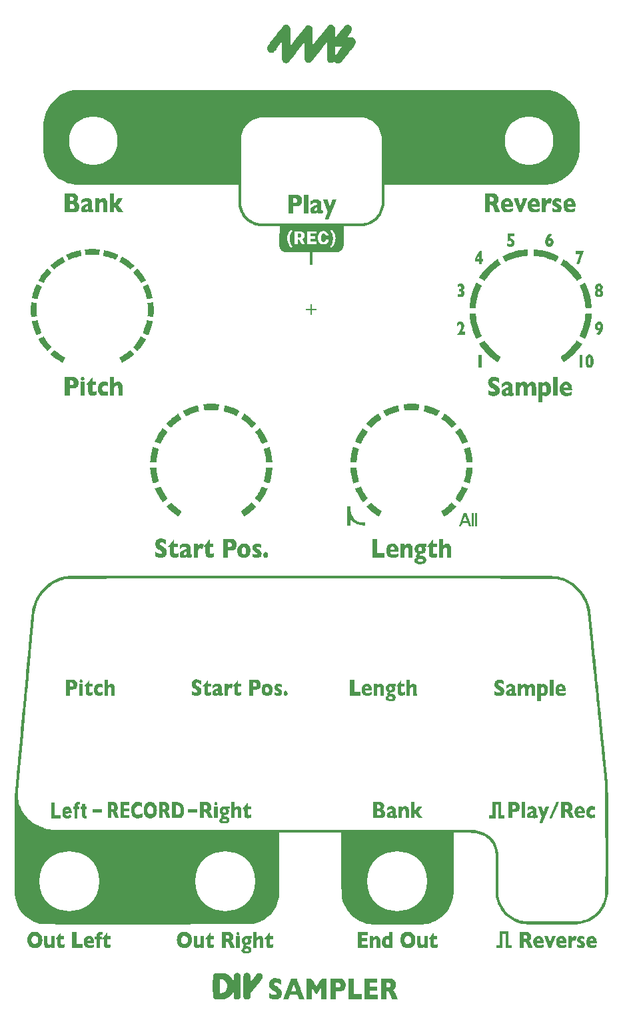
<source format=gto>
G04 #@! TF.GenerationSoftware,KiCad,Pcbnew,(7.0.0-0)*
G04 #@! TF.CreationDate,2023-03-06T16:40:56-08:00*
G04 #@! TF.ProjectId,Kit-Trig-Sampler-FACEPLATE,4b69742d-5472-4696-972d-53616d706c65,rev?*
G04 #@! TF.SameCoordinates,PXa25a80PY7d1f400*
G04 #@! TF.FileFunction,Legend,Top*
G04 #@! TF.FilePolarity,Positive*
%FSLAX46Y46*%
G04 Gerber Fmt 4.6, Leading zero omitted, Abs format (unit mm)*
G04 Created by KiCad (PCBNEW (7.0.0-0)) date 2023-03-06 16:40:56*
%MOMM*%
%LPD*%
G01*
G04 APERTURE LIST*
%ADD10C,7.874000*%
%ADD11O,7.366000X4.191000*%
%ADD12C,7.620000*%
%ADD13C,6.172200*%
%ADD14C,8.255000*%
G04 APERTURE END LIST*
G36*
X31045971Y5874128D02*
G01*
X31067251Y5868631D01*
X31167488Y5828275D01*
X31250715Y5769087D01*
X31317664Y5690447D01*
X31354328Y5625411D01*
X31391019Y5548160D01*
X31387673Y4163449D01*
X31384328Y2778738D01*
X31354590Y2718353D01*
X31305656Y2642840D01*
X31239562Y2574536D01*
X31164326Y2521259D01*
X31139231Y2508476D01*
X31070329Y2485680D01*
X30989892Y2472579D01*
X30907908Y2469892D01*
X30834366Y2478335D01*
X30810020Y2484835D01*
X30723113Y2525500D01*
X30643214Y2586115D01*
X30576405Y2661221D01*
X30534621Y2732011D01*
X30526794Y2750279D01*
X30520524Y2769569D01*
X30515576Y2792974D01*
X30511718Y2823587D01*
X30508714Y2864502D01*
X30506331Y2918812D01*
X30504335Y2989611D01*
X30502492Y3079993D01*
X30500794Y3179189D01*
X30498919Y3288187D01*
X30497165Y3373977D01*
X30495374Y3438777D01*
X30493390Y3484801D01*
X30491053Y3514268D01*
X30488207Y3529393D01*
X30484692Y3532393D01*
X30480351Y3525484D01*
X30476784Y3516076D01*
X30453893Y3459301D01*
X30421109Y3389657D01*
X30382696Y3315389D01*
X30342921Y3244746D01*
X30306079Y3186018D01*
X30212267Y3065577D01*
X30098644Y2949040D01*
X29970398Y2840342D01*
X29832715Y2743417D01*
X29690782Y2662200D01*
X29549785Y2600625D01*
X29521321Y2590738D01*
X29461821Y2571911D01*
X29405344Y2556337D01*
X29348691Y2543712D01*
X29288665Y2533732D01*
X29222066Y2526094D01*
X29145696Y2520495D01*
X29056356Y2516632D01*
X28950849Y2514202D01*
X28825974Y2512900D01*
X28695589Y2512445D01*
X28570642Y2512377D01*
X28468467Y2512629D01*
X28386409Y2513308D01*
X28321816Y2514519D01*
X28272035Y2516367D01*
X28234411Y2518956D01*
X28206292Y2522394D01*
X28185025Y2526783D01*
X28167955Y2532231D01*
X28164694Y2533504D01*
X28074646Y2580756D01*
X27998447Y2643185D01*
X27951903Y2700244D01*
X27938795Y2719927D01*
X27927151Y2738038D01*
X27916884Y2756124D01*
X27907907Y2775731D01*
X27900135Y2798405D01*
X27893479Y2825693D01*
X27887854Y2859141D01*
X27883173Y2900295D01*
X27879350Y2950703D01*
X27876298Y3011911D01*
X27873931Y3085464D01*
X27872161Y3172909D01*
X27870903Y3275794D01*
X27870071Y3395664D01*
X27869576Y3534065D01*
X27869334Y3692545D01*
X27869257Y3872649D01*
X27869259Y4075924D01*
X27869263Y4177137D01*
X27869257Y4391357D01*
X27869296Y4581698D01*
X27869460Y4749706D01*
X27869832Y4896927D01*
X27870494Y5024908D01*
X27870710Y5047957D01*
X28771865Y5047957D01*
X28771865Y4177137D01*
X28771865Y3306316D01*
X28902678Y3306316D01*
X28976888Y3308626D01*
X29046693Y3314936D01*
X29102298Y3324319D01*
X29108308Y3325803D01*
X29162872Y3343266D01*
X29219130Y3366212D01*
X29245397Y3379183D01*
X29290136Y3409070D01*
X29344543Y3453647D01*
X29402922Y3507345D01*
X29459576Y3564595D01*
X29508810Y3619828D01*
X29544927Y3667476D01*
X29552125Y3679063D01*
X29603937Y3789812D01*
X29641976Y3916678D01*
X29665033Y4053679D01*
X29671903Y4194828D01*
X29669276Y4259769D01*
X29654163Y4396154D01*
X29628113Y4513581D01*
X29589068Y4616920D01*
X29534965Y4711040D01*
X29463744Y4800810D01*
X29421516Y4845140D01*
X29344261Y4916458D01*
X29271070Y4969780D01*
X29196229Y5007349D01*
X29114025Y5031406D01*
X29018744Y5044195D01*
X28904723Y5047957D01*
X28771865Y5047957D01*
X27870710Y5047957D01*
X27871529Y5135194D01*
X27873017Y5229332D01*
X27875042Y5308868D01*
X27877686Y5375349D01*
X27881029Y5430320D01*
X27885156Y5475328D01*
X27890147Y5511918D01*
X27896085Y5541638D01*
X27903051Y5566034D01*
X27911129Y5586650D01*
X27920400Y5605035D01*
X27930945Y5622734D01*
X27942848Y5641292D01*
X27947364Y5648300D01*
X27981227Y5691670D01*
X28024232Y5734747D01*
X28047072Y5753389D01*
X28079767Y5776815D01*
X28109450Y5795658D01*
X28139349Y5810461D01*
X28172695Y5821765D01*
X28212719Y5830110D01*
X28262649Y5836038D01*
X28325716Y5840090D01*
X28405150Y5842807D01*
X28504181Y5844730D01*
X28600244Y5846068D01*
X28798616Y5847131D01*
X28974354Y5844384D01*
X29130060Y5837122D01*
X29268334Y5824642D01*
X29391777Y5806238D01*
X29502992Y5781208D01*
X29604578Y5748846D01*
X29699137Y5708449D01*
X29789271Y5659312D01*
X29877579Y5600731D01*
X29966665Y5532002D01*
X30059128Y5452420D01*
X30061233Y5450530D01*
X30190757Y5319192D01*
X30304567Y5173250D01*
X30399183Y5017606D01*
X30457813Y4891651D01*
X30499087Y4789288D01*
X30503119Y5176055D01*
X30504323Y5285633D01*
X30505552Y5372876D01*
X30507041Y5440877D01*
X30509023Y5492726D01*
X30511733Y5531514D01*
X30515404Y5560331D01*
X30520272Y5582269D01*
X30526569Y5600419D01*
X30534530Y5617871D01*
X30536953Y5622780D01*
X30594284Y5712129D01*
X30667293Y5784664D01*
X30752474Y5838757D01*
X30846320Y5872783D01*
X30945321Y5885115D01*
X31045971Y5874128D01*
G37*
G36*
X32245905Y5880874D02*
G01*
X32337475Y5861630D01*
X32423732Y5823996D01*
X32501160Y5768230D01*
X32566245Y5694590D01*
X32601036Y5635707D01*
X32642886Y5550749D01*
X32649243Y5144193D01*
X32655599Y4737636D01*
X33058916Y5234515D01*
X33155301Y5353056D01*
X33237434Y5453412D01*
X33306946Y5537252D01*
X33365466Y5606247D01*
X33414622Y5662067D01*
X33456045Y5706382D01*
X33491363Y5740862D01*
X33522206Y5767179D01*
X33550203Y5787001D01*
X33576984Y5802000D01*
X33604177Y5813845D01*
X33633412Y5824208D01*
X33634478Y5824559D01*
X33687776Y5835320D01*
X33755267Y5839569D01*
X33826616Y5837498D01*
X33891490Y5829300D01*
X33930188Y5819058D01*
X34023163Y5771799D01*
X34101680Y5705467D01*
X34162553Y5623300D01*
X34196277Y5548720D01*
X34208359Y5490147D01*
X34212048Y5417377D01*
X34207848Y5340029D01*
X34196265Y5267725D01*
X34178606Y5211854D01*
X34166812Y5193302D01*
X34140131Y5156379D01*
X34099660Y5102491D01*
X34046495Y5033041D01*
X33981733Y4949431D01*
X33906471Y4853067D01*
X33821805Y4745351D01*
X33728831Y4627687D01*
X33628646Y4501479D01*
X33522348Y4368131D01*
X33411031Y4229046D01*
X33403986Y4220262D01*
X32655599Y3287247D01*
X32649243Y3045379D01*
X32642886Y2803510D01*
X32601103Y2718695D01*
X32542522Y2627710D01*
X32465529Y2553607D01*
X32385026Y2504487D01*
X32331178Y2486418D01*
X32263349Y2474597D01*
X32190726Y2469599D01*
X32122501Y2472001D01*
X32067863Y2482380D01*
X32062477Y2484255D01*
X31961053Y2533404D01*
X31878847Y2598574D01*
X31814221Y2681244D01*
X31786064Y2733664D01*
X31752996Y2804164D01*
X31752996Y4164424D01*
X31752973Y4383791D01*
X31752955Y4579225D01*
X31753019Y4752220D01*
X31753240Y4904269D01*
X31753697Y5036864D01*
X31754465Y5151499D01*
X31755621Y5249667D01*
X31757241Y5332860D01*
X31759403Y5402573D01*
X31762182Y5460297D01*
X31765656Y5507525D01*
X31769901Y5545752D01*
X31774993Y5576469D01*
X31781010Y5601169D01*
X31788027Y5621347D01*
X31796122Y5638494D01*
X31805371Y5654104D01*
X31815850Y5669670D01*
X31827637Y5686685D01*
X31831383Y5692211D01*
X31896794Y5768788D01*
X31974466Y5825685D01*
X32060886Y5863160D01*
X32152537Y5881470D01*
X32245905Y5880874D01*
G37*
G36*
X35942302Y5192874D02*
G01*
X36081225Y5171217D01*
X36215110Y5136875D01*
X36338530Y5091402D01*
X36446059Y5036353D01*
X36498016Y5001394D01*
X36539333Y4970387D01*
X36539333Y4665929D01*
X36538892Y4580986D01*
X36537655Y4505171D01*
X36535748Y4441962D01*
X36533296Y4394835D01*
X36530426Y4367269D01*
X36528281Y4361471D01*
X36513360Y4368863D01*
X36485095Y4388197D01*
X36451297Y4413967D01*
X36337482Y4495483D01*
X36222020Y4561014D01*
X36107971Y4609487D01*
X35998399Y4639831D01*
X35896365Y4650973D01*
X35804931Y4641842D01*
X35802198Y4641199D01*
X35738224Y4614224D01*
X35690225Y4570308D01*
X35660732Y4513787D01*
X35652278Y4448997D01*
X35660798Y4399128D01*
X35675786Y4365526D01*
X35702032Y4331434D01*
X35742088Y4294703D01*
X35798504Y4253184D01*
X35873828Y4204730D01*
X35935479Y4167707D01*
X36089130Y4074004D01*
X36220132Y3986458D01*
X36329933Y3903114D01*
X36419981Y3822016D01*
X36491725Y3741210D01*
X36546612Y3658739D01*
X36586090Y3572650D01*
X36611607Y3480986D01*
X36624611Y3381792D01*
X36626550Y3273114D01*
X36625094Y3236492D01*
X36607580Y3101215D01*
X36570399Y2972799D01*
X36515328Y2855200D01*
X36444146Y2752373D01*
X36376507Y2683159D01*
X36309740Y2634653D01*
X36226487Y2588448D01*
X36135619Y2548734D01*
X36046006Y2519701D01*
X36015469Y2512612D01*
X35955562Y2503959D01*
X35879183Y2497957D01*
X35795171Y2494838D01*
X35712366Y2494834D01*
X35639604Y2498178D01*
X35604948Y2501818D01*
X35520994Y2517794D01*
X35422913Y2543359D01*
X35318894Y2575916D01*
X35217128Y2612867D01*
X35125804Y2651618D01*
X35112331Y2657994D01*
X35026520Y2699317D01*
X35026520Y3028884D01*
X35026520Y3358451D01*
X35105974Y3302424D01*
X35251250Y3209074D01*
X35389003Y3139136D01*
X35518934Y3092708D01*
X35640745Y3069888D01*
X35754134Y3070773D01*
X35795486Y3077455D01*
X35866062Y3102624D01*
X35917981Y3143578D01*
X35949686Y3197936D01*
X35959619Y3263311D01*
X35952095Y3317148D01*
X35932549Y3364965D01*
X35897215Y3411203D01*
X35843821Y3457881D01*
X35770098Y3507020D01*
X35684945Y3554777D01*
X35547262Y3630755D01*
X35431653Y3702024D01*
X35335638Y3770484D01*
X35256740Y3838035D01*
X35192480Y3906577D01*
X35147818Y3966583D01*
X35094102Y4055198D01*
X35055841Y4138945D01*
X35030960Y4225088D01*
X35017380Y4320886D01*
X35013024Y4433601D01*
X35013014Y4437747D01*
X35021926Y4583421D01*
X35049583Y4712892D01*
X35096626Y4827814D01*
X35163698Y4929837D01*
X35233047Y5004061D01*
X35333470Y5081662D01*
X35446970Y5139455D01*
X35574866Y5177895D01*
X35718478Y5197435D01*
X35803769Y5200289D01*
X35942302Y5192874D01*
G37*
G36*
X37225898Y3643154D02*
G01*
X37289693Y3816794D01*
X37300648Y3846606D01*
X37781805Y5156016D01*
X38151036Y5159384D01*
X38520268Y5162752D01*
X38540731Y5108533D01*
X38547838Y5089343D01*
X38563080Y5047921D01*
X38585852Y4985912D01*
X38615551Y4904960D01*
X38651576Y4806710D01*
X38693323Y4692808D01*
X38740190Y4564898D01*
X38791573Y4424626D01*
X38846869Y4273635D01*
X38905477Y4113572D01*
X38966793Y3946081D01*
X39023053Y3792376D01*
X39484912Y2530439D01*
X39141429Y2533818D01*
X38797947Y2537197D01*
X38709972Y2801139D01*
X38621996Y3065082D01*
X38150615Y3061750D01*
X37679233Y3058418D01*
X37591307Y2794629D01*
X37503380Y2530840D01*
X37161196Y2530840D01*
X37070921Y2530953D01*
X36989590Y2531272D01*
X36920481Y2531766D01*
X36866871Y2532404D01*
X36832039Y2533157D01*
X36819260Y2533994D01*
X36819252Y2534019D01*
X36823577Y2546127D01*
X36836114Y2580569D01*
X36856302Y2635815D01*
X36883579Y2710336D01*
X36917385Y2802601D01*
X36957159Y2911081D01*
X37002338Y3034245D01*
X37052363Y3170565D01*
X37106672Y3318509D01*
X37164704Y3476549D01*
X37181557Y3522432D01*
X37838018Y3522432D01*
X38155698Y3522432D01*
X38253710Y3522533D01*
X38329137Y3522972D01*
X38384818Y3523953D01*
X38423594Y3525679D01*
X38448305Y3528353D01*
X38461790Y3532179D01*
X38466890Y3537360D01*
X38466444Y3544099D01*
X38466264Y3544679D01*
X38436363Y3637104D01*
X38403887Y3735591D01*
X38369797Y3837398D01*
X38335055Y3939783D01*
X38300621Y4040002D01*
X38267456Y4135312D01*
X38236521Y4222971D01*
X38208778Y4300236D01*
X38185187Y4364362D01*
X38166709Y4412609D01*
X38154305Y4442232D01*
X38148937Y4450490D01*
X38148924Y4450460D01*
X38143240Y4434428D01*
X38130466Y4397051D01*
X38111539Y4341109D01*
X38087393Y4269382D01*
X38058964Y4184650D01*
X38027189Y4089694D01*
X37993003Y3987294D01*
X37989541Y3976911D01*
X37838018Y3522432D01*
X37181557Y3522432D01*
X37225898Y3643154D01*
G37*
G36*
X40062287Y5159420D02*
G01*
X40368925Y5156016D01*
X40691804Y4679687D01*
X40758548Y4581331D01*
X40821101Y4489363D01*
X40877982Y4405942D01*
X40927713Y4333229D01*
X40968814Y4273382D01*
X40999806Y4228562D01*
X41019210Y4200927D01*
X41025385Y4192656D01*
X41034455Y4200651D01*
X41056252Y4227742D01*
X41089334Y4271915D01*
X41132257Y4331157D01*
X41183577Y4403455D01*
X41241850Y4486795D01*
X41305634Y4579163D01*
X41369148Y4672163D01*
X41702209Y5162372D01*
X42006557Y5162372D01*
X42310904Y5162372D01*
X42310904Y3846606D01*
X42310904Y2530840D01*
X41974118Y2530840D01*
X41637332Y2530840D01*
X41634053Y3279278D01*
X41630774Y4027716D01*
X41344738Y3604041D01*
X41272171Y3496805D01*
X41212240Y3408924D01*
X41163556Y3338546D01*
X41124730Y3283818D01*
X41094373Y3242888D01*
X41071095Y3213904D01*
X41053508Y3195013D01*
X41040223Y3184364D01*
X41029850Y3180104D01*
X41026548Y3179778D01*
X41017120Y3181659D01*
X41005546Y3188855D01*
X40990435Y3203210D01*
X40970397Y3226565D01*
X40944042Y3260765D01*
X40909979Y3307652D01*
X40866817Y3369070D01*
X40813166Y3446862D01*
X40747635Y3542872D01*
X40702373Y3609491D01*
X40410354Y4039794D01*
X40407076Y3285317D01*
X40403797Y2530840D01*
X40079723Y2530840D01*
X39755649Y2530840D01*
X39755649Y3846832D01*
X39755649Y5162824D01*
X40062287Y5159420D01*
G37*
G36*
X43458227Y5162151D02*
G01*
X43611989Y5161981D01*
X43742743Y5161448D01*
X43852907Y5160342D01*
X43944896Y5158450D01*
X44021128Y5155561D01*
X44084021Y5151463D01*
X44135990Y5145944D01*
X44179453Y5138794D01*
X44216827Y5129799D01*
X44250528Y5118749D01*
X44282975Y5105432D01*
X44316583Y5089636D01*
X44323160Y5086406D01*
X44439490Y5015774D01*
X44537594Y4927486D01*
X44617869Y4821129D01*
X44664884Y4733063D01*
X44702937Y4635609D01*
X44727562Y4535815D01*
X44740305Y4425829D01*
X44742989Y4336046D01*
X44732713Y4182944D01*
X44701672Y4042609D01*
X44650562Y3916114D01*
X44580076Y3804532D01*
X44490908Y3708934D01*
X44383755Y3630395D01*
X44259310Y3569985D01*
X44242950Y3563898D01*
X44212402Y3553222D01*
X44184765Y3544961D01*
X44156139Y3538743D01*
X44122625Y3534199D01*
X44080324Y3530956D01*
X44025334Y3528643D01*
X43953758Y3526889D01*
X43861696Y3525322D01*
X43833252Y3524890D01*
X43518612Y3520155D01*
X43518612Y3025498D01*
X43518612Y2530840D01*
X43181725Y2530840D01*
X42844838Y2530840D01*
X42844838Y3846606D01*
X42844838Y4653863D01*
X43518612Y4653863D01*
X43518612Y4340482D01*
X43518612Y4027101D01*
X43680699Y4034698D01*
X43749358Y4039242D01*
X43815238Y4045937D01*
X43870697Y4053869D01*
X43907096Y4061813D01*
X43970421Y4089944D01*
X44016458Y4131890D01*
X44046523Y4189910D01*
X44061933Y4266265D01*
X44064701Y4332459D01*
X44058335Y4426069D01*
X44038896Y4499327D01*
X44004104Y4554905D01*
X43951676Y4595474D01*
X43879330Y4623705D01*
X43802213Y4639727D01*
X43739226Y4647203D01*
X43668066Y4652327D01*
X43614700Y4653863D01*
X43518612Y4653863D01*
X42844838Y4653863D01*
X42844838Y5162372D01*
X43458227Y5162151D01*
G37*
G36*
X45768762Y4164424D02*
G01*
X45768762Y3166476D01*
X46264558Y3166476D01*
X46760354Y3166476D01*
X46760354Y2848658D01*
X46760354Y2530840D01*
X45927671Y2530840D01*
X45094988Y2530840D01*
X45094988Y3846606D01*
X45094988Y5162372D01*
X45431875Y5162372D01*
X45768762Y5162372D01*
X45768762Y4164424D01*
G37*
G36*
X48768962Y4895405D02*
G01*
X48768962Y4628438D01*
X48292236Y4628438D01*
X47815509Y4628438D01*
X47815509Y4393253D01*
X47815509Y4158068D01*
X48273167Y4158068D01*
X48730824Y4158068D01*
X48730824Y3891101D01*
X48730824Y3624134D01*
X48273167Y3624134D01*
X47815509Y3624134D01*
X47815509Y3344454D01*
X47815509Y3064774D01*
X48304948Y3064774D01*
X48794388Y3064774D01*
X48794388Y2797807D01*
X48794388Y2530840D01*
X47968061Y2530840D01*
X47141735Y2530840D01*
X47141735Y3846606D01*
X47141735Y5162372D01*
X47955349Y5162372D01*
X48768962Y5162372D01*
X48768962Y4895405D01*
G37*
G36*
X49852721Y5162184D02*
G01*
X50006361Y5162049D01*
X50136968Y5161600D01*
X50246934Y5160617D01*
X50338651Y5158883D01*
X50414511Y5156178D01*
X50476907Y5152286D01*
X50528231Y5146986D01*
X50570875Y5140062D01*
X50607231Y5131294D01*
X50639691Y5120465D01*
X50670648Y5107356D01*
X50702493Y5091749D01*
X50719181Y5083106D01*
X50779239Y5044492D01*
X50844696Y4990684D01*
X50908833Y4928285D01*
X50964931Y4863901D01*
X51006272Y4804137D01*
X51010275Y4796934D01*
X51070109Y4661186D01*
X51109217Y4517836D01*
X51126528Y4372327D01*
X51121297Y4232734D01*
X51094096Y4095959D01*
X51047664Y3975689D01*
X50981822Y3871587D01*
X50896386Y3783316D01*
X50865553Y3758860D01*
X50781913Y3696538D01*
X50861709Y3616743D01*
X50892574Y3583684D01*
X50921741Y3547121D01*
X50950385Y3504664D01*
X50979677Y3453922D01*
X51010791Y3392502D01*
X51044899Y3318016D01*
X51083174Y3228071D01*
X51126789Y3120277D01*
X51176917Y2992242D01*
X51209264Y2908219D01*
X51244008Y2817378D01*
X51275622Y2734375D01*
X51303006Y2662130D01*
X51325057Y2603561D01*
X51340675Y2561588D01*
X51348757Y2539129D01*
X51349643Y2536175D01*
X51337466Y2534809D01*
X51303076Y2533795D01*
X51249681Y2533154D01*
X51180491Y2532907D01*
X51098716Y2533076D01*
X51007565Y2533681D01*
X50992223Y2533821D01*
X50634803Y2537197D01*
X50527898Y2828773D01*
X50471106Y2980326D01*
X50419977Y3109152D01*
X50373525Y3217065D01*
X50330763Y3305879D01*
X50290705Y3377409D01*
X50252364Y3433467D01*
X50214754Y3475868D01*
X50176887Y3506426D01*
X50151425Y3520915D01*
X50102440Y3538128D01*
X50038995Y3551196D01*
X49998172Y3556036D01*
X49900394Y3564301D01*
X49900394Y3047571D01*
X49900394Y2530840D01*
X49563507Y2530840D01*
X49226620Y2530840D01*
X49226620Y3846606D01*
X49226620Y4657745D01*
X49900394Y4657745D01*
X49900394Y4344343D01*
X49900394Y4030940D01*
X49994819Y4030940D01*
X50058157Y4032931D01*
X50129990Y4038124D01*
X50188688Y4044632D01*
X50277244Y4062092D01*
X50343895Y4088662D01*
X50391359Y4127102D01*
X50422351Y4180174D01*
X50439588Y4250639D01*
X50444583Y4304759D01*
X50443143Y4397096D01*
X50427188Y4472792D01*
X50395182Y4533191D01*
X50345592Y4579639D01*
X50276884Y4613479D01*
X50187523Y4636058D01*
X50075976Y4648719D01*
X50050460Y4650200D01*
X49900394Y4657745D01*
X49226620Y4657745D01*
X49226620Y5162372D01*
X49852721Y5162184D01*
G37*
G36*
X31540019Y9949668D02*
G01*
X31926439Y9949668D01*
X31928017Y9929487D01*
X31944714Y9849271D01*
X31978563Y9787815D01*
X32029575Y9745102D01*
X32044175Y9737727D01*
X32086484Y9720548D01*
X32119051Y9714881D01*
X32154221Y9719643D01*
X32177999Y9725985D01*
X32240479Y9756421D01*
X32289179Y9806003D01*
X32321703Y9871146D01*
X32335656Y9948262D01*
X32336010Y9962593D01*
X32325865Y10043947D01*
X32295583Y10111142D01*
X32246018Y10162676D01*
X32210416Y10184009D01*
X32145231Y10203661D01*
X32083939Y10198766D01*
X32028430Y10170126D01*
X31980597Y10118541D01*
X31956138Y10076439D01*
X31935891Y10030396D01*
X31926834Y9992545D01*
X31926439Y9949668D01*
X31540019Y9949668D01*
X31538967Y9967777D01*
X31549607Y10094797D01*
X31580418Y10206657D01*
X31631024Y10302867D01*
X31701050Y10382935D01*
X31790119Y10446374D01*
X31897858Y10492691D01*
X31952978Y10507970D01*
X31983696Y10513718D01*
X32023571Y10518267D01*
X32075410Y10521729D01*
X32142022Y10524217D01*
X32226214Y10525842D01*
X32330793Y10526716D01*
X32429948Y10526949D01*
X32827221Y10527137D01*
X32827221Y10368228D01*
X32827221Y10209319D01*
X32725799Y10209319D01*
X32624377Y10209319D01*
X32662394Y10149372D01*
X32695393Y10089433D01*
X32715067Y10030870D01*
X32724067Y9963766D01*
X32725448Y9913431D01*
X32714048Y9803723D01*
X32680563Y9705256D01*
X32626348Y9619422D01*
X32552759Y9547617D01*
X32461153Y9491232D01*
X32352885Y9451662D01*
X32258439Y9433455D01*
X32190019Y9422952D01*
X32143100Y9410417D01*
X32113756Y9393699D01*
X32098063Y9370647D01*
X32092344Y9342417D01*
X32092141Y9316594D01*
X32098835Y9297343D01*
X32115953Y9282940D01*
X32147026Y9271664D01*
X32195583Y9261792D01*
X32265153Y9251603D01*
X32283418Y9249175D01*
X32398387Y9231112D01*
X32491639Y9209310D01*
X32566793Y9182198D01*
X32627464Y9148201D01*
X32677270Y9105746D01*
X32713567Y9062107D01*
X32746201Y9007331D01*
X32766827Y8946782D01*
X32777151Y8873755D01*
X32779155Y8804564D01*
X32768236Y8694171D01*
X32736484Y8598315D01*
X32684028Y8517143D01*
X32610996Y8450800D01*
X32517516Y8399431D01*
X32403716Y8363183D01*
X32388410Y8359794D01*
X32344355Y8353323D01*
X32283147Y8348106D01*
X32211490Y8344314D01*
X32136087Y8342116D01*
X32063641Y8341683D01*
X32000855Y8343186D01*
X31954434Y8346793D01*
X31943687Y8348506D01*
X31917138Y8353772D01*
X31876561Y8361859D01*
X31848342Y8367496D01*
X31753921Y8395966D01*
X31668554Y8440231D01*
X31596763Y8497036D01*
X31543071Y8563124D01*
X31523198Y8601520D01*
X31510508Y8651592D01*
X31505743Y8715202D01*
X31508287Y8766557D01*
X31886480Y8766557D01*
X31890883Y8723570D01*
X31901898Y8686398D01*
X31906580Y8677647D01*
X31934576Y8651956D01*
X31980488Y8627791D01*
X32036883Y8608687D01*
X32064458Y8602543D01*
X32110034Y8598897D01*
X32168252Y8600659D01*
X32229755Y8606865D01*
X32285184Y8616553D01*
X32325180Y8628757D01*
X32326969Y8629589D01*
X32381766Y8667220D01*
X32414132Y8716581D01*
X32423881Y8772293D01*
X32415714Y8821881D01*
X32390197Y8859849D01*
X32345808Y8886978D01*
X32281024Y8904051D01*
X32194322Y8911852D01*
X32150996Y8912551D01*
X32056955Y8908207D01*
X31985294Y8894702D01*
X31934336Y8871109D01*
X31902406Y8836506D01*
X31887830Y8789966D01*
X31886480Y8766557D01*
X31508287Y8766557D01*
X31509037Y8781686D01*
X31520215Y8839356D01*
X31549119Y8897604D01*
X31596580Y8952044D01*
X31655865Y8996252D01*
X31710619Y9021016D01*
X31779487Y9042725D01*
X31744174Y9080527D01*
X31708118Y9136543D01*
X31690844Y9202624D01*
X31691471Y9272717D01*
X31709116Y9340769D01*
X31742899Y9400726D01*
X31791938Y9446536D01*
X31798036Y9450338D01*
X31847224Y9479671D01*
X31762063Y9536211D01*
X31675368Y9604797D01*
X31611169Y9681708D01*
X31568041Y9769701D01*
X31544560Y9871531D01*
X31540019Y9949668D01*
G37*
G36*
X4291275Y10025713D02*
G01*
X4811681Y10025713D01*
X4821453Y9925941D01*
X4842267Y9835333D01*
X4866299Y9775005D01*
X4900160Y9719972D01*
X4943468Y9665666D01*
X4988887Y9620642D01*
X5016021Y9600432D01*
X5099245Y9562868D01*
X5193116Y9543737D01*
X5290357Y9543438D01*
X5383691Y9562369D01*
X5424134Y9578022D01*
X5505940Y9629013D01*
X5573239Y9699122D01*
X5624970Y9785889D01*
X5660070Y9886852D01*
X5677476Y9999550D01*
X5676125Y10121520D01*
X5672663Y10153718D01*
X5648108Y10267636D01*
X5606164Y10365502D01*
X5548199Y10445954D01*
X5475579Y10507632D01*
X5389673Y10549175D01*
X5291848Y10569222D01*
X5253347Y10570917D01*
X5144973Y10560646D01*
X5050635Y10529261D01*
X4970826Y10477171D01*
X4906043Y10404783D01*
X4856781Y10312506D01*
X4827996Y10220930D01*
X4813635Y10126694D01*
X4811681Y10025713D01*
X4291275Y10025713D01*
X4294066Y10184112D01*
X4317664Y10350071D01*
X4361179Y10502788D01*
X4424076Y10641257D01*
X4505815Y10764476D01*
X4605860Y10871439D01*
X4723671Y10961143D01*
X4835182Y11022058D01*
X4942250Y11062142D01*
X5059025Y11086848D01*
X5189920Y11096891D01*
X5290552Y11095653D01*
X5397218Y11088431D01*
X5486474Y11075567D01*
X5566036Y11055284D01*
X5643624Y11025805D01*
X5691935Y11003212D01*
X5815196Y10929526D01*
X5921522Y10838410D01*
X6011411Y10729159D01*
X6085359Y10601067D01*
X6143862Y10453429D01*
X6183418Y10304664D01*
X6192013Y10245162D01*
X6197174Y10167801D01*
X6198988Y10079904D01*
X6197542Y9988793D01*
X6192921Y9901791D01*
X6185213Y9826220D01*
X6177214Y9780360D01*
X6129782Y9619231D01*
X6064724Y9475283D01*
X5982607Y9349188D01*
X5884002Y9241618D01*
X5769478Y9153247D01*
X5639604Y9084747D01*
X5564808Y9056751D01*
X5518527Y9042795D01*
X5475214Y9032994D01*
X5428089Y9026459D01*
X5370371Y9022299D01*
X5295279Y9019626D01*
X5278772Y9019219D01*
X5181727Y9018361D01*
X5104512Y9021101D01*
X5041747Y9027739D01*
X5005449Y9034439D01*
X4881501Y9072993D01*
X4760867Y9131824D01*
X4649495Y9207173D01*
X4553333Y9295279D01*
X4508588Y9348466D01*
X4425969Y9475183D01*
X4363667Y9611071D01*
X4320769Y9758890D01*
X4296361Y9921401D01*
X4290926Y10005915D01*
X4291275Y10025713D01*
G37*
G36*
X6855245Y10110795D02*
G01*
X6855817Y9963396D01*
X6857692Y9839267D01*
X6861221Y9736270D01*
X6866755Y9652268D01*
X6874643Y9585124D01*
X6885235Y9532699D01*
X6898882Y9492857D01*
X6915934Y9463459D01*
X6936741Y9442369D01*
X6961654Y9427448D01*
X6967639Y9424816D01*
X7026352Y9412575D01*
X7088987Y9419282D01*
X7144976Y9443352D01*
X7158518Y9453403D01*
X7183873Y9479653D01*
X7215578Y9519234D01*
X7246872Y9563690D01*
X7247567Y9564755D01*
X7300094Y9645376D01*
X7300094Y10086256D01*
X7300094Y10527137D01*
X7522566Y10527137D01*
X7745038Y10527137D01*
X7745038Y9783443D01*
X7745038Y9039749D01*
X7522566Y9039749D01*
X7300094Y9039749D01*
X7300094Y9135363D01*
X7300094Y9230977D01*
X7231561Y9163531D01*
X7184973Y9123000D01*
X7131673Y9084405D01*
X7088543Y9058984D01*
X7050751Y9041578D01*
X7016304Y9030245D01*
X6977374Y9023441D01*
X6926138Y9019620D01*
X6880574Y9017947D01*
X6809757Y9017149D01*
X6757117Y9020053D01*
X6715589Y9027333D01*
X6686541Y9036415D01*
X6607662Y9075826D01*
X6547545Y9130240D01*
X6502160Y9203390D01*
X6499101Y9210039D01*
X6480461Y9252770D01*
X6464896Y9292795D01*
X6452102Y9332909D01*
X6441776Y9375904D01*
X6433615Y9424576D01*
X6427314Y9481718D01*
X6422572Y9550126D01*
X6419083Y9632593D01*
X6416545Y9731913D01*
X6414654Y9850882D01*
X6413107Y9992292D01*
X6413007Y10002737D01*
X6408027Y10527137D01*
X6631588Y10527137D01*
X6855149Y10527137D01*
X6855245Y10110795D01*
G37*
G36*
X8558652Y10749609D02*
G01*
X8558652Y10527137D01*
X8762055Y10527137D01*
X8965459Y10527137D01*
X8965459Y10342802D01*
X8965459Y10158468D01*
X8762055Y10158468D01*
X8558652Y10158468D01*
X8558652Y9861616D01*
X8559260Y9761991D01*
X8561004Y9675784D01*
X8563766Y9605927D01*
X8567425Y9555350D01*
X8571864Y9526985D01*
X8572316Y9525568D01*
X8600381Y9479584D01*
X8645045Y9450956D01*
X8704089Y9439942D01*
X8775295Y9446803D01*
X8856444Y9471796D01*
X8893680Y9488105D01*
X8939069Y9509414D01*
X8974924Y9525765D01*
X8995693Y9534646D01*
X8998560Y9535545D01*
X9000242Y9523533D01*
X9001686Y9490302D01*
X9002790Y9440058D01*
X9003451Y9377005D01*
X9003597Y9327351D01*
X9003597Y9119157D01*
X8939078Y9091401D01*
X8830382Y9053105D01*
X8715573Y9027672D01*
X8601413Y9015862D01*
X8494663Y9018434D01*
X8414647Y9032536D01*
X8331052Y9067594D01*
X8256051Y9123451D01*
X8194019Y9195838D01*
X8149330Y9280481D01*
X8143111Y9297743D01*
X8136684Y9320294D01*
X8131489Y9347433D01*
X8127353Y9382187D01*
X8124105Y9427583D01*
X8121571Y9486648D01*
X8119579Y9562407D01*
X8117956Y9657889D01*
X8116691Y9761196D01*
X8112368Y10158468D01*
X8011336Y10158468D01*
X7910304Y10158468D01*
X7910304Y10206641D01*
X7911415Y10220660D01*
X7915770Y10236239D01*
X7924904Y10255509D01*
X7940349Y10280601D01*
X7963639Y10313648D01*
X7996308Y10356780D01*
X8039888Y10412129D01*
X8095914Y10481827D01*
X8165919Y10568005D01*
X8202976Y10613447D01*
X8281937Y10709874D01*
X8346678Y10788093D01*
X8398761Y10849831D01*
X8439747Y10896817D01*
X8471198Y10930777D01*
X8494676Y10953438D01*
X8511741Y10966529D01*
X8523956Y10971777D01*
X8527150Y10972082D01*
X8558652Y10972082D01*
X8558652Y10749609D01*
G37*
G36*
X11481914Y9978420D02*
G01*
X11487930Y10009606D01*
X11528975Y10142656D01*
X11588509Y10258609D01*
X11665447Y10356596D01*
X11758703Y10435746D01*
X11867191Y10495187D01*
X11989825Y10534049D01*
X12125521Y10551462D01*
X12164752Y10552374D01*
X12288944Y10542013D01*
X12400131Y10510086D01*
X12499623Y10456035D01*
X12588732Y10379306D01*
X12598969Y10368352D01*
X12664047Y10285802D01*
X12714123Y10195404D01*
X12750503Y10093365D01*
X12774492Y9975894D01*
X12787397Y9839198D01*
X12788389Y9818403D01*
X12795591Y9649959D01*
X12361556Y9649959D01*
X12241517Y9650058D01*
X12144711Y9649990D01*
X12068948Y9649209D01*
X12012036Y9647167D01*
X11971787Y9643320D01*
X11946010Y9637120D01*
X11932515Y9628020D01*
X11929111Y9615476D01*
X11933610Y9598939D01*
X11943820Y9577864D01*
X11957552Y9551704D01*
X11958701Y9549445D01*
X12012288Y9470139D01*
X12081844Y9409411D01*
X12164461Y9368804D01*
X12257231Y9349862D01*
X12332605Y9350893D01*
X12401071Y9362491D01*
X12482804Y9383288D01*
X12568668Y9410455D01*
X12649529Y9441163D01*
X12702832Y9465542D01*
X12766560Y9497835D01*
X12766560Y9332516D01*
X12766560Y9167196D01*
X12680749Y9124010D01*
X12597940Y9085091D01*
X12523086Y9057064D01*
X12448531Y9038142D01*
X12366617Y9026536D01*
X12269689Y9020458D01*
X12232626Y9019349D01*
X12138638Y9018382D01*
X12065541Y9020724D01*
X12008987Y9026612D01*
X11975322Y9033369D01*
X11856322Y9076065D01*
X11750309Y9140033D01*
X11658712Y9223897D01*
X11582964Y9326281D01*
X11524492Y9445809D01*
X11512698Y9478338D01*
X11490851Y9564106D01*
X11476446Y9665652D01*
X11469886Y9774322D01*
X11471574Y9881463D01*
X11475356Y9916926D01*
X11911251Y9916926D01*
X12143637Y9916926D01*
X12376023Y9916926D01*
X12368606Y9988788D01*
X12350177Y10075599D01*
X12314959Y10144468D01*
X12263496Y10194455D01*
X12242074Y10207148D01*
X12175308Y10228994D01*
X12109919Y10227674D01*
X12049136Y10205377D01*
X11996183Y10164295D01*
X11954290Y10106619D01*
X11926680Y10034540D01*
X11918529Y9987446D01*
X11911251Y9916926D01*
X11475356Y9916926D01*
X11481914Y9978420D01*
G37*
G36*
X14457351Y10749609D02*
G01*
X14457351Y10527137D01*
X14660754Y10527137D01*
X14864158Y10527137D01*
X14864158Y10342802D01*
X14864158Y10158468D01*
X14660754Y10158468D01*
X14457351Y10158468D01*
X14457351Y9861616D01*
X14457959Y9761991D01*
X14459703Y9675784D01*
X14462465Y9605927D01*
X14466124Y9555350D01*
X14470563Y9526985D01*
X14471015Y9525568D01*
X14499079Y9479584D01*
X14543743Y9450956D01*
X14602788Y9439942D01*
X14673994Y9446803D01*
X14755143Y9471796D01*
X14792379Y9488105D01*
X14837767Y9509414D01*
X14873622Y9525765D01*
X14894392Y9534646D01*
X14897259Y9535545D01*
X14898941Y9523533D01*
X14900385Y9490302D01*
X14901488Y9440058D01*
X14902150Y9377005D01*
X14902296Y9327351D01*
X14902296Y9119157D01*
X14837776Y9091401D01*
X14729080Y9053105D01*
X14614272Y9027672D01*
X14500112Y9015862D01*
X14393362Y9018434D01*
X14313345Y9032536D01*
X14229750Y9067594D01*
X14154750Y9123451D01*
X14092718Y9195838D01*
X14048028Y9280481D01*
X14041810Y9297743D01*
X14035383Y9320294D01*
X14030188Y9347433D01*
X14026052Y9382187D01*
X14022803Y9427583D01*
X14020269Y9486648D01*
X14018277Y9562407D01*
X14016655Y9657889D01*
X14015389Y9761196D01*
X14011067Y10158468D01*
X13910035Y10158468D01*
X13809002Y10158468D01*
X13809002Y10206641D01*
X13810114Y10220660D01*
X13814469Y10236239D01*
X13823603Y10255509D01*
X13839048Y10280601D01*
X13862338Y10313648D01*
X13895006Y10356780D01*
X13938587Y10412129D01*
X13994613Y10481827D01*
X14064617Y10568005D01*
X14101675Y10613447D01*
X14180635Y10709874D01*
X14245376Y10788093D01*
X14297459Y10849831D01*
X14338446Y10896817D01*
X14369897Y10930777D01*
X14393375Y10953438D01*
X14410440Y10966529D01*
X14422654Y10971777D01*
X14425849Y10972082D01*
X14457351Y10972082D01*
X14457351Y10749609D01*
G37*
G36*
X23296780Y10025713D02*
G01*
X23817187Y10025713D01*
X23826959Y9925941D01*
X23847772Y9835333D01*
X23871804Y9775005D01*
X23905666Y9719972D01*
X23948974Y9665666D01*
X23994392Y9620642D01*
X24021526Y9600432D01*
X24104751Y9562868D01*
X24198622Y9543737D01*
X24295863Y9543438D01*
X24389196Y9562369D01*
X24429640Y9578022D01*
X24511445Y9629013D01*
X24578745Y9699122D01*
X24630476Y9785889D01*
X24665575Y9886852D01*
X24682981Y9999550D01*
X24681630Y10121520D01*
X24678168Y10153718D01*
X24653614Y10267636D01*
X24611670Y10365502D01*
X24553704Y10445954D01*
X24481084Y10507632D01*
X24395178Y10549175D01*
X24297354Y10569222D01*
X24258852Y10570917D01*
X24150479Y10560646D01*
X24056140Y10529261D01*
X23976332Y10477171D01*
X23911549Y10404783D01*
X23862287Y10312506D01*
X23833501Y10220930D01*
X23819140Y10126694D01*
X23817187Y10025713D01*
X23296780Y10025713D01*
X23299572Y10184112D01*
X23323169Y10350071D01*
X23366685Y10502788D01*
X23429582Y10641257D01*
X23511321Y10764476D01*
X23611365Y10871439D01*
X23729177Y10961143D01*
X23840687Y11022058D01*
X23947756Y11062142D01*
X24064531Y11086848D01*
X24195425Y11096891D01*
X24296057Y11095653D01*
X24402724Y11088431D01*
X24491979Y11075567D01*
X24571541Y11055284D01*
X24649129Y11025805D01*
X24697441Y11003212D01*
X24820702Y10929526D01*
X24927028Y10838410D01*
X25016917Y10729159D01*
X25090864Y10601067D01*
X25149367Y10453429D01*
X25188924Y10304664D01*
X25197519Y10245162D01*
X25202680Y10167801D01*
X25204494Y10079904D01*
X25203047Y9988793D01*
X25198427Y9901791D01*
X25190719Y9826220D01*
X25182719Y9780360D01*
X25135288Y9619231D01*
X25070229Y9475283D01*
X24988113Y9349188D01*
X24889508Y9241618D01*
X24774984Y9153247D01*
X24645109Y9084747D01*
X24570314Y9056751D01*
X24524033Y9042795D01*
X24480720Y9032994D01*
X24433595Y9026459D01*
X24375877Y9022299D01*
X24300785Y9019626D01*
X24284278Y9019219D01*
X24187233Y9018361D01*
X24110018Y9021101D01*
X24047253Y9027739D01*
X24010954Y9034439D01*
X23887007Y9072993D01*
X23766373Y9131824D01*
X23655001Y9207173D01*
X23558839Y9295279D01*
X23514094Y9348466D01*
X23431474Y9475183D01*
X23369173Y9611071D01*
X23326275Y9758890D01*
X23301867Y9921401D01*
X23296431Y10005915D01*
X23296780Y10025713D01*
G37*
G36*
X25873463Y10110795D02*
G01*
X25874035Y9963396D01*
X25875910Y9839267D01*
X25879440Y9736270D01*
X25884973Y9652268D01*
X25892861Y9585124D01*
X25903453Y9532699D01*
X25917100Y9492857D01*
X25934152Y9463459D01*
X25954960Y9442369D01*
X25979872Y9427448D01*
X25985857Y9424816D01*
X26044571Y9412575D01*
X26107205Y9419282D01*
X26163194Y9443352D01*
X26176736Y9453403D01*
X26202091Y9479653D01*
X26233796Y9519234D01*
X26265090Y9563690D01*
X26265785Y9564755D01*
X26318312Y9645376D01*
X26318312Y10086256D01*
X26318312Y10527137D01*
X26540784Y10527137D01*
X26763257Y10527137D01*
X26763257Y9783443D01*
X26763257Y9039749D01*
X26540784Y9039749D01*
X26318312Y9039749D01*
X26318312Y9135363D01*
X26318312Y9230977D01*
X26249779Y9163531D01*
X26203192Y9123000D01*
X26149891Y9084405D01*
X26106761Y9058984D01*
X26068970Y9041578D01*
X26034522Y9030245D01*
X25995592Y9023441D01*
X25944356Y9019620D01*
X25898792Y9017947D01*
X25827975Y9017149D01*
X25775335Y9020053D01*
X25733807Y9027333D01*
X25704759Y9036415D01*
X25625880Y9075826D01*
X25565763Y9130240D01*
X25520378Y9203390D01*
X25517319Y9210039D01*
X25498679Y9252770D01*
X25483114Y9292795D01*
X25470320Y9332909D01*
X25459994Y9375904D01*
X25451833Y9424576D01*
X25445533Y9481718D01*
X25440790Y9550126D01*
X25437301Y9632593D01*
X25434763Y9731913D01*
X25432872Y9850882D01*
X25431325Y9992292D01*
X25431225Y10002737D01*
X25426245Y10527137D01*
X25649806Y10527137D01*
X25873367Y10527137D01*
X25873463Y10110795D01*
G37*
G36*
X27576870Y10749609D02*
G01*
X27576870Y10527137D01*
X27780274Y10527137D01*
X27983677Y10527137D01*
X27983677Y10342802D01*
X27983677Y10158468D01*
X27780274Y10158468D01*
X27576870Y10158468D01*
X27576870Y9861616D01*
X27577478Y9761991D01*
X27579223Y9675784D01*
X27581984Y9605927D01*
X27585644Y9555350D01*
X27590082Y9526985D01*
X27590534Y9525568D01*
X27618599Y9479584D01*
X27663263Y9450956D01*
X27722307Y9439942D01*
X27793513Y9446803D01*
X27874662Y9471796D01*
X27911898Y9488105D01*
X27957287Y9509414D01*
X27993142Y9525765D01*
X28013911Y9534646D01*
X28016778Y9535545D01*
X28018461Y9523533D01*
X28019904Y9490302D01*
X28021008Y9440058D01*
X28021670Y9377005D01*
X28021815Y9327351D01*
X28021815Y9119157D01*
X27957296Y9091401D01*
X27848600Y9053105D01*
X27733791Y9027672D01*
X27619631Y9015862D01*
X27512881Y9018434D01*
X27432865Y9032536D01*
X27349270Y9067594D01*
X27274269Y9123451D01*
X27212237Y9195838D01*
X27167548Y9280481D01*
X27161329Y9297743D01*
X27154902Y9320294D01*
X27149707Y9347433D01*
X27145571Y9382187D01*
X27142323Y9427583D01*
X27139789Y9486648D01*
X27137797Y9562407D01*
X27136174Y9657889D01*
X27134909Y9761196D01*
X27130587Y10158468D01*
X27029554Y10158468D01*
X26928522Y10158468D01*
X26928522Y10206641D01*
X26929633Y10220660D01*
X26933989Y10236239D01*
X26943122Y10255509D01*
X26958567Y10280601D01*
X26981857Y10313648D01*
X27014526Y10356780D01*
X27058106Y10412129D01*
X27114132Y10481827D01*
X27184137Y10568005D01*
X27221194Y10613447D01*
X27300155Y10709874D01*
X27364896Y10788093D01*
X27416979Y10849831D01*
X27457965Y10896817D01*
X27489417Y10930777D01*
X27512894Y10953438D01*
X27529959Y10966529D01*
X27542174Y10971777D01*
X27545368Y10972082D01*
X27576870Y10972082D01*
X27576870Y10749609D01*
G37*
G36*
X35102796Y10749609D02*
G01*
X35102796Y10527137D01*
X35306200Y10527137D01*
X35509603Y10527137D01*
X35509603Y10342802D01*
X35509603Y10158468D01*
X35306200Y10158468D01*
X35102796Y10158468D01*
X35102796Y9861616D01*
X35103404Y9761991D01*
X35105148Y9675784D01*
X35107910Y9605927D01*
X35111570Y9555350D01*
X35116008Y9526985D01*
X35116460Y9525568D01*
X35144525Y9479584D01*
X35189189Y9450956D01*
X35248233Y9439942D01*
X35319439Y9446803D01*
X35400588Y9471796D01*
X35437824Y9488105D01*
X35483213Y9509414D01*
X35519068Y9525765D01*
X35539837Y9534646D01*
X35542704Y9535545D01*
X35544386Y9523533D01*
X35545830Y9490302D01*
X35546934Y9440058D01*
X35547595Y9377005D01*
X35547741Y9327351D01*
X35547741Y9119157D01*
X35483222Y9091401D01*
X35374526Y9053105D01*
X35259717Y9027672D01*
X35145557Y9015862D01*
X35038807Y9018434D01*
X34958791Y9032536D01*
X34875196Y9067594D01*
X34800195Y9123451D01*
X34738163Y9195838D01*
X34693474Y9280481D01*
X34687255Y9297743D01*
X34680828Y9320294D01*
X34675633Y9347433D01*
X34671497Y9382187D01*
X34668249Y9427583D01*
X34665715Y9486648D01*
X34663723Y9562407D01*
X34662100Y9657889D01*
X34660835Y9761196D01*
X34656513Y10158468D01*
X34555480Y10158468D01*
X34454448Y10158468D01*
X34454448Y10206641D01*
X34455559Y10220660D01*
X34459915Y10236239D01*
X34469048Y10255509D01*
X34484493Y10280601D01*
X34507783Y10313648D01*
X34540452Y10356780D01*
X34584032Y10412129D01*
X34640058Y10481827D01*
X34710063Y10568005D01*
X34747120Y10613447D01*
X34826081Y10709874D01*
X34890822Y10788093D01*
X34942905Y10849831D01*
X34983891Y10896817D01*
X35015343Y10930777D01*
X35038820Y10953438D01*
X35055885Y10966529D01*
X35068100Y10971777D01*
X35071294Y10972082D01*
X35102796Y10972082D01*
X35102796Y10749609D01*
G37*
G36*
X49355604Y9747092D02*
G01*
X49818122Y9747092D01*
X49823415Y9693718D01*
X49833930Y9628296D01*
X49846163Y9580613D01*
X49863206Y9543020D01*
X49888153Y9507865D01*
X49907686Y9485333D01*
X49964601Y9437093D01*
X50027000Y9413442D01*
X50096978Y9413772D01*
X50129223Y9420940D01*
X50166980Y9437055D01*
X50208339Y9462625D01*
X50221390Y9472646D01*
X50269062Y9511971D01*
X50269062Y9796148D01*
X50269062Y10080326D01*
X50202321Y10118052D01*
X50136617Y10150337D01*
X50081382Y10165388D01*
X50029823Y10164635D01*
X50005732Y10159447D01*
X49949109Y10131555D01*
X49900812Y10082689D01*
X49862202Y10016330D01*
X49834642Y9935958D01*
X49819495Y9845052D01*
X49818122Y9747092D01*
X49355604Y9747092D01*
X49356557Y9800261D01*
X49357253Y9820336D01*
X49367624Y9959549D01*
X49388615Y10078966D01*
X49421634Y10182491D01*
X49468088Y10274027D01*
X49529388Y10357476D01*
X49565206Y10396530D01*
X49636467Y10461164D01*
X49707066Y10505683D01*
X49784382Y10533394D01*
X49875797Y10547603D01*
X49907232Y10549735D01*
X50007350Y10550143D01*
X50090182Y10538982D01*
X50161658Y10515052D01*
X50211068Y10488199D01*
X50269062Y10451420D01*
X50269062Y10762602D01*
X50269062Y11073783D01*
X50491535Y11073783D01*
X50714007Y11073783D01*
X50714007Y10056766D01*
X50714007Y9039749D01*
X50491535Y9039749D01*
X50269062Y9039749D01*
X50269062Y9098025D01*
X50269062Y9156300D01*
X50221390Y9118545D01*
X50155964Y9071785D01*
X50095441Y9041777D01*
X50030123Y9024978D01*
X49950310Y9017842D01*
X49945329Y9017660D01*
X49875760Y9017228D01*
X49822284Y9022131D01*
X49775947Y9033343D01*
X49764204Y9037326D01*
X49657348Y9088449D01*
X49564949Y9159938D01*
X49487914Y9250645D01*
X49427144Y9359423D01*
X49383546Y9485128D01*
X49372229Y9534300D01*
X49362508Y9591442D01*
X49356917Y9649824D01*
X49355064Y9716934D01*
X49355604Y9747092D01*
G37*
G36*
X51696980Y10025713D02*
G01*
X52217387Y10025713D01*
X52227159Y9925941D01*
X52247972Y9835333D01*
X52272004Y9775005D01*
X52305866Y9719972D01*
X52349174Y9665666D01*
X52394593Y9620642D01*
X52421727Y9600432D01*
X52504951Y9562868D01*
X52598822Y9543737D01*
X52696063Y9543438D01*
X52789397Y9562369D01*
X52829840Y9578022D01*
X52911645Y9629013D01*
X52978945Y9699122D01*
X53030676Y9785889D01*
X53065776Y9886852D01*
X53083181Y9999550D01*
X53081830Y10121520D01*
X53078368Y10153718D01*
X53053814Y10267636D01*
X53011870Y10365502D01*
X52953904Y10445954D01*
X52881285Y10507632D01*
X52795379Y10549175D01*
X52697554Y10569222D01*
X52659052Y10570917D01*
X52550679Y10560646D01*
X52456340Y10529261D01*
X52376532Y10477171D01*
X52311749Y10404783D01*
X52262487Y10312506D01*
X52233701Y10220930D01*
X52219340Y10126694D01*
X52217387Y10025713D01*
X51696980Y10025713D01*
X51699772Y10184112D01*
X51723369Y10350071D01*
X51766885Y10502788D01*
X51829782Y10641257D01*
X51911521Y10764476D01*
X52011565Y10871439D01*
X52129377Y10961143D01*
X52240887Y11022058D01*
X52347956Y11062142D01*
X52464731Y11086848D01*
X52595625Y11096891D01*
X52696257Y11095653D01*
X52802924Y11088431D01*
X52892179Y11075567D01*
X52971742Y11055284D01*
X53049329Y11025805D01*
X53097641Y11003212D01*
X53220902Y10929526D01*
X53327228Y10838410D01*
X53417117Y10729159D01*
X53491064Y10601067D01*
X53549567Y10453429D01*
X53589124Y10304664D01*
X53597719Y10245162D01*
X53602880Y10167801D01*
X53604694Y10079904D01*
X53603247Y9988793D01*
X53598627Y9901791D01*
X53590919Y9826220D01*
X53582919Y9780360D01*
X53535488Y9619231D01*
X53470430Y9475283D01*
X53388313Y9349188D01*
X53289708Y9241618D01*
X53175184Y9153247D01*
X53045309Y9084747D01*
X52970514Y9056751D01*
X52924233Y9042795D01*
X52880920Y9032994D01*
X52833795Y9026459D01*
X52776077Y9022299D01*
X52700985Y9019626D01*
X52684478Y9019219D01*
X52587433Y9018361D01*
X52510218Y9021101D01*
X52447453Y9027739D01*
X52411155Y9034439D01*
X52287207Y9072993D01*
X52166573Y9131824D01*
X52055201Y9207173D01*
X51959039Y9295279D01*
X51914294Y9348466D01*
X51831674Y9475183D01*
X51769373Y9611071D01*
X51726475Y9758890D01*
X51702067Y9921401D01*
X51696631Y10005915D01*
X51696980Y10025713D01*
G37*
G36*
X54273663Y10110795D02*
G01*
X54274235Y9963396D01*
X54276110Y9839267D01*
X54279640Y9736270D01*
X54285173Y9652268D01*
X54293061Y9585124D01*
X54303653Y9532699D01*
X54317301Y9492857D01*
X54334353Y9463459D01*
X54355160Y9442369D01*
X54380073Y9427448D01*
X54386057Y9424816D01*
X54444771Y9412575D01*
X54507405Y9419282D01*
X54563394Y9443352D01*
X54576936Y9453403D01*
X54602292Y9479653D01*
X54633997Y9519234D01*
X54665290Y9563690D01*
X54665986Y9564755D01*
X54718512Y9645376D01*
X54718512Y10086256D01*
X54718512Y10527137D01*
X54940984Y10527137D01*
X55163457Y10527137D01*
X55163457Y9783443D01*
X55163457Y9039749D01*
X54940984Y9039749D01*
X54718512Y9039749D01*
X54718512Y9135363D01*
X54718512Y9230977D01*
X54649980Y9163531D01*
X54603392Y9123000D01*
X54550092Y9084405D01*
X54506962Y9058984D01*
X54469170Y9041578D01*
X54434722Y9030245D01*
X54395793Y9023441D01*
X54344556Y9019620D01*
X54298992Y9017947D01*
X54228175Y9017149D01*
X54175536Y9020053D01*
X54134008Y9027333D01*
X54104959Y9036415D01*
X54026081Y9075826D01*
X53965963Y9130240D01*
X53920578Y9203390D01*
X53917519Y9210039D01*
X53898879Y9252770D01*
X53883314Y9292795D01*
X53870520Y9332909D01*
X53860194Y9375904D01*
X53852033Y9424576D01*
X53845733Y9481718D01*
X53840990Y9550126D01*
X53837502Y9632593D01*
X53834963Y9731913D01*
X53833073Y9850882D01*
X53831525Y9992292D01*
X53831425Y10002737D01*
X53826445Y10527137D01*
X54050006Y10527137D01*
X54273567Y10527137D01*
X54273663Y10110795D01*
G37*
G36*
X55964358Y10749609D02*
G01*
X55964358Y10527137D01*
X56167761Y10527137D01*
X56371165Y10527137D01*
X56371165Y10342802D01*
X56371165Y10158468D01*
X56167761Y10158468D01*
X55964358Y10158468D01*
X55964358Y9861616D01*
X55964966Y9761991D01*
X55966710Y9675784D01*
X55969472Y9605927D01*
X55973131Y9555350D01*
X55977570Y9526985D01*
X55978022Y9525568D01*
X56006086Y9479584D01*
X56050750Y9450956D01*
X56109795Y9439942D01*
X56181001Y9446803D01*
X56262150Y9471796D01*
X56299386Y9488105D01*
X56344774Y9509414D01*
X56380629Y9525765D01*
X56401399Y9534646D01*
X56404266Y9535545D01*
X56405948Y9523533D01*
X56407392Y9490302D01*
X56408495Y9440058D01*
X56409157Y9377005D01*
X56409303Y9327351D01*
X56409303Y9119157D01*
X56344783Y9091401D01*
X56236087Y9053105D01*
X56121279Y9027672D01*
X56007119Y9015862D01*
X55900369Y9018434D01*
X55820352Y9032536D01*
X55736757Y9067594D01*
X55661757Y9123451D01*
X55599725Y9195838D01*
X55555035Y9280481D01*
X55548817Y9297743D01*
X55542390Y9320294D01*
X55537195Y9347433D01*
X55533059Y9382187D01*
X55529810Y9427583D01*
X55527276Y9486648D01*
X55525284Y9562407D01*
X55523662Y9657889D01*
X55522396Y9761196D01*
X55518074Y10158468D01*
X55417042Y10158468D01*
X55316009Y10158468D01*
X55316009Y10206641D01*
X55317121Y10220660D01*
X55321476Y10236239D01*
X55330610Y10255509D01*
X55346055Y10280601D01*
X55369345Y10313648D01*
X55402013Y10356780D01*
X55445594Y10412129D01*
X55501620Y10481827D01*
X55571624Y10568005D01*
X55608682Y10613447D01*
X55687642Y10709874D01*
X55752383Y10788093D01*
X55804466Y10849831D01*
X55845453Y10896817D01*
X55876904Y10930777D01*
X55900382Y10953438D01*
X55917447Y10966529D01*
X55929661Y10971777D01*
X55932856Y10972082D01*
X55964358Y10972082D01*
X55964358Y10749609D01*
G37*
G36*
X65422616Y10254128D02*
G01*
X65422616Y9370910D01*
X65629198Y9367417D01*
X65835779Y9363923D01*
X65839316Y9189124D01*
X65842853Y9014324D01*
X65454757Y9014324D01*
X65066660Y9014324D01*
X65066660Y9897857D01*
X65066660Y10781391D01*
X64882326Y10781391D01*
X64697991Y10781391D01*
X64697991Y9897857D01*
X64697991Y9014324D01*
X64303897Y9014324D01*
X63909803Y9014324D01*
X63909803Y9192302D01*
X63909803Y9370280D01*
X64125919Y9370280D01*
X64342035Y9370280D01*
X64342035Y10253813D01*
X64342035Y11137347D01*
X64882326Y11137347D01*
X65422616Y11137347D01*
X65422616Y10254128D01*
G37*
G36*
X68587420Y9978420D02*
G01*
X68593436Y10009606D01*
X68634480Y10142656D01*
X68694014Y10258609D01*
X68770952Y10356596D01*
X68864208Y10435746D01*
X68972696Y10495187D01*
X69095331Y10534049D01*
X69231026Y10551462D01*
X69270257Y10552374D01*
X69394449Y10542013D01*
X69505636Y10510086D01*
X69605128Y10456035D01*
X69694237Y10379306D01*
X69704475Y10368352D01*
X69769553Y10285802D01*
X69819629Y10195404D01*
X69856008Y10093365D01*
X69879997Y9975894D01*
X69892902Y9839198D01*
X69893895Y9818403D01*
X69901097Y9649959D01*
X69467062Y9649959D01*
X69347023Y9650058D01*
X69250217Y9649990D01*
X69174453Y9649209D01*
X69117542Y9647167D01*
X69077292Y9643320D01*
X69051515Y9637120D01*
X69038020Y9628020D01*
X69034617Y9615476D01*
X69039115Y9598939D01*
X69049325Y9577864D01*
X69063057Y9551704D01*
X69064206Y9549445D01*
X69117794Y9470139D01*
X69187349Y9409411D01*
X69269966Y9368804D01*
X69362737Y9349862D01*
X69438110Y9350893D01*
X69506577Y9362491D01*
X69588309Y9383288D01*
X69674173Y9410455D01*
X69755034Y9441163D01*
X69808338Y9465542D01*
X69872065Y9497835D01*
X69872065Y9332516D01*
X69872065Y9167196D01*
X69786255Y9124010D01*
X69703445Y9085091D01*
X69628591Y9057064D01*
X69554036Y9038142D01*
X69472123Y9026536D01*
X69375194Y9020458D01*
X69338132Y9019349D01*
X69244143Y9018382D01*
X69171046Y9020724D01*
X69114493Y9026612D01*
X69080827Y9033369D01*
X68961828Y9076065D01*
X68855814Y9140033D01*
X68764218Y9223897D01*
X68688469Y9326281D01*
X68629998Y9445809D01*
X68618203Y9478338D01*
X68596357Y9564106D01*
X68581951Y9665652D01*
X68575391Y9774322D01*
X68577080Y9881463D01*
X68580862Y9916926D01*
X69016757Y9916926D01*
X69249143Y9916926D01*
X69481528Y9916926D01*
X69474112Y9988788D01*
X69455683Y10075599D01*
X69420464Y10144468D01*
X69369001Y10194455D01*
X69347580Y10207148D01*
X69280813Y10228994D01*
X69215425Y10227674D01*
X69154641Y10205377D01*
X69101689Y10164295D01*
X69059795Y10106619D01*
X69032186Y10034540D01*
X69024035Y9987446D01*
X69016757Y9916926D01*
X68580862Y9916926D01*
X68587420Y9978420D01*
G37*
G36*
X71485918Y9978420D02*
G01*
X71491934Y10009606D01*
X71532979Y10142656D01*
X71592513Y10258609D01*
X71669451Y10356596D01*
X71762707Y10435746D01*
X71871195Y10495187D01*
X71993829Y10534049D01*
X72129525Y10551462D01*
X72168756Y10552374D01*
X72292948Y10542013D01*
X72404135Y10510086D01*
X72503627Y10456035D01*
X72592736Y10379306D01*
X72602973Y10368352D01*
X72668051Y10285802D01*
X72718127Y10195404D01*
X72754507Y10093365D01*
X72778496Y9975894D01*
X72791401Y9839198D01*
X72792393Y9818403D01*
X72799595Y9649959D01*
X72365560Y9649959D01*
X72245521Y9650058D01*
X72148715Y9649990D01*
X72072952Y9649209D01*
X72016040Y9647167D01*
X71975791Y9643320D01*
X71950014Y9637120D01*
X71936519Y9628020D01*
X71933115Y9615476D01*
X71937614Y9598939D01*
X71947824Y9577864D01*
X71961556Y9551704D01*
X71962705Y9549445D01*
X72016292Y9470139D01*
X72085848Y9409411D01*
X72168465Y9368804D01*
X72261235Y9349862D01*
X72336609Y9350893D01*
X72405075Y9362491D01*
X72486808Y9383288D01*
X72572672Y9410455D01*
X72653533Y9441163D01*
X72706836Y9465542D01*
X72770564Y9497835D01*
X72770564Y9332516D01*
X72770564Y9167196D01*
X72684753Y9124010D01*
X72601944Y9085091D01*
X72527090Y9057064D01*
X72452535Y9038142D01*
X72370621Y9026536D01*
X72273693Y9020458D01*
X72236630Y9019349D01*
X72142642Y9018382D01*
X72069545Y9020724D01*
X72012991Y9026612D01*
X71979326Y9033369D01*
X71860326Y9076065D01*
X71754313Y9140033D01*
X71662716Y9223897D01*
X71586968Y9326281D01*
X71528496Y9445809D01*
X71516702Y9478338D01*
X71494855Y9564106D01*
X71480450Y9665652D01*
X71473890Y9774322D01*
X71475578Y9881463D01*
X71479360Y9916926D01*
X71915255Y9916926D01*
X72147641Y9916926D01*
X72380027Y9916926D01*
X72372610Y9988788D01*
X72354181Y10075599D01*
X72318963Y10144468D01*
X72267500Y10194455D01*
X72246078Y10207148D01*
X72179312Y10228994D01*
X72113923Y10227674D01*
X72053140Y10205377D01*
X72000187Y10164295D01*
X71958294Y10106619D01*
X71930684Y10034540D01*
X71922533Y9987446D01*
X71915255Y9916926D01*
X71479360Y9916926D01*
X71485918Y9978420D01*
G37*
G36*
X74773570Y10541979D02*
G01*
X74882910Y10518948D01*
X74912656Y10509976D01*
X74971373Y10490889D01*
X75013519Y10474683D01*
X75041833Y10456901D01*
X75059057Y10433087D01*
X75067932Y10398783D01*
X75071198Y10349534D01*
X75071596Y10280883D01*
X75071565Y10251584D01*
X75071565Y10066461D01*
X75030249Y10097948D01*
X74959692Y10143804D01*
X74882589Y10180629D01*
X74805383Y10206227D01*
X74734517Y10218402D01*
X74682878Y10216336D01*
X74634276Y10197154D01*
X74602264Y10164150D01*
X74589330Y10122576D01*
X74597959Y10077687D01*
X74608525Y10059233D01*
X74628171Y10041484D01*
X74664842Y10016852D01*
X74712510Y9989183D01*
X74745187Y9972066D01*
X74858348Y9911389D01*
X74948778Y9853294D01*
X75018606Y9795047D01*
X75069963Y9733916D01*
X75104983Y9667166D01*
X75125794Y9592065D01*
X75134530Y9505880D01*
X75135129Y9471982D01*
X75129755Y9375354D01*
X75112016Y9295753D01*
X75079488Y9226802D01*
X75029747Y9162124D01*
X75009112Y9140603D01*
X74962501Y9097962D01*
X74917058Y9066716D01*
X74867342Y9045012D01*
X74807915Y9031000D01*
X74733338Y9022827D01*
X74652045Y9019029D01*
X74574628Y9017714D01*
X74514973Y9019474D01*
X74465536Y9024899D01*
X74418776Y9034576D01*
X74404148Y9038395D01*
X74344725Y9056062D01*
X74281639Y9077209D01*
X74238882Y9093215D01*
X74162606Y9123917D01*
X74159088Y9310662D01*
X74158485Y9376267D01*
X74159180Y9431778D01*
X74161024Y9472762D01*
X74163865Y9494782D01*
X74165444Y9497323D01*
X74181610Y9490705D01*
X74208517Y9474550D01*
X74213457Y9471236D01*
X74308286Y9414952D01*
X74402332Y9374911D01*
X74491233Y9352529D01*
X74570629Y9349224D01*
X74584112Y9350844D01*
X74640215Y9367305D01*
X74675088Y9397166D01*
X74689623Y9441297D01*
X74690184Y9454168D01*
X74683937Y9489878D01*
X74663347Y9523169D01*
X74625639Y9556754D01*
X74568040Y9593344D01*
X74522520Y9618001D01*
X74404540Y9685584D01*
X74310492Y9754057D01*
X74238904Y9825298D01*
X74188301Y9901187D01*
X74157211Y9983601D01*
X74144159Y10074421D01*
X74143537Y10101261D01*
X74155173Y10208286D01*
X74189175Y10304365D01*
X74244186Y10387697D01*
X74318848Y10456481D01*
X74411804Y10508917D01*
X74465763Y10528766D01*
X74557476Y10547204D01*
X74662585Y10551503D01*
X74773570Y10541979D01*
G37*
G36*
X75337870Y9978420D02*
G01*
X75343886Y10009606D01*
X75384931Y10142656D01*
X75444465Y10258609D01*
X75521403Y10356596D01*
X75614659Y10435746D01*
X75723147Y10495187D01*
X75845781Y10534049D01*
X75981477Y10551462D01*
X76020708Y10552374D01*
X76144900Y10542013D01*
X76256086Y10510086D01*
X76355579Y10456035D01*
X76444688Y10379306D01*
X76454925Y10368352D01*
X76520003Y10285802D01*
X76570079Y10195404D01*
X76606459Y10093365D01*
X76630448Y9975894D01*
X76643353Y9839198D01*
X76644345Y9818403D01*
X76651547Y9649959D01*
X76217512Y9649959D01*
X76097473Y9650058D01*
X76000667Y9649990D01*
X75924904Y9649209D01*
X75867992Y9647167D01*
X75827743Y9643320D01*
X75801966Y9637120D01*
X75788470Y9628020D01*
X75785067Y9615476D01*
X75789566Y9598939D01*
X75799776Y9577864D01*
X75813507Y9551704D01*
X75814657Y9549445D01*
X75868244Y9470139D01*
X75937800Y9409411D01*
X76020417Y9368804D01*
X76113187Y9349862D01*
X76188561Y9350893D01*
X76257027Y9362491D01*
X76338760Y9383288D01*
X76424624Y9410455D01*
X76505485Y9441163D01*
X76558788Y9465542D01*
X76622516Y9497835D01*
X76622516Y9332516D01*
X76622516Y9167196D01*
X76536705Y9124010D01*
X76453896Y9085091D01*
X76379042Y9057064D01*
X76304487Y9038142D01*
X76222573Y9026536D01*
X76125645Y9020458D01*
X76088582Y9019349D01*
X75994593Y9018382D01*
X75921496Y9020724D01*
X75864943Y9026612D01*
X75831278Y9033369D01*
X75712278Y9076065D01*
X75606265Y9140033D01*
X75514668Y9223897D01*
X75438919Y9326281D01*
X75380448Y9445809D01*
X75368654Y9478338D01*
X75346807Y9564106D01*
X75332402Y9665652D01*
X75325842Y9774322D01*
X75327530Y9881463D01*
X75331312Y9916926D01*
X75767207Y9916926D01*
X75999593Y9916926D01*
X76231979Y9916926D01*
X76224562Y9988788D01*
X76206133Y10075599D01*
X76170915Y10144468D01*
X76119452Y10194455D01*
X76098030Y10207148D01*
X76031264Y10228994D01*
X75965875Y10227674D01*
X75905091Y10205377D01*
X75852139Y10164295D01*
X75810245Y10106619D01*
X75782636Y10034540D01*
X75774485Y9987446D01*
X75767207Y9916926D01*
X75331312Y9916926D01*
X75337870Y9978420D01*
G37*
G36*
X10516410Y10298308D02*
G01*
X10516410Y9522832D01*
X10904148Y9522832D01*
X11291885Y9522832D01*
X11291885Y9281291D01*
X11291885Y9039749D01*
X10643537Y9039749D01*
X9995189Y9039749D01*
X9995189Y10056766D01*
X9995189Y11073783D01*
X10255799Y11073783D01*
X10516410Y11073783D01*
X10516410Y10298308D01*
G37*
G36*
X13669959Y11092083D02*
G01*
X13727928Y11089989D01*
X13773177Y11086889D01*
X13799374Y11083102D01*
X13799468Y11083076D01*
X13834428Y11073299D01*
X13834428Y10882850D01*
X13833695Y10801165D01*
X13831419Y10743326D01*
X13827484Y10707793D01*
X13821773Y10693029D01*
X13820003Y10692402D01*
X13800566Y10694582D01*
X13764580Y10700250D01*
X13727325Y10706821D01*
X13680641Y10714066D01*
X13648907Y10714275D01*
X13622485Y10706868D01*
X13607268Y10699621D01*
X13567308Y10665764D01*
X13537134Y10613794D01*
X13519822Y10550122D01*
X13516889Y10511246D01*
X13516610Y10450860D01*
X13624668Y10450860D01*
X13732726Y10450860D01*
X13732726Y10272882D01*
X13732726Y10094904D01*
X13624668Y10094904D01*
X13516610Y10094904D01*
X13516610Y9567327D01*
X13516610Y9039749D01*
X13294138Y9039749D01*
X13071665Y9039749D01*
X13071665Y9567327D01*
X13071665Y10094904D01*
X12969963Y10094904D01*
X12868262Y10094904D01*
X12868262Y10272882D01*
X12868262Y10450860D01*
X12969963Y10450860D01*
X13071665Y10450860D01*
X13071665Y10508604D01*
X13076990Y10578065D01*
X13091282Y10658908D01*
X13112019Y10740168D01*
X13136678Y10810879D01*
X13145931Y10831440D01*
X13195901Y10910577D01*
X13262313Y10982316D01*
X13337834Y11039337D01*
X13373339Y11058480D01*
X13406436Y11073050D01*
X13436211Y11082815D01*
X13469074Y11088725D01*
X13511431Y11091727D01*
X13569691Y11092769D01*
X13605599Y11092852D01*
X13669959Y11092083D01*
G37*
G36*
X29637822Y11073597D02*
G01*
X29752727Y11072839D01*
X29847575Y11071208D01*
X29925049Y11068404D01*
X29987833Y11064126D01*
X30038609Y11058073D01*
X30080061Y11049945D01*
X30114872Y11039441D01*
X30145726Y11026261D01*
X30175305Y11010104D01*
X30198773Y10995528D01*
X30289815Y10922169D01*
X30364834Y10829730D01*
X30423025Y10719504D01*
X30463580Y10592781D01*
X30470440Y10560866D01*
X30484425Y10433114D01*
X30475577Y10312255D01*
X30444634Y10200307D01*
X30392333Y10099286D01*
X30319412Y10011209D01*
X30247963Y9952282D01*
X30217604Y9931143D01*
X30277263Y9871484D01*
X30313961Y9828548D01*
X30352004Y9774185D01*
X30382046Y9722219D01*
X30397672Y9688558D01*
X30420587Y9635762D01*
X30448939Y9568420D01*
X30480873Y9491122D01*
X30514536Y9408458D01*
X30548074Y9325017D01*
X30579634Y9245389D01*
X30607362Y9174163D01*
X30629404Y9115928D01*
X30643908Y9075275D01*
X30646230Y9068102D01*
X30655219Y9039248D01*
X30378769Y9042677D01*
X30102318Y9046106D01*
X30011210Y9287647D01*
X29961955Y9415237D01*
X29918450Y9520590D01*
X29879302Y9605870D01*
X29843120Y9673240D01*
X29808512Y9724866D01*
X29774086Y9762913D01*
X29738451Y9789544D01*
X29700216Y9806923D01*
X29672486Y9814462D01*
X29627104Y9822566D01*
X29585534Y9827370D01*
X29572140Y9827937D01*
X29534628Y9827937D01*
X29534628Y9433843D01*
X29534628Y9039749D01*
X29274017Y9039749D01*
X29013407Y9039749D01*
X29013407Y10056766D01*
X29013407Y10683425D01*
X29534628Y10683425D01*
X29534628Y10431744D01*
X29534628Y10180063D01*
X29667806Y10187604D01*
X29758346Y10195776D01*
X29825475Y10208833D01*
X29856234Y10219586D01*
X29900955Y10247059D01*
X29930861Y10285518D01*
X29947905Y10339060D01*
X29954046Y10411787D01*
X29954148Y10424809D01*
X29948571Y10501028D01*
X29930343Y10560849D01*
X29897220Y10606140D01*
X29846954Y10638769D01*
X29777301Y10660606D01*
X29686015Y10673519D01*
X29652221Y10676049D01*
X29534628Y10683425D01*
X29013407Y10683425D01*
X29013407Y11073783D01*
X29500175Y11073783D01*
X29637822Y11073597D01*
G37*
G36*
X31288982Y9783443D02*
G01*
X31288982Y9039749D01*
X31060154Y9039749D01*
X30831325Y9039749D01*
X30831325Y9783443D01*
X30831325Y10527137D01*
X31060154Y10527137D01*
X31288982Y10527137D01*
X31288982Y9783443D01*
G37*
G36*
X33424718Y10703299D02*
G01*
X33424718Y10332814D01*
X33491460Y10400048D01*
X33550378Y10450586D01*
X33617150Y10494401D01*
X33640834Y10506744D01*
X33680542Y10524738D01*
X33713981Y10536253D01*
X33749004Y10542717D01*
X33793462Y10545558D01*
X33855208Y10546205D01*
X33857784Y10546206D01*
X33919931Y10545644D01*
X33964162Y10543044D01*
X33997982Y10537030D01*
X34028891Y10526229D01*
X34064391Y10509265D01*
X34067181Y10507842D01*
X34144274Y10454873D01*
X34206869Y10381855D01*
X34255592Y10288010D01*
X34265565Y10261528D01*
X34272606Y10240951D01*
X34278453Y10221103D01*
X34283237Y10199454D01*
X34287089Y10173477D01*
X34290139Y10140643D01*
X34292517Y10098426D01*
X34294354Y10044297D01*
X34295780Y9975727D01*
X34296926Y9890189D01*
X34297922Y9785156D01*
X34298899Y9658098D01*
X34299256Y9608643D01*
X34303331Y9039749D01*
X34080141Y9039749D01*
X33856950Y9039749D01*
X33856950Y9495100D01*
X33856696Y9630144D01*
X33855743Y9742205D01*
X33853805Y9833722D01*
X33850598Y9907133D01*
X33845837Y9964877D01*
X33839237Y10009394D01*
X33830511Y10043120D01*
X33819376Y10068497D01*
X33805546Y10087961D01*
X33788736Y10103953D01*
X33785456Y10106585D01*
X33730272Y10135809D01*
X33671504Y10140647D01*
X33610722Y10121613D01*
X33549494Y10079219D01*
X33489386Y10013979D01*
X33485104Y10008360D01*
X33424718Y9928173D01*
X33424718Y9483961D01*
X33424718Y9039749D01*
X33202246Y9039749D01*
X32979773Y9039749D01*
X32979773Y10056766D01*
X32979773Y11073783D01*
X33202246Y11073783D01*
X33424718Y11073783D01*
X33424718Y10703299D01*
G37*
G36*
X47523117Y10870380D02*
G01*
X47523117Y10666977D01*
X47154448Y10666977D01*
X46785779Y10666977D01*
X46785779Y10476286D01*
X46785779Y10285595D01*
X47141735Y10285595D01*
X47497691Y10285595D01*
X47497691Y10082192D01*
X47497691Y9878788D01*
X47141735Y9878788D01*
X46785779Y9878788D01*
X46785779Y9662672D01*
X46785779Y9446556D01*
X47167161Y9446556D01*
X47548542Y9446556D01*
X47548542Y9243153D01*
X47548542Y9039749D01*
X46906550Y9039749D01*
X46264558Y9039749D01*
X46264558Y10056766D01*
X46264558Y11073783D01*
X46893837Y11073783D01*
X47523117Y11073783D01*
X47523117Y10870380D01*
G37*
G36*
X48767298Y10546524D02*
G01*
X48862716Y10523756D01*
X48943059Y10481105D01*
X49009338Y10418041D01*
X49061010Y10337130D01*
X49078704Y10300131D01*
X49093474Y10263611D01*
X49105579Y10224920D01*
X49115278Y10181409D01*
X49122831Y10130429D01*
X49128498Y10069332D01*
X49132539Y9995469D01*
X49135211Y9906191D01*
X49136777Y9798849D01*
X49137494Y9670794D01*
X49137631Y9555150D01*
X49137631Y9039749D01*
X48915159Y9039749D01*
X48692686Y9039749D01*
X48692686Y9501456D01*
X48692440Y9637264D01*
X48691515Y9750073D01*
X48689631Y9842306D01*
X48686506Y9916387D01*
X48681862Y9974739D01*
X48675416Y10019786D01*
X48666890Y10053951D01*
X48656002Y10079657D01*
X48642472Y10099327D01*
X48626020Y10115386D01*
X48621191Y10119297D01*
X48565950Y10148724D01*
X48507477Y10153750D01*
X48447115Y10134984D01*
X48386204Y10093037D01*
X48326086Y10028518D01*
X48281928Y9965046D01*
X48276160Y9953534D01*
X48271512Y9937708D01*
X48267869Y9914926D01*
X48265110Y9882548D01*
X48263117Y9837932D01*
X48261774Y9778439D01*
X48260961Y9701426D01*
X48260560Y9604254D01*
X48260454Y9485142D01*
X48260454Y9039749D01*
X48037981Y9039749D01*
X47815509Y9039749D01*
X47815509Y9783443D01*
X47815509Y10527137D01*
X48037981Y10527137D01*
X48260454Y10527137D01*
X48260454Y10436872D01*
X48260454Y10346607D01*
X48330404Y10410537D01*
X48411623Y10474969D01*
X48493179Y10517851D01*
X48582053Y10542172D01*
X48655797Y10549939D01*
X48767298Y10546524D01*
G37*
G36*
X67483567Y11073597D02*
G01*
X67598473Y11072839D01*
X67693321Y11071208D01*
X67770795Y11068404D01*
X67833579Y11064126D01*
X67884355Y11058073D01*
X67925807Y11049945D01*
X67960618Y11039441D01*
X67991472Y11026261D01*
X68021051Y11010104D01*
X68044519Y10995528D01*
X68135560Y10922169D01*
X68210580Y10829730D01*
X68268771Y10719504D01*
X68309326Y10592781D01*
X68316186Y10560866D01*
X68330171Y10433114D01*
X68321323Y10312255D01*
X68290380Y10200307D01*
X68238079Y10099286D01*
X68165157Y10011209D01*
X68093708Y9952282D01*
X68063349Y9931143D01*
X68123008Y9871484D01*
X68159707Y9828548D01*
X68197749Y9774185D01*
X68227792Y9722219D01*
X68243418Y9688558D01*
X68266333Y9635762D01*
X68294685Y9568420D01*
X68326619Y9491122D01*
X68360282Y9408458D01*
X68393820Y9325017D01*
X68425380Y9245389D01*
X68453108Y9174163D01*
X68475150Y9115928D01*
X68489653Y9075275D01*
X68491976Y9068102D01*
X68500965Y9039248D01*
X68224515Y9042677D01*
X67948064Y9046106D01*
X67856955Y9287647D01*
X67807701Y9415237D01*
X67764196Y9520590D01*
X67725048Y9605870D01*
X67688865Y9673240D01*
X67654257Y9724866D01*
X67619832Y9762913D01*
X67584197Y9789544D01*
X67545961Y9806923D01*
X67518232Y9814462D01*
X67472850Y9822566D01*
X67431280Y9827370D01*
X67417886Y9827937D01*
X67380374Y9827937D01*
X67380374Y9433843D01*
X67380374Y9039749D01*
X67119763Y9039749D01*
X66859153Y9039749D01*
X66859153Y10056766D01*
X66859153Y10683425D01*
X67380374Y10683425D01*
X67380374Y10431744D01*
X67380374Y10180063D01*
X67513552Y10187604D01*
X67604092Y10195776D01*
X67671221Y10208833D01*
X67701980Y10219586D01*
X67746701Y10247059D01*
X67776606Y10285518D01*
X67793651Y10339060D01*
X67799792Y10411787D01*
X67799893Y10424809D01*
X67794317Y10501028D01*
X67776089Y10560849D01*
X67742966Y10606140D01*
X67692700Y10638769D01*
X67623047Y10660606D01*
X67531761Y10673519D01*
X67497966Y10676049D01*
X67380374Y10683425D01*
X66859153Y10683425D01*
X66859153Y11073783D01*
X67345921Y11073783D01*
X67483567Y11073597D01*
G37*
G36*
X71390741Y10441626D02*
G01*
X71380141Y10413477D01*
X71361489Y10364081D01*
X71335742Y10295968D01*
X71303856Y10211666D01*
X71266789Y10113704D01*
X71225496Y10004611D01*
X71180936Y9886917D01*
X71134064Y9763150D01*
X71109248Y9697632D01*
X70860038Y9039749D01*
X70693404Y9039903D01*
X70526770Y9040057D01*
X70304765Y9640579D01*
X70259219Y9763760D01*
X70214628Y9884319D01*
X70172110Y9999236D01*
X70132785Y10105488D01*
X70097770Y10200052D01*
X70068186Y10279907D01*
X70045150Y10342030D01*
X70029781Y10383399D01*
X70029513Y10384119D01*
X69976265Y10527137D01*
X70215578Y10527137D01*
X70454892Y10527137D01*
X70579540Y10152467D01*
X70610462Y10060595D01*
X70639130Y9977467D01*
X70664518Y9905896D01*
X70685602Y9848694D01*
X70701357Y9808674D01*
X70710758Y9788647D01*
X70712727Y9786977D01*
X70719086Y9800798D01*
X70732987Y9835512D01*
X70753285Y9888115D01*
X70778839Y9955603D01*
X70808504Y10034972D01*
X70841139Y10123218D01*
X70854086Y10158468D01*
X70986906Y10520780D01*
X71204965Y10524259D01*
X71423024Y10527737D01*
X71390741Y10441626D01*
G37*
G36*
X73932163Y10540375D02*
G01*
X74018114Y10505275D01*
X74076727Y10466675D01*
X74105262Y10444498D01*
X74029157Y10196603D01*
X74005766Y10120606D01*
X73984646Y10052352D01*
X73967024Y9995780D01*
X73954128Y9954828D01*
X73947187Y9933437D01*
X73946607Y9931815D01*
X73935872Y9927124D01*
X73912337Y9940138D01*
X73886794Y9960602D01*
X73819907Y10004728D01*
X73751893Y10024747D01*
X73685023Y10020491D01*
X73621567Y9991792D01*
X73607171Y9981306D01*
X73580434Y9951794D01*
X73549338Y9904217D01*
X73517274Y9844725D01*
X73487630Y9779469D01*
X73469189Y9730924D01*
X73461251Y9705385D01*
X73455184Y9678322D01*
X73450743Y9645985D01*
X73447685Y9604621D01*
X73445765Y9550478D01*
X73444738Y9479807D01*
X73444361Y9388854D01*
X73444338Y9349221D01*
X73444338Y9039749D01*
X73228222Y9039749D01*
X73012106Y9039749D01*
X73012106Y9783443D01*
X73012106Y10527137D01*
X73228222Y10527137D01*
X73444338Y10527137D01*
X73444626Y10358693D01*
X73444915Y10190250D01*
X73488033Y10270256D01*
X73547536Y10369729D01*
X73607027Y10445680D01*
X73668787Y10499912D01*
X73735100Y10534224D01*
X73808247Y10550419D01*
X73845470Y10552283D01*
X73932163Y10540375D01*
G37*
G36*
X31113984Y11088099D02*
G01*
X31167564Y11057813D01*
X31208540Y11012469D01*
X31235594Y10956237D01*
X31247404Y10893284D01*
X31242649Y10827778D01*
X31220009Y10763887D01*
X31178163Y10705780D01*
X31174842Y10702397D01*
X31143220Y10673557D01*
X31116005Y10659277D01*
X31081336Y10654578D01*
X31060154Y10654264D01*
X31018181Y10656289D01*
X30989040Y10665693D01*
X30960811Y10687469D01*
X30945639Y10702223D01*
X30903607Y10758520D01*
X30876892Y10824100D01*
X30869605Y10876736D01*
X30880618Y10942189D01*
X30910625Y11006797D01*
X30945639Y11051249D01*
X30978575Y11080735D01*
X31007104Y11095001D01*
X31042156Y11099109D01*
X31049123Y11099161D01*
X31113984Y11088099D01*
G37*
G36*
X2715409Y28553763D02*
G01*
X3083367Y28553763D01*
X3084164Y28283132D01*
X3107120Y28004968D01*
X3151534Y27722865D01*
X3216702Y27440419D01*
X3301923Y27161222D01*
X3406495Y26888871D01*
X3410253Y26880077D01*
X3546986Y26592928D01*
X3706890Y26314325D01*
X3888787Y26045499D01*
X4091496Y25787681D01*
X4313839Y25542105D01*
X4554635Y25310001D01*
X4812706Y25092601D01*
X5086872Y24891138D01*
X5375954Y24706842D01*
X5622015Y24570065D01*
X5911574Y24430805D01*
X6209394Y24310729D01*
X6518170Y24208989D01*
X6840598Y24124739D01*
X7179372Y24057132D01*
X7331875Y24032799D01*
X7338363Y24032022D01*
X7347432Y24031264D01*
X7359399Y24030524D01*
X7374582Y24029802D01*
X7393300Y24029097D01*
X7415871Y24028410D01*
X7442612Y24027739D01*
X7473842Y24027085D01*
X7509879Y24026446D01*
X7551040Y24025824D01*
X7597645Y24025216D01*
X7650010Y24024624D01*
X7708454Y24024046D01*
X7773296Y24023482D01*
X7844852Y24022932D01*
X7923441Y24022396D01*
X8009382Y24021873D01*
X8102992Y24021363D01*
X8204589Y24020865D01*
X8314491Y24020379D01*
X8433017Y24019905D01*
X8560484Y24019443D01*
X8697211Y24018991D01*
X8843515Y24018550D01*
X8999715Y24018119D01*
X9166128Y24017699D01*
X9343073Y24017288D01*
X9530868Y24016886D01*
X9729830Y24016493D01*
X9940278Y24016108D01*
X10162531Y24015732D01*
X10396905Y24015364D01*
X10643719Y24015003D01*
X10903291Y24014649D01*
X11175939Y24014301D01*
X11461981Y24013961D01*
X11761736Y24013626D01*
X12075520Y24013297D01*
X12403653Y24012973D01*
X12746453Y24012654D01*
X13104236Y24012340D01*
X13477322Y24012030D01*
X13866029Y24011723D01*
X14270674Y24011421D01*
X14691576Y24011121D01*
X15129052Y24010825D01*
X15583421Y24010530D01*
X16055000Y24010238D01*
X16544109Y24009948D01*
X17051064Y24009659D01*
X17576184Y24009371D01*
X18119788Y24009083D01*
X18682192Y24008796D01*
X19263715Y24008509D01*
X19864675Y24008222D01*
X20485390Y24007933D01*
X21126179Y24007644D01*
X21787359Y24007353D01*
X22469248Y24007060D01*
X23172164Y24006765D01*
X23896426Y24006468D01*
X24642351Y24006167D01*
X25410258Y24005864D01*
X26200464Y24005557D01*
X27013288Y24005245D01*
X27849048Y24004930D01*
X28708061Y24004609D01*
X29590646Y24004284D01*
X30497120Y24003953D01*
X31427803Y24003617D01*
X32383012Y24003274D01*
X33363064Y24002925D01*
X34193837Y24002631D01*
X35193363Y24002277D01*
X36167783Y24001930D01*
X37117418Y24001589D01*
X38042588Y24001255D01*
X38943612Y24000927D01*
X39820811Y24000605D01*
X40674504Y24000288D01*
X41505012Y23999976D01*
X42312655Y23999668D01*
X43097752Y23999365D01*
X43860624Y23999065D01*
X44601591Y23998769D01*
X45320973Y23998476D01*
X46019089Y23998185D01*
X46696260Y23997897D01*
X47352805Y23997611D01*
X47989046Y23997326D01*
X48605301Y23997043D01*
X49201891Y23996760D01*
X49779135Y23996478D01*
X50337354Y23996196D01*
X50876869Y23995914D01*
X51397998Y23995631D01*
X51901061Y23995347D01*
X52386380Y23995061D01*
X52854273Y23994774D01*
X53305062Y23994485D01*
X53739065Y23994193D01*
X54156603Y23993899D01*
X54557995Y23993601D01*
X54943563Y23993300D01*
X55313626Y23992995D01*
X55668503Y23992685D01*
X56008515Y23992371D01*
X56333983Y23992051D01*
X56645225Y23991727D01*
X56942562Y23991396D01*
X57226314Y23991060D01*
X57496801Y23990716D01*
X57754343Y23990366D01*
X57999260Y23990009D01*
X58231872Y23989644D01*
X58452499Y23989271D01*
X58661461Y23988889D01*
X58859078Y23988499D01*
X59045670Y23988100D01*
X59221557Y23987691D01*
X59387059Y23987273D01*
X59542497Y23986844D01*
X59688189Y23986405D01*
X59824456Y23985954D01*
X59951618Y23985493D01*
X60069996Y23985019D01*
X60179909Y23984534D01*
X60281676Y23984036D01*
X60375619Y23983525D01*
X60462057Y23983002D01*
X60541310Y23982464D01*
X60613698Y23981913D01*
X60679542Y23981348D01*
X60739160Y23980768D01*
X60792874Y23980173D01*
X60841003Y23979562D01*
X60883867Y23978936D01*
X60921787Y23978294D01*
X60955082Y23977635D01*
X60984071Y23976959D01*
X61009077Y23976266D01*
X61030417Y23975556D01*
X61048413Y23974827D01*
X61063383Y23974081D01*
X61075650Y23973315D01*
X61085531Y23972531D01*
X61093348Y23971727D01*
X61093937Y23971656D01*
X61412131Y23922682D01*
X61715260Y23854784D01*
X62002853Y23768361D01*
X62274440Y23663808D01*
X62529549Y23541522D01*
X62767709Y23401898D01*
X62988450Y23245335D01*
X63191300Y23072228D01*
X63375789Y22882973D01*
X63541445Y22677968D01*
X63687798Y22457608D01*
X63814376Y22222290D01*
X63920708Y21972411D01*
X64006324Y21708366D01*
X64062519Y21472782D01*
X64071412Y21428682D01*
X64079584Y21387606D01*
X64087066Y21348374D01*
X64093888Y21309807D01*
X64100080Y21270727D01*
X64105673Y21229952D01*
X64110698Y21186304D01*
X64115185Y21138604D01*
X64119165Y21085672D01*
X64122668Y21026329D01*
X64125725Y20959395D01*
X64128366Y20883691D01*
X64130622Y20798037D01*
X64132523Y20701255D01*
X64134100Y20592164D01*
X64135383Y20469585D01*
X64136404Y20332339D01*
X64137191Y20179246D01*
X64137777Y20009128D01*
X64138191Y19820804D01*
X64138464Y19613095D01*
X64138626Y19384822D01*
X64138709Y19134805D01*
X64138742Y18861865D01*
X64138756Y18564823D01*
X64138758Y18526973D01*
X64138848Y18210271D01*
X64139083Y17911795D01*
X64139459Y17632101D01*
X64139974Y17371744D01*
X64140624Y17131283D01*
X64141408Y16911271D01*
X64142321Y16712266D01*
X64143362Y16534823D01*
X64144526Y16379500D01*
X64145813Y16246851D01*
X64147218Y16137433D01*
X64148738Y16051802D01*
X64150372Y15990515D01*
X64152017Y15955465D01*
X64186632Y15638401D01*
X64244640Y15331265D01*
X64326131Y15033815D01*
X64431195Y14745807D01*
X64559923Y14466997D01*
X64712406Y14197143D01*
X64888733Y13936001D01*
X64917444Y13897300D01*
X64997989Y13795842D01*
X65093281Y13685336D01*
X65197623Y13571795D01*
X65305322Y13461231D01*
X65410681Y13359658D01*
X65508004Y13273087D01*
X65511605Y13270058D01*
X65758881Y13078969D01*
X66018779Y12909781D01*
X66290426Y12762844D01*
X66572951Y12638511D01*
X66865482Y12537133D01*
X67167147Y12459060D01*
X67477075Y12404644D01*
X67723617Y12378876D01*
X67741265Y12378507D01*
X67783242Y12378160D01*
X67848454Y12377834D01*
X67935805Y12377531D01*
X68044199Y12377252D01*
X68172540Y12376998D01*
X68319734Y12376770D01*
X68484684Y12376568D01*
X68666295Y12376393D01*
X68863472Y12376247D01*
X69075119Y12376130D01*
X69300139Y12376043D01*
X69537439Y12375986D01*
X69785922Y12375962D01*
X70044493Y12375970D01*
X70312055Y12376011D01*
X70587515Y12376087D01*
X70869775Y12376198D01*
X70997141Y12376259D01*
X71336800Y12376439D01*
X71651992Y12376629D01*
X71943679Y12376836D01*
X72212817Y12377065D01*
X72460368Y12377324D01*
X72687290Y12377620D01*
X72894542Y12377958D01*
X73083084Y12378346D01*
X73253876Y12378791D01*
X73407876Y12379299D01*
X73546044Y12379876D01*
X73669339Y12380530D01*
X73778720Y12381268D01*
X73875148Y12382095D01*
X73959580Y12383018D01*
X74032978Y12384045D01*
X74096299Y12385181D01*
X74150503Y12386434D01*
X74196550Y12387811D01*
X74235398Y12389317D01*
X74268008Y12390959D01*
X74295339Y12392745D01*
X74318349Y12394681D01*
X74337998Y12396774D01*
X74355246Y12399030D01*
X74359653Y12399673D01*
X74595585Y12439826D01*
X74813353Y12487945D01*
X75019519Y12546060D01*
X75220641Y12616203D01*
X75423280Y12700404D01*
X75599143Y12783320D01*
X75863771Y12926082D01*
X76109811Y13083377D01*
X76290289Y13217548D01*
X76350555Y13268257D01*
X76423159Y13333763D01*
X76503907Y13409885D01*
X76588603Y13492438D01*
X76673053Y13577241D01*
X76753061Y13660111D01*
X76824434Y13736865D01*
X76882976Y13803321D01*
X76906973Y13832442D01*
X77089995Y14082117D01*
X77251703Y14344689D01*
X77391475Y14618595D01*
X77508691Y14902276D01*
X77602729Y15194169D01*
X77672970Y15492713D01*
X77718791Y15796346D01*
X77728518Y15898258D01*
X77729645Y15925022D01*
X77730710Y15976272D01*
X77731713Y16051066D01*
X77732654Y16148465D01*
X77733534Y16267529D01*
X77734354Y16407317D01*
X77735115Y16566890D01*
X77735817Y16745306D01*
X77736461Y16941627D01*
X77737048Y17154911D01*
X77737579Y17384218D01*
X77738054Y17628609D01*
X77738475Y17887143D01*
X77738841Y18158879D01*
X77739154Y18442879D01*
X77739414Y18738201D01*
X77739623Y19043905D01*
X77739780Y19359052D01*
X77739887Y19682700D01*
X77739945Y20013910D01*
X77739953Y20351742D01*
X77739914Y20695255D01*
X77739827Y21043510D01*
X77739694Y21395565D01*
X77739514Y21750482D01*
X77739290Y22107318D01*
X77739021Y22465136D01*
X77738708Y22822994D01*
X77738353Y23179951D01*
X77737956Y23535069D01*
X77737517Y23887406D01*
X77737037Y24236023D01*
X77736518Y24579980D01*
X77735959Y24918335D01*
X77735362Y25250149D01*
X77734728Y25574483D01*
X77734056Y25890394D01*
X77733349Y26196945D01*
X77732606Y26493193D01*
X77731828Y26778199D01*
X77731017Y27051023D01*
X77730172Y27310725D01*
X77729295Y27556365D01*
X77728386Y27787001D01*
X77727447Y28001695D01*
X77726477Y28199506D01*
X77725478Y28379493D01*
X77724450Y28540717D01*
X77723394Y28682237D01*
X77722311Y28803113D01*
X77721202Y28902405D01*
X77720067Y28979173D01*
X77718907Y29032477D01*
X77718050Y29055915D01*
X77713839Y29141175D01*
X77708875Y29246176D01*
X77703413Y29365254D01*
X77697707Y29492745D01*
X77692012Y29622984D01*
X77686583Y29750308D01*
X77683736Y29818678D01*
X77682565Y29846762D01*
X77681364Y29874478D01*
X77680079Y29902357D01*
X77678659Y29930935D01*
X77677050Y29960743D01*
X77675200Y29992316D01*
X77673055Y30026185D01*
X77670563Y30062885D01*
X77667671Y30102948D01*
X77664327Y30146908D01*
X77660477Y30195297D01*
X77656069Y30248650D01*
X77651050Y30307498D01*
X77645367Y30372376D01*
X77638968Y30443816D01*
X77631799Y30522352D01*
X77623809Y30608516D01*
X77614943Y30702842D01*
X77605149Y30805863D01*
X77594375Y30918113D01*
X77582568Y31040123D01*
X77569675Y31172428D01*
X77555643Y31315561D01*
X77540419Y31470055D01*
X77523951Y31636442D01*
X77506186Y31815257D01*
X77487071Y32007031D01*
X77466553Y32212300D01*
X77444580Y32431594D01*
X77421098Y32665449D01*
X77396055Y32914396D01*
X77369398Y33178969D01*
X77341075Y33459702D01*
X77311032Y33757127D01*
X77279217Y34071777D01*
X77245577Y34404186D01*
X77210059Y34754887D01*
X77172611Y35124412D01*
X77133179Y35513296D01*
X77091711Y35922071D01*
X77048154Y36351271D01*
X77002456Y36801428D01*
X76954563Y37273076D01*
X76904422Y37766748D01*
X76851982Y38282976D01*
X76797189Y38822295D01*
X76739990Y39385238D01*
X76680333Y39972337D01*
X76618165Y40584125D01*
X76609542Y40668979D01*
X76557413Y41181966D01*
X76505871Y41689199D01*
X76454976Y42190070D01*
X76404791Y42683974D01*
X76355376Y43170304D01*
X76306794Y43648453D01*
X76259107Y44117814D01*
X76212374Y44577781D01*
X76166660Y45027748D01*
X76122024Y45467107D01*
X76078528Y45895253D01*
X76036235Y46311578D01*
X75995206Y46715476D01*
X75955502Y47106340D01*
X75917185Y47483564D01*
X75880317Y47846541D01*
X75844959Y48194664D01*
X75811172Y48527328D01*
X75779020Y48843925D01*
X75748562Y49143848D01*
X75719861Y49426492D01*
X75692978Y49691249D01*
X75667975Y49937513D01*
X75644914Y50164677D01*
X75623855Y50372135D01*
X75604862Y50559280D01*
X75587994Y50725506D01*
X75573315Y50870205D01*
X75560885Y50992772D01*
X75550767Y51092600D01*
X75543021Y51169082D01*
X75537710Y51221611D01*
X75534894Y51249581D01*
X75534622Y51252312D01*
X75486230Y51621664D01*
X75415053Y51984426D01*
X75321638Y52339095D01*
X75206529Y52684165D01*
X75070271Y53018132D01*
X74913409Y53339493D01*
X74736489Y53646742D01*
X74583612Y53877487D01*
X74472005Y54027530D01*
X74344768Y54183788D01*
X74206490Y54341359D01*
X74061761Y54495346D01*
X73915170Y54640850D01*
X73771305Y54772970D01*
X73647741Y54876553D01*
X73373319Y55080162D01*
X73091500Y55260335D01*
X72801132Y55417537D01*
X72501062Y55552234D01*
X72190139Y55664893D01*
X71867209Y55755978D01*
X71531120Y55825956D01*
X71180721Y55875293D01*
X71175119Y55875903D01*
X71165986Y55876495D01*
X71149448Y55877073D01*
X71125236Y55877638D01*
X71093080Y55878190D01*
X71052709Y55878728D01*
X71003856Y55879254D01*
X70946250Y55879767D01*
X70879621Y55880266D01*
X70803700Y55880754D01*
X70718218Y55881229D01*
X70622905Y55881691D01*
X70517491Y55882142D01*
X70401707Y55882580D01*
X70275283Y55883007D01*
X70137950Y55883421D01*
X69989439Y55883825D01*
X69829478Y55884217D01*
X69657800Y55884597D01*
X69474135Y55884967D01*
X69278212Y55885325D01*
X69069763Y55885673D01*
X68848517Y55886010D01*
X68614206Y55886336D01*
X68366560Y55886652D01*
X68105309Y55886958D01*
X67830183Y55887254D01*
X67540914Y55887540D01*
X67237231Y55887815D01*
X66918865Y55888082D01*
X66585546Y55888338D01*
X66237006Y55888585D01*
X65872973Y55888823D01*
X65493180Y55889052D01*
X65097355Y55889272D01*
X64685230Y55889483D01*
X64256536Y55889686D01*
X63811002Y55889880D01*
X63348358Y55890065D01*
X62868337Y55890243D01*
X62370667Y55890412D01*
X61855079Y55890573D01*
X61321305Y55890726D01*
X60769073Y55890872D01*
X60198115Y55891011D01*
X59608161Y55891141D01*
X58998942Y55891265D01*
X58370188Y55891382D01*
X57721629Y55891491D01*
X57052996Y55891594D01*
X56364020Y55891691D01*
X55654430Y55891780D01*
X54923958Y55891864D01*
X54172333Y55891941D01*
X53399286Y55892012D01*
X52604548Y55892077D01*
X51787849Y55892137D01*
X50948919Y55892191D01*
X50087489Y55892239D01*
X49203290Y55892282D01*
X48296051Y55892320D01*
X47365504Y55892352D01*
X46411378Y55892380D01*
X45433404Y55892403D01*
X44431313Y55892422D01*
X43404835Y55892435D01*
X42353701Y55892445D01*
X41277640Y55892451D01*
X40340434Y55892452D01*
X39270446Y55892452D01*
X38225584Y55892450D01*
X37205548Y55892448D01*
X36210036Y55892444D01*
X35238750Y55892438D01*
X34291390Y55892430D01*
X33367655Y55892421D01*
X32467245Y55892409D01*
X31589860Y55892394D01*
X30735201Y55892377D01*
X29902967Y55892357D01*
X29092858Y55892333D01*
X28304574Y55892306D01*
X27537816Y55892275D01*
X26792282Y55892241D01*
X26067674Y55892202D01*
X25363691Y55892159D01*
X24680034Y55892112D01*
X24016401Y55892059D01*
X23372494Y55892002D01*
X22748011Y55891939D01*
X22142654Y55891871D01*
X21556122Y55891798D01*
X20988114Y55891718D01*
X20438332Y55891632D01*
X19906475Y55891540D01*
X19392243Y55891441D01*
X18895336Y55891336D01*
X18415453Y55891223D01*
X17952296Y55891103D01*
X17505564Y55890976D01*
X17074956Y55890841D01*
X16660174Y55890698D01*
X16260916Y55890547D01*
X15876883Y55890387D01*
X15507775Y55890219D01*
X15153292Y55890042D01*
X14813134Y55889856D01*
X14487000Y55889661D01*
X14174592Y55889456D01*
X13875608Y55889242D01*
X13589748Y55889018D01*
X13316714Y55888783D01*
X13056204Y55888538D01*
X12807919Y55888282D01*
X12571559Y55888016D01*
X12346823Y55887739D01*
X12133412Y55887450D01*
X11931025Y55887149D01*
X11739364Y55886837D01*
X11558126Y55886513D01*
X11387014Y55886177D01*
X11225726Y55885829D01*
X11073962Y55885467D01*
X10931423Y55885093D01*
X10797809Y55884706D01*
X10672819Y55884306D01*
X10556153Y55883892D01*
X10447512Y55883464D01*
X10346596Y55883022D01*
X10253103Y55882566D01*
X10166736Y55882096D01*
X10087192Y55881611D01*
X10014174Y55881111D01*
X9947379Y55880596D01*
X9886509Y55880065D01*
X9831263Y55879519D01*
X9781341Y55878958D01*
X9736444Y55878380D01*
X9696271Y55877786D01*
X9660522Y55877176D01*
X9628898Y55876549D01*
X9601098Y55875905D01*
X9576822Y55875244D01*
X9555770Y55874565D01*
X9537643Y55873869D01*
X9522139Y55873156D01*
X9508960Y55872424D01*
X9497805Y55871674D01*
X9488374Y55870905D01*
X9480367Y55870118D01*
X9474094Y55869389D01*
X9261456Y55839740D01*
X9067027Y55805887D01*
X8883731Y55766297D01*
X8704492Y55719436D01*
X8522233Y55663772D01*
X8516487Y55661898D01*
X8200323Y55545377D01*
X7894551Y55406100D01*
X7600054Y55244894D01*
X7317716Y55062584D01*
X7048419Y54859994D01*
X6793046Y54637951D01*
X6552482Y54397280D01*
X6327607Y54138806D01*
X6119307Y53863354D01*
X5928464Y53571750D01*
X5755961Y53264819D01*
X5602681Y52943386D01*
X5599249Y52935508D01*
X5473194Y52616100D01*
X5366105Y52282623D01*
X5278952Y51938970D01*
X5212705Y51589032D01*
X5168333Y51236701D01*
X5164036Y51188748D01*
X5162200Y51168263D01*
X5158077Y51123043D01*
X5151722Y51053671D01*
X5143188Y50960728D01*
X5132530Y50844799D01*
X5119800Y50706465D01*
X5105052Y50546309D01*
X5088341Y50364914D01*
X5069720Y50162861D01*
X5049243Y49940734D01*
X5026963Y49699116D01*
X5002935Y49438589D01*
X4977213Y49159734D01*
X4949849Y48863136D01*
X4920897Y48549377D01*
X4890413Y48219039D01*
X4858448Y47872704D01*
X4825058Y47510956D01*
X4790295Y47134376D01*
X4754214Y46743549D01*
X4716869Y46339055D01*
X4678312Y45921478D01*
X4638599Y45491400D01*
X4597782Y45049404D01*
X4555915Y44596072D01*
X4513053Y44131987D01*
X4469249Y43657732D01*
X4424556Y43173889D01*
X4379030Y42681041D01*
X4332722Y42179770D01*
X4285687Y41670658D01*
X4237980Y41154289D01*
X4189653Y40631246D01*
X4140760Y40102109D01*
X4120309Y39880790D01*
X4071196Y39349178D01*
X4022642Y38823375D01*
X3974700Y38303967D01*
X3927423Y37791537D01*
X3880866Y37286669D01*
X3835080Y36789947D01*
X3790121Y36301954D01*
X3746041Y35823275D01*
X3702893Y35354494D01*
X3660732Y34896193D01*
X3619611Y34448958D01*
X3579582Y34013373D01*
X3540700Y33590020D01*
X3503019Y33179484D01*
X3466590Y32782349D01*
X3431469Y32399198D01*
X3397708Y32030616D01*
X3365361Y31677186D01*
X3334481Y31339493D01*
X3305122Y31018120D01*
X3277337Y30713651D01*
X3251180Y30426669D01*
X3226704Y30157760D01*
X3203962Y29907506D01*
X3183008Y29676492D01*
X3163896Y29465302D01*
X3146679Y29274518D01*
X3131410Y29104726D01*
X3118143Y28956509D01*
X3106931Y28830451D01*
X3097828Y28727136D01*
X3090887Y28647148D01*
X3086162Y28591070D01*
X3083705Y28559487D01*
X3083367Y28553763D01*
X2715409Y28553763D01*
X2732817Y28725385D01*
X2735253Y28750529D01*
X2739958Y28800252D01*
X2746867Y28873848D01*
X2755914Y28970609D01*
X2767034Y29089828D01*
X2780162Y29230797D01*
X2795232Y29392810D01*
X2812178Y29575158D01*
X2830936Y29777136D01*
X2851440Y29998034D01*
X2873624Y30237147D01*
X2897424Y30493767D01*
X2922773Y30767186D01*
X2949607Y31056697D01*
X2977860Y31361593D01*
X3007467Y31681167D01*
X3038362Y32014711D01*
X3070479Y32361519D01*
X3103755Y32720882D01*
X3138122Y33092093D01*
X3173516Y33474446D01*
X3209872Y33867233D01*
X3247124Y34269746D01*
X3285206Y34681278D01*
X3324053Y35101123D01*
X3363600Y35528572D01*
X3403782Y35962919D01*
X3444533Y36403456D01*
X3485787Y36849476D01*
X3527480Y37300271D01*
X3569546Y37755134D01*
X3611919Y38213359D01*
X3654534Y38674237D01*
X3697326Y39137062D01*
X3740230Y39601126D01*
X3783179Y40065721D01*
X3826109Y40530142D01*
X3868954Y40993679D01*
X3911649Y41455626D01*
X3954129Y41915276D01*
X3996328Y42371922D01*
X4038180Y42824855D01*
X4079621Y43273370D01*
X4120584Y43716757D01*
X4161005Y44154311D01*
X4200819Y44585324D01*
X4239959Y45009089D01*
X4278360Y45424898D01*
X4315957Y45832043D01*
X4352685Y46229819D01*
X4388479Y46617517D01*
X4423272Y46994430D01*
X4456999Y47359852D01*
X4489596Y47713073D01*
X4520996Y48053388D01*
X4551135Y48380089D01*
X4579946Y48692469D01*
X4607366Y48989820D01*
X4633327Y49271436D01*
X4657765Y49536608D01*
X4680614Y49784630D01*
X4701810Y50014794D01*
X4721286Y50226393D01*
X4738977Y50418719D01*
X4754818Y50591066D01*
X4768744Y50742726D01*
X4780689Y50872992D01*
X4790587Y50981157D01*
X4798374Y51066512D01*
X4803984Y51128352D01*
X4807351Y51165968D01*
X4808220Y51176036D01*
X4850829Y51559823D01*
X4914399Y51930405D01*
X4999461Y52289707D01*
X5106541Y52639655D01*
X5236168Y52982174D01*
X5388872Y53319188D01*
X5405986Y53353773D01*
X5559223Y53642243D01*
X5721852Y53910656D01*
X5897204Y54163648D01*
X6088609Y54405854D01*
X6299397Y54641911D01*
X6422182Y54768182D01*
X6684753Y55014665D01*
X6956551Y55237758D01*
X7238716Y55438175D01*
X7532388Y55616632D01*
X7838708Y55773845D01*
X8158817Y55910528D01*
X8361605Y55984219D01*
X8657789Y56074729D01*
X8958380Y56145565D01*
X9267485Y56197482D01*
X9589212Y56231233D01*
X9765360Y56241972D01*
X9786901Y56242385D01*
X9833440Y56242791D01*
X9904551Y56243190D01*
X9999806Y56243582D01*
X10118779Y56243967D01*
X10261043Y56244345D01*
X10426170Y56244716D01*
X10613734Y56245080D01*
X10823308Y56245438D01*
X11054465Y56245788D01*
X11306778Y56246132D01*
X11579820Y56246469D01*
X11873163Y56246798D01*
X12186382Y56247121D01*
X12519049Y56247437D01*
X12870737Y56247746D01*
X13241019Y56248048D01*
X13629468Y56248343D01*
X14035658Y56248631D01*
X14459161Y56248913D01*
X14899551Y56249187D01*
X15356400Y56249455D01*
X15829281Y56249715D01*
X16317768Y56249969D01*
X16821433Y56250215D01*
X17339850Y56250455D01*
X17872592Y56250688D01*
X18419232Y56250914D01*
X18979342Y56251132D01*
X19552496Y56251344D01*
X20138267Y56251549D01*
X20736228Y56251747D01*
X21345952Y56251938D01*
X21967012Y56252123D01*
X22598981Y56252300D01*
X23241432Y56252470D01*
X23893938Y56252633D01*
X24556072Y56252790D01*
X25227408Y56252939D01*
X25907518Y56253081D01*
X26595975Y56253217D01*
X27292353Y56253345D01*
X27996224Y56253467D01*
X28707162Y56253582D01*
X29424739Y56253689D01*
X30148529Y56253790D01*
X30878105Y56253883D01*
X31613039Y56253970D01*
X32352905Y56254050D01*
X33097275Y56254123D01*
X33845724Y56254188D01*
X34597823Y56254247D01*
X35353147Y56254299D01*
X36111267Y56254344D01*
X36871757Y56254382D01*
X37634191Y56254413D01*
X38398140Y56254437D01*
X39163179Y56254454D01*
X39928880Y56254464D01*
X40694816Y56254467D01*
X41460560Y56254463D01*
X42225686Y56254452D01*
X42989767Y56254434D01*
X43752374Y56254409D01*
X44513083Y56254377D01*
X45271465Y56254338D01*
X46027093Y56254292D01*
X46779541Y56254239D01*
X47528382Y56254179D01*
X48273188Y56254112D01*
X49013534Y56254038D01*
X49748991Y56253957D01*
X50479133Y56253869D01*
X51203533Y56253774D01*
X51921764Y56253672D01*
X52633399Y56253563D01*
X53338011Y56253447D01*
X54035173Y56253324D01*
X54724459Y56253194D01*
X55405441Y56253056D01*
X56077692Y56252912D01*
X56740785Y56252761D01*
X57394294Y56252603D01*
X58037791Y56252438D01*
X58670849Y56252266D01*
X59293042Y56252087D01*
X59903943Y56251900D01*
X60503124Y56251707D01*
X61090159Y56251507D01*
X61664621Y56251300D01*
X62226082Y56251085D01*
X62774117Y56250864D01*
X63308297Y56250636D01*
X63828196Y56250400D01*
X64333387Y56250158D01*
X64823443Y56249908D01*
X65297937Y56249652D01*
X65756442Y56249388D01*
X66198531Y56249117D01*
X66623777Y56248840D01*
X67031754Y56248555D01*
X67422034Y56248263D01*
X67794191Y56247964D01*
X68147796Y56247658D01*
X68482424Y56247345D01*
X68797648Y56247025D01*
X69093040Y56246698D01*
X69368174Y56246364D01*
X69622622Y56246023D01*
X69855959Y56245675D01*
X70067755Y56245320D01*
X70257586Y56244957D01*
X70425023Y56244588D01*
X70569641Y56244211D01*
X70691011Y56243828D01*
X70788707Y56243437D01*
X70862302Y56243040D01*
X70911369Y56242635D01*
X70935482Y56242223D01*
X70936521Y56242181D01*
X71216625Y56223333D01*
X71479690Y56193197D01*
X71731996Y56150623D01*
X71979819Y56094460D01*
X72229440Y56023561D01*
X72357401Y55982052D01*
X72685673Y55858143D01*
X73002775Y55711797D01*
X73307910Y55543789D01*
X73600286Y55354892D01*
X73879106Y55145880D01*
X74143578Y54917529D01*
X74392905Y54670613D01*
X74626295Y54405905D01*
X74842952Y54124180D01*
X75042083Y53826212D01*
X75222892Y53512776D01*
X75384585Y53184646D01*
X75494941Y52924034D01*
X75622069Y52569367D01*
X75726807Y52207272D01*
X75808325Y51841133D01*
X75865792Y51474335D01*
X75878756Y51359439D01*
X75914743Y51007221D01*
X75952030Y50642011D01*
X75990552Y50264482D01*
X76030239Y49875303D01*
X76071024Y49475148D01*
X76112839Y49064687D01*
X76155615Y48644592D01*
X76199286Y48215534D01*
X76243783Y47778184D01*
X76289038Y47333215D01*
X76334983Y46881298D01*
X76381550Y46423104D01*
X76428672Y45959304D01*
X76476280Y45490571D01*
X76524307Y45017575D01*
X76572684Y44540988D01*
X76621344Y44061482D01*
X76670219Y43579728D01*
X76719241Y43096397D01*
X76768342Y42612162D01*
X76817454Y42127693D01*
X76866508Y41643662D01*
X76915438Y41160740D01*
X76964176Y40679599D01*
X77012652Y40200910D01*
X77060800Y39725346D01*
X77108552Y39253576D01*
X77155839Y38786274D01*
X77202594Y38324110D01*
X77248748Y37867755D01*
X77294235Y37417882D01*
X77338985Y36975162D01*
X77382931Y36540265D01*
X77426005Y36113865D01*
X77468140Y35696631D01*
X77509266Y35289236D01*
X77549317Y34892351D01*
X77588225Y34506648D01*
X77625920Y34132798D01*
X77662337Y33771472D01*
X77697406Y33423343D01*
X77731059Y33089081D01*
X77763229Y32769357D01*
X77793849Y32464845D01*
X77822849Y32176214D01*
X77850162Y31904136D01*
X77875720Y31649284D01*
X77899456Y31412327D01*
X77921300Y31193939D01*
X77941186Y30994790D01*
X77959046Y30815551D01*
X77974811Y30656895D01*
X77988413Y30519493D01*
X77999785Y30404016D01*
X78008859Y30311135D01*
X78015566Y30241523D01*
X78019840Y30195850D01*
X78021611Y30174789D01*
X78021620Y30174634D01*
X78024581Y30118339D01*
X78028424Y30040142D01*
X78032991Y29943546D01*
X78038123Y29832054D01*
X78043660Y29709168D01*
X78049443Y29578391D01*
X78055312Y29443225D01*
X78061108Y29307173D01*
X78061518Y29297457D01*
X78063636Y29246906D01*
X78065644Y29198020D01*
X78067547Y29150067D01*
X78069347Y29102315D01*
X78071047Y29054031D01*
X78072652Y29004483D01*
X78074165Y28952938D01*
X78075589Y28898663D01*
X78076928Y28840927D01*
X78078184Y28778997D01*
X78079363Y28712139D01*
X78080466Y28639623D01*
X78081498Y28560715D01*
X78082461Y28474682D01*
X78083360Y28380793D01*
X78084198Y28278315D01*
X78084978Y28166515D01*
X78085704Y28044661D01*
X78086379Y27912020D01*
X78087007Y27767861D01*
X78087591Y27611450D01*
X78088134Y27442055D01*
X78088640Y27258943D01*
X78089113Y27061382D01*
X78089555Y26848640D01*
X78089971Y26619984D01*
X78090364Y26374681D01*
X78090737Y26112000D01*
X78091094Y25831207D01*
X78091437Y25531571D01*
X78091772Y25212358D01*
X78092100Y24872836D01*
X78092426Y24512273D01*
X78092753Y24129936D01*
X78093084Y23725093D01*
X78093423Y23297011D01*
X78093773Y22844958D01*
X78094133Y22375385D01*
X78094513Y21852678D01*
X78094836Y21355009D01*
X78095100Y20881991D01*
X78095307Y20433238D01*
X78095454Y20008361D01*
X78095541Y19606974D01*
X78095569Y19228690D01*
X78095535Y18873121D01*
X78095440Y18539882D01*
X78095283Y18228583D01*
X78095064Y17938839D01*
X78094782Y17670262D01*
X78094436Y17422465D01*
X78094026Y17195062D01*
X78093551Y16987664D01*
X78093011Y16799885D01*
X78092405Y16631338D01*
X78091733Y16481636D01*
X78090994Y16350391D01*
X78090187Y16237216D01*
X78089313Y16141725D01*
X78088369Y16063530D01*
X78087357Y16002244D01*
X78086274Y15957480D01*
X78085121Y15928851D01*
X78084787Y15923683D01*
X78048561Y15594771D01*
X77989271Y15276255D01*
X77906707Y14967605D01*
X77800659Y14668294D01*
X77670916Y14377791D01*
X77517270Y14095567D01*
X77339510Y13821093D01*
X77152092Y13571979D01*
X77085345Y13493302D01*
X77003663Y13403803D01*
X76912040Y13308451D01*
X76815469Y13212213D01*
X76718945Y13120057D01*
X76627461Y13036952D01*
X76546011Y12967864D01*
X76539883Y12962935D01*
X76272461Y12764285D01*
X75995790Y12589145D01*
X75709365Y12437304D01*
X75412680Y12308550D01*
X75105228Y12202672D01*
X74786505Y12119456D01*
X74456004Y12058691D01*
X74346940Y12043862D01*
X74326598Y12041451D01*
X74305027Y12039215D01*
X74281259Y12037146D01*
X74254323Y12035238D01*
X74223249Y12033484D01*
X74187068Y12031879D01*
X74144811Y12030416D01*
X74095507Y12029087D01*
X74038186Y12027887D01*
X73971880Y12026810D01*
X73895617Y12025848D01*
X73808429Y12024995D01*
X73709346Y12024245D01*
X73597397Y12023591D01*
X73471614Y12023026D01*
X73331026Y12022545D01*
X73174663Y12022141D01*
X73001557Y12021806D01*
X72810736Y12021536D01*
X72601232Y12021323D01*
X72372075Y12021160D01*
X72122294Y12021042D01*
X71850921Y12020961D01*
X71556984Y12020911D01*
X71239516Y12020887D01*
X70914508Y12020880D01*
X70569195Y12020865D01*
X70248314Y12020835D01*
X69950869Y12020811D01*
X69675868Y12020814D01*
X69422316Y12020867D01*
X69189219Y12020991D01*
X68975583Y12021207D01*
X68780414Y12021538D01*
X68602717Y12022005D01*
X68441499Y12022630D01*
X68295766Y12023433D01*
X68164523Y12024438D01*
X68046776Y12025665D01*
X67941532Y12027137D01*
X67847796Y12028874D01*
X67764574Y12030898D01*
X67690873Y12033232D01*
X67625697Y12035896D01*
X67568053Y12038913D01*
X67516947Y12042303D01*
X67471385Y12046089D01*
X67430372Y12050293D01*
X67392915Y12054935D01*
X67358020Y12060038D01*
X67324691Y12065623D01*
X67291937Y12071712D01*
X67258761Y12078327D01*
X67224171Y12085488D01*
X67187171Y12093218D01*
X67146769Y12101539D01*
X67139283Y12103055D01*
X66822577Y12179822D01*
X66515234Y12280084D01*
X66218146Y12403363D01*
X65932204Y12549182D01*
X65658298Y12717064D01*
X65397320Y12906530D01*
X65150161Y13117105D01*
X65027660Y13234522D01*
X64834509Y13438267D01*
X64662542Y13644093D01*
X64507943Y13857368D01*
X64366894Y14083459D01*
X64235580Y14327733D01*
X64202606Y14394793D01*
X64106444Y14607379D01*
X64024597Y14818828D01*
X63955244Y15035041D01*
X63896562Y15261918D01*
X63846726Y15505358D01*
X63830381Y15599509D01*
X63827300Y15618461D01*
X63824463Y15637428D01*
X63821857Y15657504D01*
X63819468Y15679783D01*
X63817282Y15705357D01*
X63815286Y15735320D01*
X63813465Y15770767D01*
X63811806Y15812791D01*
X63810295Y15862484D01*
X63808919Y15920941D01*
X63807663Y15989256D01*
X63806514Y16068521D01*
X63805458Y16159831D01*
X63804481Y16264278D01*
X63803570Y16382957D01*
X63802710Y16516961D01*
X63801889Y16667384D01*
X63801092Y16835319D01*
X63800305Y17021859D01*
X63799515Y17228099D01*
X63798707Y17455131D01*
X63797869Y17704050D01*
X63796987Y17975949D01*
X63796046Y18271922D01*
X63795814Y18345455D01*
X63794848Y18654404D01*
X63793958Y18939053D01*
X63793115Y19200530D01*
X63792286Y19439960D01*
X63791440Y19658470D01*
X63790547Y19857185D01*
X63789576Y20037232D01*
X63788495Y20199737D01*
X63787273Y20345826D01*
X63785880Y20476626D01*
X63784284Y20593262D01*
X63782454Y20696861D01*
X63780360Y20788548D01*
X63777969Y20869451D01*
X63775252Y20940694D01*
X63772177Y21003406D01*
X63768713Y21058710D01*
X63764829Y21107734D01*
X63760494Y21151605D01*
X63755677Y21191447D01*
X63750346Y21228387D01*
X63744472Y21263552D01*
X63738022Y21298068D01*
X63730966Y21333060D01*
X63723273Y21369655D01*
X63714912Y21408979D01*
X63710834Y21428288D01*
X63644534Y21686399D01*
X63557364Y21930203D01*
X63449677Y22159395D01*
X63321825Y22373670D01*
X63174160Y22572725D01*
X63007036Y22756253D01*
X62820804Y22923950D01*
X62615817Y23075513D01*
X62392427Y23210634D01*
X62150988Y23329011D01*
X61891851Y23430339D01*
X61615369Y23514311D01*
X61321894Y23580625D01*
X61195639Y23602817D01*
X61134596Y23610311D01*
X61048568Y23617084D01*
X60937509Y23623137D01*
X60801375Y23628471D01*
X60640120Y23633088D01*
X60453697Y23636989D01*
X60242063Y23640173D01*
X60005171Y23642643D01*
X59742975Y23644400D01*
X59455431Y23645444D01*
X59311353Y23645689D01*
X58456797Y23646656D01*
X58452230Y19772457D01*
X58451734Y19373528D01*
X58451214Y18999403D01*
X58450667Y18649464D01*
X58450090Y18323090D01*
X58449480Y18019660D01*
X58448833Y17738554D01*
X58448148Y17479153D01*
X58447420Y17240836D01*
X58446647Y17022983D01*
X58445825Y16824973D01*
X58444952Y16646187D01*
X58444024Y16486004D01*
X58443039Y16343804D01*
X58441993Y16218967D01*
X58440883Y16110872D01*
X58439707Y16018900D01*
X58438461Y15942430D01*
X58437142Y15880842D01*
X58435747Y15833516D01*
X58434272Y15799832D01*
X58432716Y15779169D01*
X58432518Y15777487D01*
X58382340Y15453904D01*
X58314629Y15147207D01*
X58228399Y14854977D01*
X58122662Y14574794D01*
X57996434Y14304242D01*
X57848727Y14040901D01*
X57678556Y13782352D01*
X57546075Y13603613D01*
X57486250Y13530637D01*
X57411711Y13446289D01*
X57326870Y13355044D01*
X57236140Y13261374D01*
X57143934Y13169752D01*
X57054664Y13084651D01*
X56972744Y13010543D01*
X56905099Y12953885D01*
X56633523Y12753718D01*
X56355496Y12578067D01*
X56070466Y12426716D01*
X55777881Y12299449D01*
X55477186Y12196050D01*
X55167830Y12116305D01*
X54849260Y12059995D01*
X54534178Y12027782D01*
X54503169Y12026567D01*
X54448118Y12025422D01*
X54370405Y12024347D01*
X54271410Y12023341D01*
X54152514Y12022404D01*
X54015099Y12021537D01*
X53860544Y12020740D01*
X53690231Y12020011D01*
X53505539Y12019351D01*
X53307851Y12018761D01*
X53098547Y12018239D01*
X52879006Y12017786D01*
X52650611Y12017402D01*
X52414742Y12017086D01*
X52172780Y12016838D01*
X51926105Y12016659D01*
X51676098Y12016548D01*
X51424139Y12016505D01*
X51171611Y12016531D01*
X50919893Y12016624D01*
X50670365Y12016785D01*
X50424410Y12017013D01*
X50183407Y12017309D01*
X49948737Y12017673D01*
X49721781Y12018104D01*
X49503920Y12018602D01*
X49296535Y12019167D01*
X49101005Y12019800D01*
X48918713Y12020499D01*
X48751038Y12021265D01*
X48599362Y12022098D01*
X48465065Y12022998D01*
X48349528Y12023964D01*
X48254131Y12024996D01*
X48180256Y12026095D01*
X48129282Y12027260D01*
X48105404Y12028274D01*
X47790007Y12060916D01*
X47484593Y12115818D01*
X47186334Y12193735D01*
X46892402Y12295418D01*
X46599968Y12421624D01*
X46563307Y12439196D01*
X46273160Y12593595D01*
X45998893Y12767822D01*
X45740837Y12961588D01*
X45499322Y13174604D01*
X45274679Y13406582D01*
X45067240Y13657232D01*
X44900942Y13890379D01*
X44730909Y14168790D01*
X44584149Y14457340D01*
X44460820Y14755575D01*
X44361081Y15063044D01*
X44285089Y15379293D01*
X44233005Y15703871D01*
X44218433Y15841051D01*
X44216923Y15870911D01*
X44215503Y15926152D01*
X44214175Y16006776D01*
X44212938Y16112786D01*
X44211792Y16244184D01*
X44210737Y16400974D01*
X44209773Y16583158D01*
X44208900Y16790739D01*
X44208119Y17023720D01*
X44207428Y17282103D01*
X44206828Y17565892D01*
X44206320Y17875090D01*
X44205902Y18209698D01*
X44205576Y18569720D01*
X44205340Y18955159D01*
X44205196Y19366018D01*
X44205142Y19802299D01*
X44205142Y19816951D01*
X44205099Y23646656D01*
X40264158Y23646656D01*
X36323217Y23646656D01*
X36323094Y19855090D01*
X36323035Y19448437D01*
X36322887Y19061548D01*
X36322651Y18694764D01*
X36322327Y18348428D01*
X36321918Y18022884D01*
X36321424Y17718475D01*
X36320845Y17435543D01*
X36320185Y17174431D01*
X36319442Y16935482D01*
X36318619Y16719040D01*
X36317717Y16525446D01*
X36316737Y16355044D01*
X36315680Y16208177D01*
X36314546Y16085188D01*
X36313338Y15986420D01*
X36312056Y15912215D01*
X36310702Y15862917D01*
X36309980Y15847407D01*
X36281033Y15537452D01*
X36231780Y15240623D01*
X36161324Y14953625D01*
X36068765Y14673159D01*
X35953208Y14395930D01*
X35866418Y14218000D01*
X35709900Y13941605D01*
X35532865Y13679593D01*
X35336397Y13432943D01*
X35121583Y13202635D01*
X34889511Y12989648D01*
X34641266Y12794960D01*
X34377934Y12619550D01*
X34100603Y12464397D01*
X33810358Y12330479D01*
X33740021Y12302049D01*
X33503547Y12218932D01*
X33247394Y12147642D01*
X32974807Y12089007D01*
X32776370Y12055999D01*
X32767513Y12054850D01*
X32756525Y12053742D01*
X32742944Y12052674D01*
X32726309Y12051644D01*
X32706159Y12050652D01*
X32682034Y12049698D01*
X32653472Y12048779D01*
X32620012Y12047896D01*
X32581193Y12047047D01*
X32536555Y12046231D01*
X32485635Y12045448D01*
X32427974Y12044696D01*
X32363110Y12043975D01*
X32290582Y12043283D01*
X32209929Y12042621D01*
X32120690Y12041987D01*
X32022404Y12041379D01*
X31914610Y12040798D01*
X31796847Y12040242D01*
X31668654Y12039710D01*
X31529570Y12039202D01*
X31379134Y12038716D01*
X31216885Y12038252D01*
X31042362Y12037809D01*
X30855104Y12037385D01*
X30654649Y12036981D01*
X30440537Y12036594D01*
X30212307Y12036224D01*
X29969498Y12035871D01*
X29711649Y12035533D01*
X29438299Y12035210D01*
X29148986Y12034900D01*
X28843250Y12034602D01*
X28520629Y12034316D01*
X28180663Y12034041D01*
X27822891Y12033776D01*
X27446852Y12033520D01*
X27052084Y12033272D01*
X26638127Y12033031D01*
X26204519Y12032796D01*
X25750800Y12032567D01*
X25276509Y12032342D01*
X24781184Y12032121D01*
X24264364Y12031903D01*
X23725589Y12031686D01*
X23164398Y12031470D01*
X22580328Y12031254D01*
X21972921Y12031037D01*
X21341713Y12030818D01*
X20686245Y12030597D01*
X20006056Y12030371D01*
X19637781Y12030251D01*
X18870921Y12030011D01*
X18129281Y12029799D01*
X17412657Y12029615D01*
X16720844Y12029460D01*
X16053638Y12029333D01*
X15410833Y12029234D01*
X14792225Y12029164D01*
X14197610Y12029123D01*
X13626782Y12029111D01*
X13079537Y12029128D01*
X12555669Y12029175D01*
X12054975Y12029251D01*
X11577249Y12029356D01*
X11122288Y12029491D01*
X10689885Y12029657D01*
X10279836Y12029852D01*
X9891937Y12030077D01*
X9525983Y12030333D01*
X9181769Y12030619D01*
X8859090Y12030935D01*
X8557741Y12031283D01*
X8277519Y12031661D01*
X8018217Y12032070D01*
X7779632Y12032511D01*
X7561558Y12032983D01*
X7363791Y12033486D01*
X7186127Y12034021D01*
X7028359Y12034588D01*
X6890284Y12035187D01*
X6771697Y12035818D01*
X6672394Y12036481D01*
X6592168Y12037176D01*
X6530816Y12037904D01*
X6488133Y12038664D01*
X6463915Y12039457D01*
X6461054Y12039636D01*
X6188246Y12067670D01*
X5929841Y12110963D01*
X5678964Y12170859D01*
X5480134Y12231276D01*
X5177998Y12344400D01*
X4890086Y12478536D01*
X4615882Y12634004D01*
X4354870Y12811122D01*
X4106533Y13010209D01*
X3886348Y13215509D01*
X3667534Y13451976D01*
X3469665Y13702558D01*
X3293214Y13966349D01*
X3138652Y14242447D01*
X3006454Y14529947D01*
X2897091Y14827945D01*
X2811035Y15135537D01*
X2763434Y15364324D01*
X2759008Y15388668D01*
X2754809Y15411332D01*
X2750830Y15432998D01*
X2747067Y15454348D01*
X2743512Y15476065D01*
X2740160Y15498830D01*
X2737005Y15523326D01*
X2734041Y15550233D01*
X2731262Y15580235D01*
X2728662Y15614013D01*
X2726236Y15652249D01*
X2723976Y15695625D01*
X2721878Y15744824D01*
X2719935Y15800527D01*
X2718142Y15863416D01*
X2716491Y15934173D01*
X2714979Y16013480D01*
X2713598Y16102020D01*
X2712342Y16200473D01*
X2711206Y16309523D01*
X2710184Y16429851D01*
X2709269Y16562139D01*
X2708456Y16707069D01*
X2707739Y16865323D01*
X2707112Y17037584D01*
X2706569Y17224532D01*
X2706104Y17426851D01*
X2705710Y17645221D01*
X2705383Y17880326D01*
X2705116Y18132847D01*
X2704904Y18403466D01*
X2704739Y18692864D01*
X2704617Y19001725D01*
X2704531Y19330730D01*
X2704475Y19680561D01*
X2704444Y20051900D01*
X2704432Y20445430D01*
X2704432Y20861831D01*
X2704438Y21301786D01*
X2704446Y21765977D01*
X2704448Y22127487D01*
X2704448Y28445705D01*
X2715409Y28553763D01*
G37*
G36*
X53512060Y59645472D02*
G01*
X53968586Y59645472D01*
X53978419Y59557446D01*
X54008177Y59485080D01*
X54057764Y59428541D01*
X54114658Y59393406D01*
X54160940Y59375547D01*
X54201029Y59370848D01*
X54247590Y59378419D01*
X54264380Y59382856D01*
X54321519Y59409641D01*
X54375332Y59453938D01*
X54417477Y59508333D01*
X54427836Y59528179D01*
X54444043Y59582373D01*
X54450906Y59647712D01*
X54450987Y59655415D01*
X54440057Y59740146D01*
X54408840Y59814325D01*
X54359694Y59874539D01*
X54294980Y59917376D01*
X54261065Y59930177D01*
X54196474Y59937384D01*
X54134352Y59922206D01*
X54077812Y59887672D01*
X54029969Y59836815D01*
X53993936Y59772666D01*
X53972829Y59698255D01*
X53968586Y59645472D01*
X53512060Y59645472D01*
X53512181Y59700724D01*
X53516467Y59773788D01*
X53523780Y59828425D01*
X53557117Y59939527D01*
X53611847Y60042134D01*
X53684901Y60132168D01*
X53773211Y60205549D01*
X53834030Y60240772D01*
X53875646Y60260447D01*
X53915068Y60276702D01*
X53955213Y60289860D01*
X53998996Y60300245D01*
X54049335Y60308184D01*
X54109145Y60314001D01*
X54181343Y60318019D01*
X54268846Y60320564D01*
X54374569Y60321961D01*
X54501429Y60322535D01*
X54569138Y60322612D01*
X55036330Y60322832D01*
X55036330Y60132142D01*
X55036330Y59941451D01*
X54915559Y59941451D01*
X54863662Y59940820D01*
X54822936Y59939123D01*
X54798903Y59936656D01*
X54794788Y59934985D01*
X54801626Y59921867D01*
X54819121Y59895373D01*
X54833052Y59875697D01*
X54877225Y59794042D01*
X54902757Y59700252D01*
X54909894Y59599217D01*
X54898880Y59495825D01*
X54869958Y59394965D01*
X54823374Y59301527D01*
X54802840Y59271343D01*
X54725542Y59187581D01*
X54630041Y59121562D01*
X54516354Y59073294D01*
X54384495Y59042787D01*
X54355175Y59038721D01*
X54278699Y59027030D01*
X54224285Y59012528D01*
X54188582Y58993028D01*
X54168234Y58966345D01*
X54159887Y58930295D01*
X54159153Y58911008D01*
X54163522Y58886741D01*
X54178657Y58867384D01*
X54207598Y58851685D01*
X54253386Y58838396D01*
X54319062Y58826264D01*
X54389230Y58816388D01*
X54504407Y58799549D01*
X54598174Y58780905D01*
X54674547Y58758879D01*
X54737541Y58731897D01*
X54791172Y58698383D01*
X54839453Y58656761D01*
X54865469Y58629525D01*
X54905150Y58581357D01*
X54933190Y58534932D01*
X54951443Y58484234D01*
X54961761Y58423242D01*
X54965995Y58345939D01*
X54966410Y58301511D01*
X54966070Y58234177D01*
X54964329Y58185673D01*
X54960098Y58149406D01*
X54952294Y58118783D01*
X54939831Y58087209D01*
X54926305Y58057953D01*
X54868365Y57964715D01*
X54790335Y57886862D01*
X54692577Y57824676D01*
X54575455Y57778437D01*
X54559603Y57773830D01*
X54509344Y57763994D01*
X54439630Y57756183D01*
X54356359Y57750520D01*
X54265428Y57747127D01*
X54172738Y57746129D01*
X54084186Y57747650D01*
X54005671Y57751812D01*
X53943091Y57758739D01*
X53931858Y57760682D01*
X53802692Y57793931D01*
X53693491Y57840852D01*
X53604855Y57901027D01*
X53537388Y57974034D01*
X53491690Y58059452D01*
X53487395Y58071401D01*
X53477499Y58119489D01*
X53473342Y58181803D01*
X53474807Y58243285D01*
X53917658Y58243285D01*
X53917659Y58242397D01*
X53925907Y58177720D01*
X53951800Y58126941D01*
X53997223Y58088175D01*
X54064063Y58059538D01*
X54113472Y58046808D01*
X54166507Y58040483D01*
X54232708Y58039704D01*
X54302831Y58043873D01*
X54367634Y58052393D01*
X54417873Y58064666D01*
X54423768Y58066868D01*
X54467088Y58090952D01*
X54507625Y58123883D01*
X54514947Y58131647D01*
X54538297Y58162442D01*
X54549734Y58192845D01*
X54553174Y58234479D01*
X54553247Y58245324D01*
X54550886Y58290974D01*
X54541856Y58321116D01*
X54523236Y58345388D01*
X54522780Y58345846D01*
X54477763Y58376027D01*
X54412425Y58399043D01*
X54331134Y58413804D01*
X54238259Y58419218D01*
X54228769Y58419206D01*
X54138524Y58415423D01*
X54068526Y58404596D01*
X54014269Y58385501D01*
X53971251Y58356915D01*
X53959695Y58346138D01*
X53932853Y58315112D01*
X53920594Y58285155D01*
X53917658Y58243285D01*
X53474807Y58243285D01*
X53474915Y58247802D01*
X53482209Y58306943D01*
X53487616Y58329392D01*
X53517567Y58390919D01*
X53567003Y58450176D01*
X53630133Y58502174D01*
X53701163Y58541925D01*
X53756289Y58560737D01*
X53792013Y58569346D01*
X53757540Y58610228D01*
X53713275Y58677514D01*
X53691805Y58749924D01*
X53688782Y58795300D01*
X53698420Y58878312D01*
X53725533Y58953678D01*
X53767419Y59016497D01*
X53821376Y59061866D01*
X53841359Y59072168D01*
X53892398Y59094686D01*
X53825550Y59126222D01*
X53781552Y59152516D01*
X53729923Y59191798D01*
X53679255Y59237480D01*
X53675394Y59241321D01*
X53606317Y59320369D01*
X53558208Y59399637D01*
X53527353Y59485448D01*
X53524010Y59499158D01*
X53515959Y59553914D01*
X53512014Y59624268D01*
X53512060Y59645472D01*
G37*
G36*
X21297806Y60993308D02*
G01*
X21309348Y60992840D01*
X21416713Y60985968D01*
X21503930Y60974776D01*
X21576011Y60958620D01*
X21576470Y60958489D01*
X21624725Y60942615D01*
X21681209Y60920821D01*
X21740909Y60895448D01*
X21798811Y60868834D01*
X21849903Y60843318D01*
X21889169Y60821239D01*
X21911597Y60804936D01*
X21914675Y60800709D01*
X21916153Y60784218D01*
X21917169Y60746214D01*
X21917693Y60690608D01*
X21917697Y60621308D01*
X21917153Y60542224D01*
X21916791Y60509986D01*
X21913357Y60233727D01*
X21820193Y60303824D01*
X21721068Y60370954D01*
X21622216Y60424027D01*
X21525966Y60462873D01*
X21434650Y60487320D01*
X21350597Y60497196D01*
X21276138Y60492329D01*
X21213604Y60472548D01*
X21165325Y60437682D01*
X21133631Y60387558D01*
X21124415Y60355069D01*
X21124850Y60291889D01*
X21149489Y60232816D01*
X21197146Y60180644D01*
X21199233Y60178964D01*
X21228751Y60157709D01*
X21275008Y60127098D01*
X21332733Y60090502D01*
X21396655Y60051294D01*
X21430274Y60031182D01*
X21555282Y59954707D01*
X21659171Y59885535D01*
X21744418Y59821501D01*
X21813501Y59760441D01*
X21868896Y59700189D01*
X21913082Y59638582D01*
X21944438Y59581986D01*
X21983718Y59475558D01*
X22005308Y59356401D01*
X22008764Y59230467D01*
X21993639Y59103712D01*
X21983554Y59059004D01*
X21950300Y58955474D01*
X21905790Y58867833D01*
X21845143Y58787353D01*
X21811339Y58751204D01*
X21712561Y58668673D01*
X21599696Y58607146D01*
X21472598Y58566569D01*
X21331126Y58546891D01*
X21247084Y58544957D01*
X21186798Y58546257D01*
X21132255Y58548231D01*
X21090853Y58550572D01*
X21074318Y58552168D01*
X20971004Y58572622D01*
X20853382Y58606526D01*
X20727422Y58651991D01*
X20632551Y58691879D01*
X20559453Y58724503D01*
X20559453Y59021515D01*
X20559644Y59105365D01*
X20560179Y59180043D01*
X20561004Y59242029D01*
X20562062Y59287802D01*
X20563299Y59313840D01*
X20564126Y59318528D01*
X20576068Y59311919D01*
X20603788Y59294321D01*
X20642063Y59269077D01*
X20656293Y59259522D01*
X20788774Y59179101D01*
X20915411Y59120170D01*
X21034973Y59083107D01*
X21146230Y59068290D01*
X21247951Y59076097D01*
X21250990Y59076715D01*
X21317377Y59098540D01*
X21363567Y59133464D01*
X21392426Y59183894D01*
X21397346Y59199483D01*
X21403425Y59253934D01*
X21390165Y59306699D01*
X21356470Y59359039D01*
X21301246Y59412211D01*
X21223395Y59467476D01*
X21121823Y59526091D01*
X21105632Y59534644D01*
X21036676Y59572402D01*
X20965392Y59614270D01*
X20900147Y59655173D01*
X20849309Y59690038D01*
X20848952Y59690302D01*
X20742160Y59784033D01*
X20656907Y59890569D01*
X20593815Y60008257D01*
X20553506Y60135448D01*
X20536604Y60270490D01*
X20543728Y60411732D01*
X20554084Y60472743D01*
X20591749Y60599510D01*
X20649179Y60710585D01*
X20725498Y60805045D01*
X20819826Y60881968D01*
X20931287Y60940434D01*
X21030186Y60972789D01*
X21079424Y60984248D01*
X21123405Y60991497D01*
X21169529Y60995069D01*
X21225196Y60995496D01*
X21297806Y60993308D01*
G37*
G36*
X22949443Y60590605D02*
G01*
X22949443Y60322832D01*
X23197341Y60322832D01*
X23445239Y60322832D01*
X23445239Y60106716D01*
X23445239Y59890600D01*
X23196468Y59890600D01*
X22947697Y59890600D01*
X22951748Y59524518D01*
X22953084Y59416733D01*
X22954565Y59331412D01*
X22956389Y59265593D01*
X22958750Y59216316D01*
X22961844Y59180618D01*
X22965868Y59155538D01*
X22971018Y59138114D01*
X22977488Y59125385D01*
X22978224Y59124245D01*
X23013721Y59082612D01*
X23057445Y59057752D01*
X23115446Y59046944D01*
X23152299Y59045965D01*
X23194314Y59047834D01*
X23231568Y59054031D01*
X23271620Y59066730D01*
X23322030Y59088106D01*
X23359428Y59105544D01*
X23483377Y59164363D01*
X23483377Y58918973D01*
X23483377Y58673584D01*
X23397566Y58635341D01*
X23277391Y58590767D01*
X23151787Y58560443D01*
X23026729Y58545086D01*
X22908189Y58545410D01*
X22802143Y58562132D01*
X22797199Y58563432D01*
X22695748Y58602822D01*
X22609636Y58662430D01*
X22538632Y58742448D01*
X22497607Y58811075D01*
X22480107Y58848041D01*
X22465795Y58885150D01*
X22454357Y58925377D01*
X22445480Y58971697D01*
X22438851Y59027084D01*
X22434157Y59094513D01*
X22431085Y59176959D01*
X22429321Y59277396D01*
X22428552Y59398799D01*
X22428442Y59467902D01*
X22428222Y59890600D01*
X22307451Y59890600D01*
X22186680Y59890600D01*
X22187009Y59944629D01*
X22187722Y59958491D01*
X22190626Y59972783D01*
X22197132Y59989470D01*
X22208651Y60010516D01*
X22226593Y60037884D01*
X22252368Y60073539D01*
X22287388Y60119444D01*
X22333064Y60177564D01*
X22390804Y60249863D01*
X22462021Y60338303D01*
X22531696Y60424534D01*
X22616811Y60529566D01*
X22687628Y60616341D01*
X22745631Y60686536D01*
X22792307Y60741827D01*
X22829141Y60783890D01*
X22857620Y60814400D01*
X22879228Y60835035D01*
X22895453Y60847470D01*
X22907778Y60853381D01*
X22912748Y60854394D01*
X22949443Y60858377D01*
X22949443Y60590605D01*
G37*
G36*
X23655556Y59054915D02*
G01*
X24159711Y59054915D01*
X24168572Y58992904D01*
X24193205Y58938751D01*
X24233341Y58897962D01*
X24247365Y58889661D01*
X24278195Y58876916D01*
X24306008Y58875868D01*
X24341775Y58886800D01*
X24355727Y58892472D01*
X24394184Y58912513D01*
X24436748Y58940268D01*
X24450664Y58950747D01*
X24500394Y58990134D01*
X24500394Y59192469D01*
X24499828Y59260954D01*
X24498266Y59319521D01*
X24495907Y59363907D01*
X24492954Y59389846D01*
X24490859Y59394795D01*
X24473703Y59388192D01*
X24441021Y59370665D01*
X24398292Y59345620D01*
X24350995Y59316460D01*
X24304609Y59286588D01*
X24264613Y59259408D01*
X24236486Y59238324D01*
X24230474Y59233030D01*
X24190392Y59180483D01*
X24166894Y59119276D01*
X24159711Y59054915D01*
X23655556Y59054915D01*
X23655643Y59063379D01*
X23658465Y59108247D01*
X23664793Y59142926D01*
X23675958Y59175026D01*
X23691209Y59207937D01*
X23727000Y59269594D01*
X23772036Y59325246D01*
X23828973Y59376736D01*
X23900464Y59425912D01*
X23989164Y59474617D01*
X24097726Y59524697D01*
X24216804Y59573327D01*
X24282957Y59599448D01*
X24346446Y59625026D01*
X24400517Y59647308D01*
X24438413Y59663539D01*
X24441513Y59664931D01*
X24503403Y59692952D01*
X24496935Y59764289D01*
X24484095Y59839064D01*
X24459347Y59893724D01*
X24420071Y59930474D01*
X24363646Y59951515D01*
X24287454Y59959049D01*
X24265209Y59959083D01*
X24163362Y59949511D01*
X24067119Y59922455D01*
X23972982Y59876229D01*
X23877455Y59809144D01*
X23785304Y59727521D01*
X23699493Y59644887D01*
X23699493Y59887006D01*
X23699493Y60129124D01*
X23740809Y60160569D01*
X23864597Y60239158D01*
X24003665Y60298949D01*
X24155301Y60339105D01*
X24316789Y60358789D01*
X24390276Y60360750D01*
X24531757Y60352862D01*
X24653936Y60329401D01*
X24757970Y60289890D01*
X24845013Y60233854D01*
X24916222Y60160817D01*
X24933537Y60137174D01*
X24953066Y60108342D01*
X24969152Y60082133D01*
X24982169Y60055777D01*
X24992493Y60026504D01*
X25000495Y59991545D01*
X25006551Y59948129D01*
X25011035Y59893487D01*
X25014320Y59824849D01*
X25016780Y59739446D01*
X25018790Y59634506D01*
X25020723Y59507262D01*
X25020979Y59489570D01*
X25022880Y59364538D01*
X25024706Y59262405D01*
X25026603Y59180646D01*
X25028713Y59116735D01*
X25031182Y59068147D01*
X25034153Y59032358D01*
X25037770Y59006841D01*
X25042176Y58989072D01*
X25047517Y58976524D01*
X25050512Y58971527D01*
X25074927Y58945923D01*
X25105511Y58938842D01*
X25147066Y58949946D01*
X25174674Y58962830D01*
X25225018Y58988514D01*
X25225018Y58823317D01*
X25225018Y58658120D01*
X25190058Y58640264D01*
X25161177Y58627244D01*
X25117157Y58609330D01*
X25066830Y58590101D01*
X25059753Y58587496D01*
X24988852Y58566790D01*
X24909873Y58552280D01*
X24829713Y58544450D01*
X24755266Y58543784D01*
X24693425Y58550766D01*
X24663269Y58559631D01*
X24630675Y58580202D01*
X24595883Y58612558D01*
X24564976Y58649621D01*
X24544037Y58684317D01*
X24538532Y58704720D01*
X24530063Y58709022D01*
X24505537Y58695382D01*
X24484503Y58679516D01*
X24413366Y58627480D01*
X24347484Y58590974D01*
X24277379Y58564805D01*
X24272436Y58563334D01*
X24215065Y58551962D01*
X24143509Y58545642D01*
X24066813Y58544422D01*
X23994023Y58548349D01*
X23934186Y58557471D01*
X23919336Y58561469D01*
X23840236Y58598653D01*
X23769323Y58655712D01*
X23711871Y58727261D01*
X23673153Y58807916D01*
X23670847Y58815173D01*
X23664067Y58850353D01*
X23658735Y58902588D01*
X23655565Y58963521D01*
X23654998Y59000710D01*
X23655556Y59054915D01*
G37*
G36*
X27449743Y60590605D02*
G01*
X27449743Y60322832D01*
X27697641Y60322832D01*
X27945539Y60322832D01*
X27945539Y60106716D01*
X27945539Y59890600D01*
X27696768Y59890600D01*
X27447998Y59890600D01*
X27452049Y59524518D01*
X27453384Y59416733D01*
X27454866Y59331412D01*
X27456689Y59265593D01*
X27459050Y59216316D01*
X27462145Y59180618D01*
X27466169Y59155538D01*
X27471318Y59138114D01*
X27477789Y59125385D01*
X27478524Y59124245D01*
X27514021Y59082612D01*
X27557745Y59057752D01*
X27615746Y59046944D01*
X27652599Y59045965D01*
X27694614Y59047834D01*
X27731868Y59054031D01*
X27771921Y59066730D01*
X27822330Y59088106D01*
X27859728Y59105544D01*
X27983677Y59164363D01*
X27983677Y58918973D01*
X27983677Y58673584D01*
X27897866Y58635341D01*
X27777692Y58590767D01*
X27652088Y58560443D01*
X27527029Y58545086D01*
X27408489Y58545410D01*
X27302443Y58562132D01*
X27297499Y58563432D01*
X27196048Y58602822D01*
X27109937Y58662430D01*
X27038932Y58742448D01*
X26997907Y58811075D01*
X26980407Y58848041D01*
X26966095Y58885150D01*
X26954657Y58925377D01*
X26945780Y58971697D01*
X26939152Y59027084D01*
X26934458Y59094513D01*
X26931385Y59176959D01*
X26929621Y59277396D01*
X26928852Y59398799D01*
X26928743Y59467902D01*
X26928522Y59890600D01*
X26807751Y59890600D01*
X26686980Y59890600D01*
X26687309Y59944629D01*
X26688022Y59958491D01*
X26690926Y59972783D01*
X26697432Y59989470D01*
X26708951Y60010516D01*
X26726893Y60037884D01*
X26752669Y60073539D01*
X26787689Y60119444D01*
X26833364Y60177564D01*
X26891105Y60249863D01*
X26962321Y60338303D01*
X27031996Y60424534D01*
X27117111Y60529566D01*
X27187928Y60616341D01*
X27245931Y60686536D01*
X27292607Y60741827D01*
X27329441Y60783890D01*
X27357920Y60814400D01*
X27379529Y60835035D01*
X27395753Y60847470D01*
X27408079Y60853381D01*
X27413049Y60854394D01*
X27449743Y60858377D01*
X27449743Y60590605D01*
G37*
G36*
X30973296Y59459268D02*
G01*
X31519707Y59459268D01*
X31525267Y59360268D01*
X31527404Y59344320D01*
X31551629Y59233242D01*
X31588753Y59144037D01*
X31638812Y59076648D01*
X31701843Y59031017D01*
X31729157Y59019387D01*
X31779109Y59004943D01*
X31821849Y59002855D01*
X31871612Y59012638D01*
X31877845Y59014340D01*
X31935618Y59041798D01*
X31990021Y59088175D01*
X32034448Y59147174D01*
X32050729Y59179143D01*
X32079096Y59269647D01*
X32094611Y59374005D01*
X32097275Y59484134D01*
X32087093Y59591952D01*
X32064068Y59689378D01*
X32050515Y59725377D01*
X32008264Y59796177D01*
X31952349Y59849375D01*
X31886825Y59883753D01*
X31815743Y59898092D01*
X31743158Y59891172D01*
X31673122Y59861775D01*
X31649844Y59845861D01*
X31606623Y59798825D01*
X31570839Y59731899D01*
X31543652Y59649832D01*
X31526222Y59557372D01*
X31519707Y59459268D01*
X30973296Y59459268D01*
X30973588Y59538436D01*
X30991968Y59690051D01*
X30996010Y59710639D01*
X31036356Y59850926D01*
X31095870Y59977720D01*
X31172923Y60089286D01*
X31265887Y60183886D01*
X31373135Y60259784D01*
X31493037Y60315242D01*
X31587731Y60341846D01*
X31671057Y60353956D01*
X31768136Y60359602D01*
X31868954Y60358810D01*
X31963500Y60351605D01*
X32030167Y60340743D01*
X32163125Y60299264D01*
X32281704Y60237417D01*
X32385130Y60156314D01*
X32472634Y60057063D01*
X32543442Y59940775D01*
X32596785Y59808560D01*
X32631890Y59661526D01*
X32647985Y59500785D01*
X32648991Y59450499D01*
X32639227Y59289640D01*
X32609774Y59140662D01*
X32561606Y59004962D01*
X32495697Y58883935D01*
X32413022Y58778979D01*
X32314555Y58691491D01*
X32201271Y58622867D01*
X32074145Y58574504D01*
X32030167Y58563417D01*
X31954640Y58551753D01*
X31863841Y58545574D01*
X31767327Y58544899D01*
X31674657Y58549747D01*
X31595388Y58560137D01*
X31583507Y58562547D01*
X31457633Y58602546D01*
X31341747Y58664634D01*
X31238116Y58746678D01*
X31149004Y58846544D01*
X31076678Y58962096D01*
X31023883Y59089699D01*
X30989894Y59230503D01*
X30973013Y59382668D01*
X30973296Y59459268D01*
G37*
G36*
X33574082Y60355746D02*
G01*
X33672269Y60341957D01*
X33700913Y60335722D01*
X33763326Y60318496D01*
X33826173Y60297274D01*
X33884291Y60274244D01*
X33932520Y60251593D01*
X33965696Y60231510D01*
X33978162Y60218211D01*
X33980178Y60200191D01*
X33981505Y60161459D01*
X33982080Y60106720D01*
X33981837Y60040680D01*
X33981227Y59994945D01*
X33977721Y59788804D01*
X33917889Y59831361D01*
X33840617Y59879032D01*
X33757277Y59917972D01*
X33673839Y59946234D01*
X33596274Y59961870D01*
X33530555Y59962934D01*
X33519519Y59961257D01*
X33467781Y59941264D01*
X33431642Y59906848D01*
X33413403Y59863278D01*
X33415368Y59815824D01*
X33437236Y59772964D01*
X33457502Y59755584D01*
X33495662Y59730072D01*
X33546779Y59699482D01*
X33605915Y59666867D01*
X33624749Y59657005D01*
X33690970Y59621325D01*
X33756086Y59583700D01*
X33813197Y59548276D01*
X33855405Y59519199D01*
X33860115Y59515570D01*
X33943372Y59434901D01*
X34004625Y59341627D01*
X34043556Y59236425D01*
X34059841Y59119971D01*
X34060354Y59094010D01*
X34049732Y58969445D01*
X34018442Y58858305D01*
X33967352Y58761775D01*
X33897328Y58681042D01*
X33809235Y58617291D01*
X33703941Y58571709D01*
X33672172Y58562540D01*
X33613413Y58552252D01*
X33537751Y58546185D01*
X33453354Y58544352D01*
X33368393Y58546767D01*
X33291039Y58553444D01*
X33240384Y58561807D01*
X33181731Y58576816D01*
X33112607Y58597695D01*
X33042414Y58621322D01*
X32980554Y58644573D01*
X32945434Y58659812D01*
X32909853Y58676852D01*
X32906375Y58895988D01*
X32905640Y58967425D01*
X32905768Y59029115D01*
X32906687Y59076961D01*
X32908327Y59106865D01*
X32910171Y59115125D01*
X32923509Y59108973D01*
X32953441Y59092433D01*
X32994867Y59068375D01*
X33022736Y59051755D01*
X33097620Y59008917D01*
X33159977Y58979039D01*
X33217112Y58959170D01*
X33276330Y58946359D01*
X33288056Y58944532D01*
X33365502Y58940312D01*
X33432522Y58950772D01*
X33485872Y58974350D01*
X33522306Y59009483D01*
X33538580Y59054608D01*
X33539133Y59065475D01*
X33528730Y59104026D01*
X33496945Y59145686D01*
X33442906Y59191211D01*
X33365745Y59241354D01*
X33284038Y59286746D01*
X33156567Y59363639D01*
X33053184Y59447456D01*
X32974006Y59538016D01*
X32919146Y59635135D01*
X32888721Y59738630D01*
X32882846Y59848316D01*
X32890273Y59912091D01*
X32922062Y60025521D01*
X32974748Y60125284D01*
X33046868Y60209816D01*
X33136956Y60277548D01*
X33243550Y60326916D01*
X33291679Y60341483D01*
X33374561Y60355639D01*
X33471771Y60360349D01*
X33574082Y60355746D01*
G37*
G36*
X34616452Y59276788D02*
G01*
X34689322Y59255453D01*
X34756555Y59213774D01*
X34814603Y59152155D01*
X34850127Y59092781D01*
X34870695Y59031569D01*
X34882542Y58956739D01*
X34884776Y58878866D01*
X34876502Y58808522D01*
X34874764Y58801100D01*
X34846047Y58725079D01*
X34801650Y58654336D01*
X34747442Y58597713D01*
X34732115Y58586152D01*
X34669688Y58556748D01*
X34596706Y58543851D01*
X34522431Y58548041D01*
X34457892Y58568990D01*
X34387369Y58618300D01*
X34332097Y58684258D01*
X34292956Y58762536D01*
X34270825Y58848809D01*
X34266585Y58938748D01*
X34281116Y59028027D01*
X34315298Y59112319D01*
X34339603Y59150651D01*
X34399521Y59214712D01*
X34468002Y59256820D01*
X34541495Y59277378D01*
X34616452Y59276788D01*
G37*
G36*
X49896583Y59605578D02*
G01*
X49900189Y59655774D01*
X49906193Y59698211D01*
X49915146Y59738774D01*
X49923478Y59769256D01*
X49974851Y59907549D01*
X50044104Y60030082D01*
X50129787Y60135428D01*
X50230453Y60222158D01*
X50344653Y60288845D01*
X50470938Y60334060D01*
X50504248Y60341846D01*
X50586405Y60354107D01*
X50677892Y60359647D01*
X50769491Y60358473D01*
X50851987Y60350593D01*
X50897813Y60341505D01*
X51017059Y60297628D01*
X51124864Y60231804D01*
X51219736Y60145484D01*
X51300183Y60040123D01*
X51364710Y59917170D01*
X51383720Y59868977D01*
X51409483Y59780790D01*
X51430081Y59675589D01*
X51444303Y59561478D01*
X51450937Y59446561D01*
X51451270Y59417052D01*
X51451345Y59293103D01*
X50935623Y59293103D01*
X50419902Y59293103D01*
X50428132Y59264499D01*
X50468449Y59167591D01*
X50528192Y59084282D01*
X50604302Y59017278D01*
X50693718Y58969284D01*
X50791560Y58943265D01*
X50864746Y58940753D01*
X50953702Y58950608D01*
X51052793Y58971471D01*
X51156386Y59001984D01*
X51258847Y59040789D01*
X51327396Y59072418D01*
X51413207Y59115444D01*
X51413207Y58917431D01*
X51413207Y58719418D01*
X51295614Y58663835D01*
X51206627Y58623885D01*
X51128294Y58594396D01*
X51053321Y58573720D01*
X50974410Y58560209D01*
X50884265Y58552215D01*
X50783927Y58548288D01*
X50698853Y58546817D01*
X50633386Y58547366D01*
X50581765Y58550286D01*
X50538226Y58555928D01*
X50497008Y58564641D01*
X50491206Y58566098D01*
X50356952Y58612286D01*
X50238628Y58678273D01*
X50136306Y58763989D01*
X50050053Y58869363D01*
X49979939Y58994324D01*
X49926032Y59138802D01*
X49923224Y59148406D01*
X49911959Y59190927D01*
X49904006Y59231424D01*
X49898820Y59275762D01*
X49895854Y59329810D01*
X49894562Y59399435D01*
X49894360Y59458368D01*
X49894824Y59541737D01*
X49896380Y59598208D01*
X50405402Y59598208D01*
X50682216Y59598208D01*
X50959030Y59598208D01*
X50952590Y59678440D01*
X50936029Y59769355D01*
X50903157Y59847621D01*
X50856030Y59909953D01*
X50796710Y59953066D01*
X50774430Y59962654D01*
X50700086Y59977544D01*
X50629009Y59969088D01*
X50563747Y59939357D01*
X50506848Y59890422D01*
X50460859Y59824351D01*
X50428328Y59743216D01*
X50413794Y59669613D01*
X50405402Y59598208D01*
X49896380Y59598208D01*
X49896583Y59605578D01*
G37*
G36*
X55837231Y60590605D02*
G01*
X55837231Y60322832D01*
X56085129Y60322832D01*
X56333026Y60322832D01*
X56333026Y60106716D01*
X56333026Y59890600D01*
X56084256Y59890600D01*
X55835485Y59890600D01*
X55839536Y59524518D01*
X55840872Y59416733D01*
X55842353Y59331412D01*
X55844176Y59265593D01*
X55846538Y59216316D01*
X55849632Y59180618D01*
X55853656Y59155538D01*
X55858805Y59138114D01*
X55865276Y59125385D01*
X55866011Y59124245D01*
X55901508Y59082612D01*
X55945233Y59057752D01*
X56003234Y59046944D01*
X56040087Y59045965D01*
X56082102Y59047834D01*
X56119356Y59054031D01*
X56159408Y59066730D01*
X56209817Y59088106D01*
X56247216Y59105544D01*
X56371165Y59164363D01*
X56371165Y58918973D01*
X56371165Y58673584D01*
X56285354Y58635341D01*
X56165179Y58590767D01*
X56039575Y58560443D01*
X55914516Y58545086D01*
X55795977Y58545410D01*
X55689931Y58562132D01*
X55684986Y58563432D01*
X55583536Y58602822D01*
X55497424Y58662430D01*
X55426419Y58742448D01*
X55385394Y58811075D01*
X55367895Y58848041D01*
X55353582Y58885150D01*
X55342145Y58925377D01*
X55333268Y58971697D01*
X55326639Y59027084D01*
X55321945Y59094513D01*
X55318873Y59176959D01*
X55317109Y59277396D01*
X55316339Y59398799D01*
X55316230Y59467902D01*
X55316009Y59890600D01*
X55195239Y59890600D01*
X55074468Y59890600D01*
X55074797Y59944629D01*
X55075509Y59958491D01*
X55078413Y59972783D01*
X55084920Y59989470D01*
X55096438Y60010516D01*
X55114380Y60037884D01*
X55140156Y60073539D01*
X55175176Y60119444D01*
X55220851Y60177564D01*
X55278592Y60249863D01*
X55349809Y60338303D01*
X55419484Y60424534D01*
X55504599Y60529566D01*
X55575415Y60616341D01*
X55633419Y60686536D01*
X55680095Y60741827D01*
X55716929Y60783890D01*
X55745408Y60814400D01*
X55767016Y60835035D01*
X55783240Y60847470D01*
X55795566Y60853381D01*
X55800536Y60854394D01*
X55837231Y60858377D01*
X55837231Y60590605D01*
G37*
G36*
X26454784Y60358380D02*
G01*
X26501353Y60351742D01*
X26522996Y60346221D01*
X26551121Y60333756D01*
X26591669Y60312570D01*
X26636426Y60287336D01*
X26677180Y60262727D01*
X26705720Y60243417D01*
X26710479Y60239529D01*
X26707849Y60227230D01*
X26698945Y60194559D01*
X26684943Y60145454D01*
X26667015Y60083855D01*
X26646335Y60013700D01*
X26624079Y59938928D01*
X26601419Y59863476D01*
X26579529Y59791285D01*
X26559583Y59726291D01*
X26542756Y59672435D01*
X26530221Y59633653D01*
X26527514Y59625669D01*
X26516162Y59622624D01*
X26490202Y59638644D01*
X26458784Y59665145D01*
X26388240Y59716664D01*
X26319022Y59742981D01*
X26250627Y59744255D01*
X26225523Y59738439D01*
X26168421Y59714975D01*
X26119463Y59679572D01*
X26075965Y59629015D01*
X26035244Y59560090D01*
X25994616Y59469582D01*
X25988724Y59454859D01*
X25949643Y59356004D01*
X25949643Y58962241D01*
X25949643Y58568478D01*
X25682676Y58568478D01*
X25415709Y58568478D01*
X25415709Y59445655D01*
X25415709Y60322832D01*
X25682676Y60322832D01*
X25949643Y60322832D01*
X25949932Y60141676D01*
X25950221Y59960520D01*
X25991467Y60036796D01*
X26059868Y60148829D01*
X26131027Y60236306D01*
X26205979Y60300037D01*
X26285757Y60340834D01*
X26371396Y60359507D01*
X26404995Y60360971D01*
X26454784Y60358380D01*
G37*
G36*
X29715784Y60958280D02*
G01*
X29857476Y60958084D01*
X29976130Y60957550D01*
X30074132Y60956608D01*
X30153867Y60955184D01*
X30217721Y60953208D01*
X30268081Y60950608D01*
X30307332Y60947312D01*
X30337860Y60943248D01*
X30359644Y60938923D01*
X30481735Y60897939D01*
X30589597Y60836800D01*
X30682152Y60757115D01*
X30758319Y60660489D01*
X30817021Y60548528D01*
X30857178Y60422841D01*
X30877711Y60285033D01*
X30879199Y60165237D01*
X30862329Y60020840D01*
X30825592Y59891486D01*
X30769292Y59777702D01*
X30693731Y59680012D01*
X30599215Y59598941D01*
X30526052Y59554507D01*
X30472482Y59528277D01*
X30420993Y59508055D01*
X30367114Y59493106D01*
X30306376Y59482692D01*
X30234306Y59476077D01*
X30146436Y59472524D01*
X30038294Y59471297D01*
X30020889Y59471269D01*
X29763457Y59471081D01*
X29763457Y59019779D01*
X29763457Y58568478D01*
X29458352Y58568478D01*
X29153247Y58568478D01*
X29153247Y59763473D01*
X29153247Y60500810D01*
X29763457Y60500810D01*
X29763457Y60212842D01*
X29763457Y59924874D01*
X29919188Y59932461D01*
X29984180Y59936686D01*
X30044000Y59942477D01*
X30091755Y59949052D01*
X30119413Y59955223D01*
X30180487Y59985173D01*
X30223779Y60028624D01*
X30250743Y60088066D01*
X30262838Y60165987D01*
X30263838Y60202062D01*
X30257622Y60292800D01*
X30238439Y60363080D01*
X30205511Y60414756D01*
X30160157Y60448630D01*
X30099303Y60471317D01*
X30019792Y60488238D01*
X29927959Y60498309D01*
X29855624Y60500714D01*
X29763457Y60500810D01*
X29153247Y60500810D01*
X29153247Y60958468D01*
X29715784Y60958280D01*
G37*
G36*
X48781675Y60049509D02*
G01*
X48781675Y59140550D01*
X49239333Y59140550D01*
X49696990Y59140550D01*
X49696990Y58854514D01*
X49696990Y58568478D01*
X48934228Y58568478D01*
X48171465Y58568478D01*
X48171465Y59763473D01*
X48171465Y60958468D01*
X48476570Y60958468D01*
X48781675Y60958468D01*
X48781675Y60049509D01*
G37*
G36*
X52840138Y60351306D02*
G01*
X52941065Y60322003D01*
X53027171Y60272357D01*
X53099359Y60201815D01*
X53158533Y60109821D01*
X53169666Y60087136D01*
X53186246Y60050818D01*
X53200305Y60016819D01*
X53212071Y59982711D01*
X53221774Y59946068D01*
X53229641Y59904462D01*
X53235902Y59855465D01*
X53240785Y59796651D01*
X53244518Y59725592D01*
X53247331Y59639860D01*
X53249452Y59537030D01*
X53251108Y59414672D01*
X53252530Y59270361D01*
X53253126Y59200935D01*
X53258430Y58568478D01*
X52997726Y58568478D01*
X52737022Y58568478D01*
X52732161Y59118303D01*
X52730877Y59253326D01*
X52729553Y59365456D01*
X52728074Y59457228D01*
X52726326Y59531172D01*
X52724195Y59589824D01*
X52721567Y59635714D01*
X52718325Y59671377D01*
X52714357Y59699345D01*
X52709548Y59722152D01*
X52703983Y59741700D01*
X52674118Y59808552D01*
X52632727Y59853822D01*
X52577636Y59879566D01*
X52553176Y59884581D01*
X52484554Y59882291D01*
X52416646Y59855406D01*
X52350677Y59804750D01*
X52287870Y59731147D01*
X52257751Y59685534D01*
X52214108Y59613951D01*
X52214108Y59091214D01*
X52214108Y58568478D01*
X51953497Y58568478D01*
X51692886Y58568478D01*
X51692886Y59445655D01*
X51692886Y60322832D01*
X51953497Y60322832D01*
X52214108Y60322832D01*
X52214108Y60212689D01*
X52214108Y60102545D01*
X52299918Y60185385D01*
X52387605Y60260018D01*
X52475078Y60312302D01*
X52568066Y60344610D01*
X52672298Y60359314D01*
X52723487Y60360820D01*
X52840138Y60351306D01*
G37*
G36*
X57108502Y60524861D02*
G01*
X57108502Y60091254D01*
X57168887Y60158482D01*
X57258824Y60243019D01*
X57356496Y60304036D01*
X57463929Y60342364D01*
X57583147Y60358832D01*
X57657149Y60358756D01*
X57725273Y60353918D01*
X57777428Y60345275D01*
X57822998Y60330929D01*
X57848337Y60320065D01*
X57936438Y60265715D01*
X58010111Y60190442D01*
X58069338Y60094271D01*
X58114099Y59977230D01*
X58121151Y59951938D01*
X58126037Y59930468D01*
X58130199Y59904560D01*
X58133718Y59871955D01*
X58136675Y59830396D01*
X58139152Y59777623D01*
X58141231Y59711380D01*
X58142992Y59629407D01*
X58144518Y59529447D01*
X58145890Y59409242D01*
X58147189Y59266532D01*
X58147569Y59220005D01*
X58152780Y58568478D01*
X57891990Y58568478D01*
X57631200Y58568478D01*
X57627133Y59118303D01*
X57626119Y59251033D01*
X57625131Y59360874D01*
X57624034Y59450362D01*
X57622692Y59522033D01*
X57620969Y59578423D01*
X57618729Y59622068D01*
X57615837Y59655504D01*
X57612158Y59681267D01*
X57607554Y59701893D01*
X57601891Y59719918D01*
X57595033Y59737878D01*
X57593808Y59740936D01*
X57562116Y59803131D01*
X57524075Y59843776D01*
X57475759Y59866634D01*
X57458400Y59870636D01*
X57388375Y59871177D01*
X57319454Y59846350D01*
X57251693Y59796191D01*
X57185152Y59720736D01*
X57159514Y59684415D01*
X57108502Y59608023D01*
X57108502Y59088251D01*
X57108502Y58568478D01*
X56847891Y58568478D01*
X56587281Y58568478D01*
X56587281Y59763473D01*
X56587281Y60958468D01*
X56847891Y60958468D01*
X57108502Y60958468D01*
X57108502Y60524861D01*
G37*
G36*
X59423660Y63366819D02*
G01*
X59451704Y63443803D01*
X59748220Y64257417D01*
X59898160Y64257417D01*
X60048101Y64257417D01*
X60332817Y63526436D01*
X60384688Y63393264D01*
X60434938Y63264259D01*
X60482613Y63141871D01*
X60526758Y63028548D01*
X60566419Y62926740D01*
X60600643Y62838896D01*
X60628474Y62767467D01*
X60648959Y62714900D01*
X60660919Y62684219D01*
X60704306Y62572983D01*
X60548224Y62572983D01*
X60392143Y62572983D01*
X60317164Y62776303D01*
X60242186Y62979623D01*
X59914519Y62979706D01*
X59586852Y62979789D01*
X59576611Y62951186D01*
X59568858Y62929195D01*
X59554571Y62888371D01*
X59535561Y62833898D01*
X59513637Y62770957D01*
X59505574Y62747782D01*
X59444777Y62572983D01*
X59292278Y62572983D01*
X59228064Y62573124D01*
X59185252Y62574076D01*
X59159820Y62576636D01*
X59147744Y62581597D01*
X59145001Y62589754D01*
X59147484Y62601586D01*
X59153053Y62618130D01*
X59166612Y62656527D01*
X59187427Y62714750D01*
X59214765Y62790770D01*
X59247893Y62882558D01*
X59286080Y62988086D01*
X59328592Y63105324D01*
X59374696Y63232245D01*
X59375351Y63234044D01*
X59677040Y63234044D01*
X59910357Y63234044D01*
X60143674Y63234044D01*
X60021754Y63559555D01*
X59989764Y63643839D01*
X59960505Y63718783D01*
X59935155Y63781538D01*
X59914893Y63829256D01*
X59900898Y63859090D01*
X59894349Y63868192D01*
X59894144Y63867838D01*
X59888609Y63851522D01*
X59875993Y63814576D01*
X59857469Y63760422D01*
X59834206Y63692480D01*
X59807376Y63614172D01*
X59782747Y63542327D01*
X59677040Y63234044D01*
X59375351Y63234044D01*
X59423660Y63366819D01*
G37*
G36*
X60887356Y64261040D02*
G01*
X61017661Y64257417D01*
X61020930Y63415200D01*
X61024199Y62572983D01*
X60890625Y62572983D01*
X60757050Y62572983D01*
X60757050Y63418823D01*
X60757050Y64264663D01*
X60887356Y64261040D01*
G37*
G36*
X61345013Y64261040D02*
G01*
X61475319Y64257417D01*
X61478588Y63415200D01*
X61481857Y62572983D01*
X61348282Y62572983D01*
X61214708Y62572983D01*
X61214708Y63418823D01*
X61214708Y64264663D01*
X61345013Y64261040D01*
G37*
G36*
X45034603Y65098337D02*
G01*
X45079828Y65094511D01*
X45139067Y65091646D01*
X45200912Y65090263D01*
X45212581Y65090210D01*
X45323817Y65090100D01*
X45323817Y64959461D01*
X45332754Y64762257D01*
X45358602Y64558998D01*
X45399924Y64355974D01*
X45455277Y64159472D01*
X45523222Y63975782D01*
X45574817Y63863517D01*
X45673851Y63689576D01*
X45785704Y63537177D01*
X45911216Y63405432D01*
X46051229Y63293456D01*
X46201359Y63203061D01*
X46324030Y63145485D01*
X46448304Y63100270D01*
X46579137Y63066274D01*
X46721484Y63042353D01*
X46880303Y63027366D01*
X46986004Y63022170D01*
X47218011Y63014015D01*
X47218011Y62837993D01*
X47218011Y62661972D01*
X47060449Y62661972D01*
X46813061Y62672232D01*
X46580673Y62703016D01*
X46363273Y62754333D01*
X46160845Y62826188D01*
X45973374Y62918590D01*
X45800847Y63031544D01*
X45643248Y63165058D01*
X45500564Y63319138D01*
X45386990Y63472253D01*
X45323817Y63566704D01*
X45323817Y63114338D01*
X45323817Y62661972D01*
X45145839Y62661972D01*
X44967861Y62661972D01*
X44967861Y63884163D01*
X44967861Y65106354D01*
X45034603Y65098337D01*
G37*
G36*
X22800638Y65348415D02*
G01*
X23057261Y65107322D01*
X23318795Y64884455D01*
X23582098Y64682399D01*
X23763056Y64556538D01*
X23811199Y64524463D01*
X23850854Y64497993D01*
X23877666Y64480037D01*
X23887236Y64473548D01*
X23881886Y64462540D01*
X23865624Y64432771D01*
X23840300Y64387470D01*
X23807765Y64329864D01*
X23769871Y64263181D01*
X23728469Y64190651D01*
X23685411Y64115500D01*
X23642548Y64040958D01*
X23601731Y63970251D01*
X23564812Y63906609D01*
X23533642Y63853260D01*
X23510073Y63813432D01*
X23495955Y63790352D01*
X23492922Y63785997D01*
X23481194Y63790984D01*
X23452193Y63808205D01*
X23409523Y63835381D01*
X23356786Y63870236D01*
X23317027Y63897152D01*
X23109921Y64042729D01*
X22915377Y64188436D01*
X22723706Y64341724D01*
X22568061Y64472979D01*
X22520174Y64515245D01*
X22463475Y64566992D01*
X22400505Y64625734D01*
X22333807Y64688980D01*
X22265923Y64754244D01*
X22199393Y64819036D01*
X22136761Y64880870D01*
X22080567Y64937256D01*
X22033353Y64985706D01*
X21997662Y65023733D01*
X21976035Y65048848D01*
X21970564Y65057879D01*
X21979759Y65071657D01*
X22004641Y65097470D01*
X22041156Y65131330D01*
X22075444Y65161047D01*
X22119788Y65198403D01*
X22178162Y65247545D01*
X22245130Y65303898D01*
X22315260Y65362891D01*
X22374762Y65412926D01*
X22569200Y65576399D01*
X22800638Y65348415D01*
G37*
G36*
X32774909Y65556571D02*
G01*
X32791000Y65543049D01*
X32822733Y65516507D01*
X32867155Y65479406D01*
X32921314Y65434206D01*
X32982258Y65383369D01*
X33047033Y65329356D01*
X33112689Y65274628D01*
X33176271Y65221646D01*
X33234828Y65172871D01*
X33285408Y65130765D01*
X33325057Y65097788D01*
X33350824Y65076401D01*
X33359718Y65069087D01*
X33355113Y65057600D01*
X33333822Y65031196D01*
X33298032Y64991995D01*
X33249930Y64942115D01*
X33191702Y64883675D01*
X33125538Y64818796D01*
X33053622Y64749596D01*
X32978143Y64678195D01*
X32901288Y64606712D01*
X32825243Y64537267D01*
X32752197Y64471978D01*
X32684335Y64412966D01*
X32670180Y64400918D01*
X32580854Y64326932D01*
X32481558Y64247616D01*
X32376264Y64165919D01*
X32268940Y64084789D01*
X32163559Y64007173D01*
X32064090Y63936021D01*
X31974503Y63874280D01*
X31898770Y63824899D01*
X31873767Y63809579D01*
X31829273Y63782970D01*
X31638582Y64114846D01*
X31590712Y64198667D01*
X31547243Y64275758D01*
X31509740Y64343267D01*
X31479766Y64398343D01*
X31458886Y64438133D01*
X31448662Y64459787D01*
X31447891Y64462554D01*
X31457838Y64475352D01*
X31485008Y64498919D01*
X31525392Y64530033D01*
X31574983Y64565472D01*
X31581375Y64569871D01*
X31787672Y64717449D01*
X31996174Y64878315D01*
X32201085Y65047601D01*
X32396609Y65220435D01*
X32576952Y65391948D01*
X32660495Y65476596D01*
X32702927Y65519845D01*
X32731982Y65546819D01*
X32751345Y65560095D01*
X32764701Y65562248D01*
X32774909Y65556571D01*
G37*
G36*
X48251609Y65336309D02*
G01*
X48485101Y65116431D01*
X48716635Y64916764D01*
X48951321Y64733097D01*
X49183495Y64568486D01*
X49327441Y64471220D01*
X49130907Y64130265D01*
X49082197Y64045860D01*
X49037606Y63968784D01*
X48998704Y63901732D01*
X48967060Y63847404D01*
X48944242Y63808496D01*
X48931821Y63787705D01*
X48930037Y63784975D01*
X48918656Y63790303D01*
X48889956Y63807813D01*
X48847519Y63835207D01*
X48794928Y63870186D01*
X48755165Y63897152D01*
X48555771Y64037146D01*
X48368084Y64177195D01*
X48182982Y64324307D01*
X48006200Y64472715D01*
X47958029Y64515169D01*
X47901108Y64567106D01*
X47837976Y64626034D01*
X47771172Y64689462D01*
X47703235Y64754898D01*
X47636703Y64819850D01*
X47574116Y64881826D01*
X47518013Y64938335D01*
X47470931Y64986885D01*
X47435411Y65024984D01*
X47413990Y65050141D01*
X47408702Y65059113D01*
X47418103Y65070853D01*
X47444723Y65096683D01*
X47486189Y65134488D01*
X47540126Y65182156D01*
X47604161Y65237572D01*
X47675919Y65298622D01*
X47707748Y65325400D01*
X48006794Y65576162D01*
X48251609Y65336309D01*
G37*
G36*
X58214159Y65555565D02*
G01*
X58228681Y65543356D01*
X58260009Y65517075D01*
X58305453Y65478977D01*
X58362326Y65431315D01*
X58427939Y65376340D01*
X58499605Y65316307D01*
X58509449Y65308062D01*
X58580995Y65247956D01*
X58646116Y65192906D01*
X58702271Y65145085D01*
X58746919Y65106670D01*
X58777519Y65079837D01*
X58791530Y65066759D01*
X58792059Y65066093D01*
X58785456Y65054050D01*
X58762507Y65027045D01*
X58725554Y64987359D01*
X58676938Y64937269D01*
X58619001Y64879056D01*
X58554086Y64814998D01*
X58484533Y64747373D01*
X58412686Y64678461D01*
X58340885Y64610541D01*
X58271472Y64545891D01*
X58206790Y64486792D01*
X58149181Y64435520D01*
X58106450Y64398900D01*
X58031532Y64337445D01*
X57949277Y64271917D01*
X57862185Y64204138D01*
X57772762Y64135931D01*
X57683508Y64069117D01*
X57596928Y64005518D01*
X57515523Y63946958D01*
X57441797Y63895256D01*
X57378253Y63852237D01*
X57327393Y63819721D01*
X57291721Y63799530D01*
X57274703Y63793403D01*
X57262849Y63803664D01*
X57242717Y63830857D01*
X57218210Y63869593D01*
X57212569Y63879214D01*
X57191094Y63916337D01*
X57159631Y63970693D01*
X57120941Y64037515D01*
X57077783Y64112036D01*
X57032916Y64189490D01*
X57021318Y64209510D01*
X56980223Y64280919D01*
X56943811Y64345102D01*
X56913914Y64398755D01*
X56892362Y64438578D01*
X56880986Y64461269D01*
X56879673Y64465034D01*
X56889613Y64476287D01*
X56916412Y64497799D01*
X56955536Y64526085D01*
X56986433Y64547120D01*
X57186580Y64687342D01*
X57393907Y64845881D01*
X57603496Y65018693D01*
X57810428Y65201734D01*
X57994896Y65376341D01*
X58061275Y65440943D01*
X58112139Y65489331D01*
X58149817Y65523407D01*
X58176634Y65545073D01*
X58194918Y65556230D01*
X58206994Y65558780D01*
X58214159Y65555565D01*
G37*
G36*
X21258040Y67579753D02*
G01*
X21272043Y67549198D01*
X21290757Y67506948D01*
X21296920Y67492802D01*
X21381493Y67309373D01*
X21480435Y67114288D01*
X21590105Y66913839D01*
X21706863Y66714318D01*
X21827068Y66522016D01*
X21947080Y66343225D01*
X22024137Y66236053D01*
X22067827Y66174617D01*
X22094299Y66131251D01*
X22103792Y66105539D01*
X22102540Y66099549D01*
X22090621Y66088170D01*
X22062132Y66063100D01*
X22020086Y66026865D01*
X21967489Y65981997D01*
X21907354Y65931023D01*
X21842688Y65876474D01*
X21776502Y65820878D01*
X21711806Y65766765D01*
X21651609Y65716663D01*
X21598921Y65673103D01*
X21556751Y65638612D01*
X21528110Y65615720D01*
X21516940Y65607446D01*
X21503107Y65613641D01*
X21476677Y65640708D01*
X21438351Y65687847D01*
X21388927Y65754117D01*
X21167516Y66074229D01*
X20967455Y66394639D01*
X20785305Y66721306D01*
X20617628Y67060185D01*
X20553020Y67202336D01*
X20498592Y67325034D01*
X20872934Y67461220D01*
X20964953Y67494509D01*
X21049026Y67524562D01*
X21122257Y67550372D01*
X21181753Y67570935D01*
X21224619Y67585243D01*
X21247961Y67592290D01*
X21251406Y67592777D01*
X21258040Y67579753D01*
G37*
G36*
X34085798Y67583352D02*
G01*
X34119219Y67573605D01*
X34169422Y67557599D01*
X34232863Y67536577D01*
X34305995Y67511782D01*
X34385274Y67484454D01*
X34467152Y67455838D01*
X34548084Y67427175D01*
X34624524Y67399707D01*
X34692927Y67374678D01*
X34749746Y67353328D01*
X34791436Y67336902D01*
X34814452Y67326640D01*
X34817547Y67324631D01*
X34815949Y67309702D01*
X34803672Y67275158D01*
X34782087Y67223775D01*
X34752561Y67158329D01*
X34716463Y67081596D01*
X34675161Y66996352D01*
X34630023Y66905372D01*
X34582419Y66811433D01*
X34533716Y66717311D01*
X34485283Y66625781D01*
X34438488Y66539619D01*
X34394700Y66461601D01*
X34377160Y66431291D01*
X34328717Y66350190D01*
X34274215Y66261862D01*
X34215578Y66169172D01*
X34154731Y66074982D01*
X34093597Y65982155D01*
X34034100Y65893554D01*
X33978166Y65812042D01*
X33927717Y65740482D01*
X33884679Y65681738D01*
X33850975Y65638672D01*
X33828530Y65614147D01*
X33827229Y65613031D01*
X33816594Y65613541D01*
X33794896Y65625124D01*
X33760633Y65648902D01*
X33712299Y65685995D01*
X33648389Y65737525D01*
X33567399Y65804612D01*
X33544979Y65823382D01*
X33472891Y65883837D01*
X33405518Y65940339D01*
X33345821Y65990402D01*
X33296764Y66031543D01*
X33261308Y66061278D01*
X33242561Y66077000D01*
X33206600Y66107160D01*
X33288017Y66218375D01*
X33420486Y66407077D01*
X33552235Y66609485D01*
X33679733Y66819548D01*
X33799444Y67031217D01*
X33907835Y67238441D01*
X34001374Y67435170D01*
X34010054Y67454664D01*
X34033159Y67505927D01*
X34053157Y67548495D01*
X34067458Y67576955D01*
X34072707Y67585599D01*
X34085798Y67583352D01*
G37*
G36*
X46691461Y67583702D02*
G01*
X46706640Y67555190D01*
X46725263Y67514807D01*
X46727903Y67508693D01*
X46805211Y67338983D01*
X46896559Y67156564D01*
X46998585Y66967266D01*
X47107925Y66776916D01*
X47221218Y66591343D01*
X47335102Y66416375D01*
X47446214Y66257842D01*
X47461327Y66237331D01*
X47495780Y66189617D01*
X47523292Y66149079D01*
X47540991Y66120123D01*
X47546087Y66107321D01*
X47535996Y66097418D01*
X47509286Y66073707D01*
X47468874Y66038649D01*
X47417678Y65994711D01*
X47358614Y65944354D01*
X47294598Y65890043D01*
X47228548Y65834242D01*
X47163382Y65779415D01*
X47102014Y65728025D01*
X47047363Y65682536D01*
X47002346Y65645413D01*
X46969878Y65619118D01*
X46952878Y65606117D01*
X46952192Y65605674D01*
X46941006Y65612841D01*
X46917996Y65637508D01*
X46885942Y65676360D01*
X46847625Y65726085D01*
X46822268Y65760474D01*
X46622348Y66049279D01*
X46434160Y66347771D01*
X46261214Y66650017D01*
X46107022Y66950085D01*
X46062556Y67043944D01*
X46021872Y67131593D01*
X45990819Y67198910D01*
X45968511Y67248712D01*
X45954062Y67283817D01*
X45946583Y67307041D01*
X45945189Y67321201D01*
X45948994Y67329112D01*
X45957109Y67333593D01*
X45968650Y67337459D01*
X45970007Y67337938D01*
X45990579Y67345386D01*
X46031599Y67360291D01*
X46089628Y67381403D01*
X46161227Y67407469D01*
X46242957Y67437238D01*
X46331379Y67469458D01*
X46339204Y67472310D01*
X46426399Y67503987D01*
X46505740Y67532611D01*
X46574111Y67557074D01*
X46628397Y67576269D01*
X46665481Y67589086D01*
X46682246Y67594418D01*
X46682796Y67594504D01*
X46691461Y67583702D01*
G37*
G36*
X59524297Y67583365D02*
G01*
X59557648Y67573624D01*
X59607785Y67557620D01*
X59671163Y67536595D01*
X59744238Y67511792D01*
X59823468Y67484454D01*
X59905307Y67455825D01*
X59986212Y67427145D01*
X60062640Y67399659D01*
X60131047Y67374610D01*
X60187888Y67353239D01*
X60229621Y67336791D01*
X60252700Y67326507D01*
X60255842Y67324474D01*
X60253488Y67310431D01*
X60240931Y67276557D01*
X60219468Y67225698D01*
X60190396Y67160699D01*
X60155013Y67084406D01*
X60114617Y66999663D01*
X60070504Y66909317D01*
X60025395Y66819029D01*
X59859437Y66509038D01*
X59677365Y66204834D01*
X59581418Y66056266D01*
X59540764Y65995581D01*
X59495754Y65929781D01*
X59448712Y65862113D01*
X59401964Y65795825D01*
X59357833Y65734163D01*
X59318644Y65680374D01*
X59286722Y65637704D01*
X59264390Y65609400D01*
X59253974Y65598710D01*
X59253831Y65598694D01*
X59243639Y65606546D01*
X59216540Y65628644D01*
X59175092Y65662870D01*
X59121847Y65707107D01*
X59059362Y65759238D01*
X58990191Y65817146D01*
X58989187Y65817989D01*
X58917406Y65878188D01*
X58850011Y65934721D01*
X58790073Y65985008D01*
X58740668Y66026472D01*
X58704867Y66056533D01*
X58686673Y66071830D01*
X58645565Y66106464D01*
X58774313Y66287595D01*
X58940482Y66532630D01*
X59099019Y66788569D01*
X59245642Y67048083D01*
X59376072Y67303843D01*
X59410402Y67376582D01*
X59441093Y67442384D01*
X59468490Y67500198D01*
X59490669Y67546034D01*
X59505705Y67575905D01*
X59511274Y67585599D01*
X59524297Y67583365D01*
G37*
G36*
X20704886Y69847832D02*
G01*
X20743185Y69476062D01*
X20799936Y69107778D01*
X20874117Y68748759D01*
X20953409Y68443654D01*
X20970958Y68379660D01*
X20984587Y68324367D01*
X20993295Y68282319D01*
X20996080Y68258061D01*
X20995170Y68254192D01*
X20981414Y68247817D01*
X20947338Y68234235D01*
X20896570Y68214773D01*
X20832740Y68190759D01*
X20759478Y68163518D01*
X20680412Y68134378D01*
X20599174Y68104666D01*
X20519391Y68075708D01*
X20444694Y68048831D01*
X20378712Y68025363D01*
X20325075Y68006629D01*
X20287413Y67993957D01*
X20269354Y67988673D01*
X20268634Y67988598D01*
X20261007Y67999988D01*
X20248317Y68030814D01*
X20232477Y68076065D01*
X20218937Y68118903D01*
X20107918Y68528269D01*
X20019852Y68947285D01*
X19954517Y69377009D01*
X19950201Y69412422D01*
X19939860Y69503145D01*
X19930363Y69594566D01*
X19922005Y69682968D01*
X19915081Y69764634D01*
X19909885Y69835849D01*
X19906714Y69892896D01*
X19905861Y69932060D01*
X19907574Y69949534D01*
X19921056Y69951895D01*
X19956844Y69954043D01*
X20011821Y69955903D01*
X20082868Y69957401D01*
X20166867Y69958461D01*
X20260699Y69959009D01*
X20304445Y69959069D01*
X20696285Y69959069D01*
X20704886Y69847832D01*
G37*
G36*
X35420542Y69924290D02*
G01*
X35419053Y69886086D01*
X35415016Y69827555D01*
X35408910Y69753612D01*
X35401215Y69669174D01*
X35392410Y69579158D01*
X35382976Y69488481D01*
X35373390Y69402057D01*
X35364134Y69324805D01*
X35356345Y69266226D01*
X35339104Y69153577D01*
X35318693Y69034168D01*
X35295719Y68910526D01*
X35270787Y68785179D01*
X35244502Y68660654D01*
X35217470Y68539480D01*
X35190297Y68424184D01*
X35163588Y68317295D01*
X35137949Y68221339D01*
X35113985Y68138845D01*
X35092302Y68072340D01*
X35073506Y68024353D01*
X35058202Y67997411D01*
X35051189Y67992428D01*
X35034898Y67996001D01*
X34998009Y68007377D01*
X34943741Y68025458D01*
X34875312Y68049145D01*
X34795940Y68077339D01*
X34708845Y68108942D01*
X34695989Y68113660D01*
X34607745Y68146108D01*
X34526586Y68175981D01*
X34455785Y68202073D01*
X34398613Y68223175D01*
X34358343Y68238082D01*
X34338246Y68245587D01*
X34337293Y68245954D01*
X34325013Y68253125D01*
X34321844Y68266184D01*
X34327504Y68292183D01*
X34334538Y68315384D01*
X34396162Y68529925D01*
X34453174Y68762773D01*
X34504257Y69007024D01*
X34548091Y69255774D01*
X34583360Y69502118D01*
X34608745Y69739153D01*
X34610685Y69762022D01*
X34626446Y69952712D01*
X35023530Y69956072D01*
X35420614Y69959431D01*
X35420542Y69924290D01*
G37*
G36*
X46142876Y69841476D02*
G01*
X46174004Y69525625D01*
X46220306Y69205270D01*
X46280348Y68888525D01*
X46352700Y68583506D01*
X46386493Y68460574D01*
X46404992Y68393583D01*
X46419726Y68335239D01*
X46429717Y68289844D01*
X46433988Y68261699D01*
X46433237Y68254696D01*
X46419262Y68248248D01*
X46384976Y68234583D01*
X46334017Y68215032D01*
X46270019Y68190925D01*
X46196618Y68163596D01*
X46117450Y68134373D01*
X46036150Y68104590D01*
X45956355Y68075577D01*
X45881698Y68048665D01*
X45815817Y68025186D01*
X45762346Y68006471D01*
X45724922Y67993852D01*
X45707179Y67988659D01*
X45706556Y67988598D01*
X45697502Y67999838D01*
X45684373Y68029485D01*
X45669827Y68071426D01*
X45668111Y68077000D01*
X45574251Y68414952D01*
X45493946Y68764183D01*
X45429123Y69115402D01*
X45381981Y69456916D01*
X45372669Y69543445D01*
X45364165Y69630602D01*
X45356757Y69714514D01*
X45350736Y69791309D01*
X45346388Y69857113D01*
X45344004Y69908056D01*
X45343871Y69940263D01*
X45345242Y69949534D01*
X45358843Y69951896D01*
X45394746Y69954044D01*
X45449826Y69955905D01*
X45520960Y69957403D01*
X45605024Y69958463D01*
X45698894Y69959010D01*
X45742447Y69959069D01*
X46134151Y69959069D01*
X46142876Y69841476D01*
G37*
G36*
X60853119Y69841659D02*
G01*
X60813143Y69422734D01*
X60753183Y69015262D01*
X60672368Y68613927D01*
X60610822Y68363623D01*
X60582460Y68256554D01*
X60559404Y68171715D01*
X60540851Y68106656D01*
X60526000Y68058928D01*
X60514048Y68026080D01*
X60504194Y68005662D01*
X60495635Y67995223D01*
X60489336Y67992432D01*
X60473161Y67996030D01*
X60436290Y68007460D01*
X60381842Y68025652D01*
X60312936Y68049537D01*
X60232691Y68078044D01*
X60144228Y68110104D01*
X60115058Y68120804D01*
X59998661Y68164179D01*
X59905958Y68199958D01*
X59836448Y68228354D01*
X59789628Y68249576D01*
X59764996Y68263835D01*
X59760651Y68269553D01*
X59764712Y68288438D01*
X59774522Y68325916D01*
X59788526Y68376224D01*
X59802195Y68423507D01*
X59888587Y68751380D01*
X59959752Y69093054D01*
X60014304Y69441000D01*
X60048788Y69762122D01*
X60064584Y69952712D01*
X60463032Y69956073D01*
X60861480Y69959435D01*
X60853119Y69841659D01*
G37*
G36*
X20253681Y72617542D02*
G01*
X20287101Y72607668D01*
X20337313Y72591559D01*
X20400771Y72570458D01*
X20473928Y72545606D01*
X20553238Y72518247D01*
X20635156Y72489622D01*
X20716135Y72460973D01*
X20792629Y72433543D01*
X20861092Y72408574D01*
X20917979Y72387307D01*
X20959742Y72370985D01*
X20982836Y72360851D01*
X20986048Y72358813D01*
X20984006Y72346034D01*
X20976041Y72313694D01*
X20963407Y72266621D01*
X20947358Y72209646D01*
X20946682Y72207296D01*
X20895124Y72011419D01*
X20847534Y71797596D01*
X20805230Y71573166D01*
X20769531Y71345471D01*
X20741754Y71121850D01*
X20730182Y71001511D01*
X20723387Y70922711D01*
X20716867Y70848947D01*
X20711097Y70785455D01*
X20706552Y70737473D01*
X20703949Y70712297D01*
X20697735Y70658268D01*
X20298063Y70658268D01*
X20186545Y70658348D01*
X20097857Y70658686D01*
X20029407Y70659426D01*
X19978600Y70660711D01*
X19942843Y70662687D01*
X19919540Y70665498D01*
X19906098Y70669289D01*
X19899924Y70674203D01*
X19898423Y70680385D01*
X19898423Y70680515D01*
X19900383Y70743947D01*
X19905795Y70827977D01*
X19914168Y70928084D01*
X19925012Y71039749D01*
X19937836Y71158450D01*
X19952151Y71279668D01*
X19967466Y71398882D01*
X19983291Y71511573D01*
X19999135Y71613219D01*
X20000385Y71620714D01*
X20017265Y71715883D01*
X20037199Y71819124D01*
X20059450Y71927374D01*
X20083282Y72037567D01*
X20107958Y72146638D01*
X20132740Y72251523D01*
X20156893Y72349157D01*
X20179680Y72436474D01*
X20200363Y72510409D01*
X20218205Y72567898D01*
X20232471Y72605876D01*
X20240598Y72619940D01*
X20253681Y72617542D01*
G37*
G36*
X35085581Y72624765D02*
G01*
X35090874Y72611106D01*
X35101679Y72577162D01*
X35116717Y72527152D01*
X35134713Y72465295D01*
X35148068Y72418337D01*
X35212355Y72170722D01*
X35270226Y71908732D01*
X35320496Y71639440D01*
X35361979Y71369918D01*
X35393488Y71107238D01*
X35413839Y70858472D01*
X35415985Y70820355D01*
X35424489Y70658268D01*
X35024431Y70658268D01*
X34624373Y70658268D01*
X34608513Y70864849D01*
X34568696Y71255474D01*
X34510043Y71632237D01*
X34431886Y71999063D01*
X34382942Y72188547D01*
X34367149Y72249545D01*
X34355400Y72301624D01*
X34348648Y72339986D01*
X34347848Y72359834D01*
X34348601Y72361272D01*
X34363660Y72368485D01*
X34398647Y72382526D01*
X34450014Y72402127D01*
X34514211Y72426018D01*
X34587690Y72452932D01*
X34666902Y72481599D01*
X34748298Y72510750D01*
X34828328Y72539116D01*
X34903443Y72565429D01*
X34970096Y72588419D01*
X35024736Y72606818D01*
X35063815Y72619357D01*
X35083784Y72624767D01*
X35085581Y72624765D01*
G37*
G36*
X45695156Y72624605D02*
G01*
X45728662Y72613066D01*
X45778891Y72595409D01*
X45842256Y72572923D01*
X45915173Y72546898D01*
X45994057Y72518622D01*
X46075322Y72489384D01*
X46155384Y72460473D01*
X46230657Y72433178D01*
X46297556Y72408788D01*
X46352496Y72388592D01*
X46391891Y72373878D01*
X46406417Y72368281D01*
X46416920Y72361879D01*
X46420454Y72349802D01*
X46416784Y72326240D01*
X46405677Y72285381D01*
X46402666Y72275045D01*
X46349388Y72077368D01*
X46299671Y71862619D01*
X46254841Y71638206D01*
X46216224Y71411538D01*
X46185144Y71190024D01*
X46162928Y70981073D01*
X46156625Y70899809D01*
X46152228Y70839341D01*
X46147366Y70778993D01*
X46142994Y70730514D01*
X46142441Y70725010D01*
X46135601Y70658268D01*
X45734554Y70658268D01*
X45333506Y70658268D01*
X45342043Y70782217D01*
X45367273Y71086868D01*
X45400094Y71373118D01*
X45441478Y71647115D01*
X45492393Y71915006D01*
X45553812Y72182939D01*
X45578302Y72279139D01*
X45605051Y72381418D01*
X45626245Y72461701D01*
X45642665Y72522611D01*
X45655087Y72566777D01*
X45664292Y72596824D01*
X45671058Y72615379D01*
X45676163Y72625068D01*
X45680386Y72628517D01*
X45681956Y72628738D01*
X45695156Y72624605D01*
G37*
G36*
X60525098Y72616759D02*
G01*
X60538016Y72583242D01*
X60554684Y72530988D01*
X60574313Y72463059D01*
X60596111Y72382514D01*
X60619287Y72292416D01*
X60643051Y72195825D01*
X60666611Y72095804D01*
X60689178Y71995414D01*
X60709961Y71897715D01*
X60725169Y71821481D01*
X60750208Y71683836D01*
X60773904Y71539091D01*
X60795728Y71391562D01*
X60815154Y71245561D01*
X60831653Y71105403D01*
X60844698Y70975401D01*
X60853760Y70859871D01*
X60858312Y70763125D01*
X60858752Y70729731D01*
X60858752Y70658268D01*
X60460321Y70658268D01*
X60061890Y70658268D01*
X60046596Y70858493D01*
X60014516Y71188350D01*
X59969307Y71503784D01*
X59909654Y71812890D01*
X59851772Y72056666D01*
X59832194Y72134133D01*
X59814873Y72204731D01*
X59800818Y72264184D01*
X59791036Y72308218D01*
X59786534Y72332557D01*
X59786378Y72334213D01*
X59787234Y72343130D01*
X59792620Y72351905D01*
X59805009Y72361648D01*
X59826876Y72373471D01*
X59860696Y72388484D01*
X59908942Y72407798D01*
X59974089Y72432524D01*
X60058610Y72463773D01*
X60146840Y72496039D01*
X60237537Y72529047D01*
X60320423Y72559060D01*
X60392515Y72585010D01*
X60450832Y72605830D01*
X60492392Y72620452D01*
X60514212Y72627808D01*
X60516721Y72628477D01*
X60525098Y72616759D01*
G37*
G36*
X21500529Y75016258D02*
G01*
X21515940Y75004050D01*
X21548126Y74977671D01*
X21594424Y74939336D01*
X21652168Y74891259D01*
X21718693Y74835656D01*
X21791334Y74774742D01*
X21809915Y74759130D01*
X22096077Y74518600D01*
X22039475Y74441312D01*
X21996648Y74381219D01*
X21944092Y74304971D01*
X21885431Y74218049D01*
X21824286Y74125935D01*
X21764280Y74034114D01*
X21709035Y73948065D01*
X21662174Y73873273D01*
X21639806Y73836446D01*
X21594780Y73758425D01*
X21542801Y73664083D01*
X21487052Y73559570D01*
X21430714Y73451033D01*
X21376971Y73344624D01*
X21329006Y73246491D01*
X21290000Y73162785D01*
X21282878Y73146781D01*
X21259367Y73096127D01*
X21238255Y73055628D01*
X21222192Y73030079D01*
X21214881Y73023616D01*
X21199928Y73028029D01*
X21164217Y73040124D01*
X21110853Y73058803D01*
X21042939Y73082966D01*
X20963579Y73111515D01*
X20875876Y73143351D01*
X20851845Y73152120D01*
X20762540Y73184947D01*
X20680929Y73215329D01*
X20610093Y73242088D01*
X20553116Y73264046D01*
X20513080Y73280025D01*
X20493066Y73288847D01*
X20491518Y73289827D01*
X20491764Y73305753D01*
X20502759Y73341408D01*
X20523229Y73394120D01*
X20551898Y73461215D01*
X20587493Y73540022D01*
X20628738Y73627866D01*
X20674358Y73722075D01*
X20723078Y73819976D01*
X20773623Y73918897D01*
X20824719Y74016164D01*
X20875091Y74109104D01*
X20922417Y74193226D01*
X21000144Y74324114D01*
X21089409Y74467142D01*
X21185438Y74614948D01*
X21283456Y74760169D01*
X21369571Y74882775D01*
X21411982Y74941312D01*
X21442607Y74981673D01*
X21464128Y75006590D01*
X21479225Y75018797D01*
X21490580Y75021027D01*
X21500529Y75016258D01*
G37*
G36*
X33930960Y74914604D02*
G01*
X33987361Y74836260D01*
X34052791Y74741571D01*
X34123552Y74636199D01*
X34195944Y74525810D01*
X34266268Y74416067D01*
X34330825Y74312635D01*
X34385915Y74221177D01*
X34402644Y74192402D01*
X34446124Y74114825D01*
X34493704Y74026681D01*
X34543758Y73931279D01*
X34594662Y73831930D01*
X34644792Y73731944D01*
X34692524Y73634629D01*
X34736233Y73543298D01*
X34774295Y73461258D01*
X34805086Y73391821D01*
X34826981Y73338296D01*
X34838083Y73305112D01*
X34828034Y73295533D01*
X34794780Y73278613D01*
X34738103Y73254261D01*
X34657783Y73222386D01*
X34553600Y73182896D01*
X34480172Y73155738D01*
X34389383Y73122530D01*
X34306240Y73092355D01*
X34233755Y73066286D01*
X34174938Y73045398D01*
X34132801Y73030766D01*
X34110354Y73023462D01*
X34107610Y73022832D01*
X34097016Y73033486D01*
X34081333Y73060780D01*
X34070824Y73083218D01*
X33960284Y73321916D01*
X33833276Y73568606D01*
X33693837Y73816247D01*
X33546005Y74057798D01*
X33393818Y74286218D01*
X33327938Y74378792D01*
X33292317Y74428306D01*
X33262901Y74470175D01*
X33242545Y74500261D01*
X33234106Y74514427D01*
X33234027Y74514816D01*
X33243390Y74524419D01*
X33269838Y74548163D01*
X33310912Y74583928D01*
X33364152Y74629591D01*
X33427098Y74683032D01*
X33497290Y74742131D01*
X33510529Y74753226D01*
X33583420Y74814324D01*
X33651083Y74871137D01*
X33710729Y74921316D01*
X33759569Y74962510D01*
X33794812Y74992369D01*
X33813668Y75008545D01*
X33814680Y75009439D01*
X33842330Y75034081D01*
X33930960Y74914604D01*
G37*
G36*
X46932208Y75018656D02*
G01*
X46937205Y75015648D01*
X46952431Y75003620D01*
X46984466Y74977432D01*
X47030654Y74939284D01*
X47088342Y74891378D01*
X47154875Y74835913D01*
X47227599Y74775090D01*
X47247106Y74758744D01*
X47534486Y74517830D01*
X47490402Y74459996D01*
X47453371Y74409326D01*
X47406064Y74341427D01*
X47351418Y74260792D01*
X47292367Y74171914D01*
X47231850Y74079287D01*
X47172801Y73987404D01*
X47118156Y73900759D01*
X47070853Y73823845D01*
X47034210Y73761827D01*
X46980219Y73664907D01*
X46922149Y73556249D01*
X46863302Y73442361D01*
X46806978Y73329751D01*
X46756477Y73224928D01*
X46715100Y73134399D01*
X46709409Y73121356D01*
X46688500Y73076594D01*
X46669718Y73042661D01*
X46656175Y73024964D01*
X46653176Y73023610D01*
X46638211Y73028034D01*
X46602471Y73040173D01*
X46549034Y73058932D01*
X46480976Y73083219D01*
X46401376Y73111942D01*
X46313310Y73144007D01*
X46284470Y73154566D01*
X46194788Y73187824D01*
X46113126Y73218841D01*
X46042473Y73246423D01*
X45985820Y73269377D01*
X45946155Y73286507D01*
X45926469Y73296620D01*
X45924876Y73298184D01*
X45928262Y73315162D01*
X45941534Y73351599D01*
X45963213Y73404212D01*
X45991818Y73469718D01*
X46025868Y73544832D01*
X46063884Y73626272D01*
X46104386Y73710754D01*
X46145892Y73794993D01*
X46173268Y73849159D01*
X46302685Y74090256D01*
X46447077Y74337678D01*
X46601010Y74582587D01*
X46759051Y74816143D01*
X46819894Y74901234D01*
X46859594Y74955146D01*
X46887754Y74990994D01*
X46907296Y75011630D01*
X46921140Y75019900D01*
X46932208Y75018656D01*
G37*
G36*
X59281454Y75019305D02*
G01*
X59297476Y75005717D01*
X59320936Y74977990D01*
X59354948Y74933259D01*
X59368453Y74915041D01*
X59582399Y74608620D01*
X59785650Y74283452D01*
X59974846Y73945132D01*
X60100470Y73696551D01*
X60154611Y73583636D01*
X60197771Y73491609D01*
X60230647Y73418775D01*
X60253936Y73363436D01*
X60268336Y73323898D01*
X60274544Y73298463D01*
X60273258Y73285436D01*
X60270448Y73283181D01*
X60254925Y73277568D01*
X60218632Y73264414D01*
X60164697Y73244854D01*
X60096249Y73220023D01*
X60016416Y73191056D01*
X59928329Y73159088D01*
X59903917Y73150227D01*
X59814453Y73117895D01*
X59732635Y73088595D01*
X59661537Y73063407D01*
X59604237Y73043411D01*
X59563811Y73029688D01*
X59543335Y73023317D01*
X59541604Y73022998D01*
X59532016Y73034022D01*
X59515933Y73063376D01*
X59496153Y73105723D01*
X59486673Y73127878D01*
X59422293Y73272310D01*
X59343907Y73431226D01*
X59254218Y73599949D01*
X59155931Y73773803D01*
X59051752Y73948110D01*
X58944384Y74118193D01*
X58836532Y74279376D01*
X58751709Y74398786D01*
X58719310Y74444934D01*
X58694452Y74484009D01*
X58679951Y74511337D01*
X58677720Y74521636D01*
X58689012Y74532577D01*
X58717283Y74557621D01*
X58759992Y74594585D01*
X58814595Y74641283D01*
X58878548Y74695533D01*
X58949310Y74755148D01*
X58961450Y74765338D01*
X59033896Y74826124D01*
X59100763Y74882251D01*
X59159345Y74931448D01*
X59206934Y74971439D01*
X59240824Y74999951D01*
X59258307Y75014708D01*
X59259269Y75015529D01*
X59269756Y75021621D01*
X59281454Y75019305D01*
G37*
G36*
X23475982Y76848147D02*
G01*
X23476899Y76847227D01*
X23486894Y76832335D01*
X23507430Y76798783D01*
X23536509Y76750028D01*
X23572135Y76689528D01*
X23612309Y76620742D01*
X23655033Y76547128D01*
X23698310Y76472142D01*
X23740143Y76399245D01*
X23778533Y76331893D01*
X23811483Y76273544D01*
X23836996Y76227657D01*
X23853074Y76197690D01*
X23857551Y76188298D01*
X23852748Y76172591D01*
X23828321Y76149012D01*
X23782798Y76116221D01*
X23766778Y76105665D01*
X23650076Y76026053D01*
X23521738Y75931851D01*
X23385905Y75826562D01*
X23246718Y75713686D01*
X23108318Y75596723D01*
X22974847Y75479176D01*
X22850447Y75364546D01*
X22739257Y75256332D01*
X22645421Y75158036D01*
X22644078Y75156558D01*
X22606164Y75115662D01*
X22574333Y75082986D01*
X22552487Y75062437D01*
X22544951Y75057336D01*
X22533443Y75065344D01*
X22504954Y75087810D01*
X22461899Y75122752D01*
X22406694Y75168186D01*
X22341755Y75222133D01*
X22269496Y75282609D01*
X22233987Y75312477D01*
X21931695Y75567149D01*
X21968762Y75613935D01*
X21997923Y75647385D01*
X22043011Y75694843D01*
X22100979Y75753389D01*
X22168780Y75820104D01*
X22243368Y75892069D01*
X22321697Y75966366D01*
X22400720Y76040076D01*
X22477391Y76110280D01*
X22548662Y76174059D01*
X22599846Y76218581D01*
X22744303Y76338676D01*
X22901253Y76462983D01*
X23062525Y76585258D01*
X23219946Y76699260D01*
X23316611Y76766156D01*
X23376375Y76805973D01*
X23418913Y76832421D01*
X23447505Y76847160D01*
X23465434Y76851849D01*
X23475982Y76848147D01*
G37*
G36*
X31866200Y76854371D02*
G01*
X31897288Y76837164D01*
X31943360Y76808168D01*
X32001819Y76769221D01*
X32070068Y76722165D01*
X32145509Y76668838D01*
X32225547Y76611081D01*
X32307584Y76550735D01*
X32389022Y76489637D01*
X32467266Y76429629D01*
X32539718Y76372551D01*
X32553897Y76361155D01*
X32620816Y76305838D01*
X32694991Y76242231D01*
X32774303Y76172353D01*
X32856636Y76098224D01*
X32939874Y76021863D01*
X33021898Y75945289D01*
X33100593Y75870521D01*
X33173841Y75799580D01*
X33239526Y75734483D01*
X33295529Y75677251D01*
X33339735Y75629902D01*
X33370027Y75594457D01*
X33384287Y75572934D01*
X33384952Y75568433D01*
X33374376Y75557297D01*
X33347252Y75532652D01*
X33306459Y75496911D01*
X33254878Y75452488D01*
X33195385Y75401797D01*
X33130862Y75347253D01*
X33064188Y75291269D01*
X32998241Y75236259D01*
X32935901Y75184638D01*
X32880047Y75138820D01*
X32833558Y75101218D01*
X32799314Y75074247D01*
X32780194Y75060320D01*
X32777288Y75058953D01*
X32766650Y75068193D01*
X32740736Y75092992D01*
X32702128Y75130811D01*
X32653407Y75179109D01*
X32597156Y75235348D01*
X32560254Y75272461D01*
X32279448Y75540464D01*
X31989564Y75787827D01*
X31692948Y76012582D01*
X31604826Y76074058D01*
X31456655Y76175417D01*
X31651591Y76513599D01*
X31700188Y76597765D01*
X31744759Y76674685D01*
X31783711Y76741633D01*
X31815449Y76795877D01*
X31838380Y76834690D01*
X31850911Y76855341D01*
X31852693Y76857948D01*
X31866200Y76854371D01*
G37*
G36*
X48909379Y76851423D02*
G01*
X48914266Y76847843D01*
X48924271Y76832917D01*
X48944826Y76799332D01*
X48973933Y76750541D01*
X49009596Y76689998D01*
X49049819Y76621160D01*
X49092604Y76547479D01*
X49135956Y76472410D01*
X49177877Y76399409D01*
X49216371Y76331928D01*
X49249440Y76273423D01*
X49275090Y76227349D01*
X49291321Y76197158D01*
X49295948Y76187500D01*
X49289330Y76170704D01*
X49260240Y76144268D01*
X49208306Y76107858D01*
X49204942Y76105665D01*
X49088026Y76025996D01*
X48960018Y75932278D01*
X48824936Y75827901D01*
X48686794Y75716256D01*
X48549609Y75600733D01*
X48417398Y75484725D01*
X48294177Y75371620D01*
X48183962Y75264810D01*
X48090769Y75167685D01*
X48080453Y75156324D01*
X48042825Y75115439D01*
X48011327Y75082808D01*
X47989837Y75062355D01*
X47982605Y75057369D01*
X47971148Y75065372D01*
X47942798Y75087740D01*
X47900072Y75122414D01*
X47845483Y75167332D01*
X47781549Y75220436D01*
X47710782Y75279665D01*
X47694738Y75293152D01*
X47621682Y75354733D01*
X47554039Y75411986D01*
X47494532Y75462585D01*
X47445887Y75504207D01*
X47410827Y75534527D01*
X47392078Y75551221D01*
X47390742Y75552504D01*
X47382998Y75561252D01*
X47380003Y75570550D01*
X47383746Y75583064D01*
X47396219Y75601455D01*
X47419412Y75628388D01*
X47455316Y75666525D01*
X47505921Y75718531D01*
X47543294Y75756608D01*
X47847474Y76050427D01*
X48165360Y76326160D01*
X48500583Y76586844D01*
X48735064Y76753482D01*
X48798504Y76796466D01*
X48844531Y76826107D01*
X48876270Y76844050D01*
X48896844Y76851940D01*
X48909379Y76851423D01*
G37*
G36*
X57306533Y76855408D02*
G01*
X57335531Y76837188D01*
X57377327Y76810073D01*
X57427778Y76776719D01*
X57436278Y76771047D01*
X57630255Y76636265D01*
X57829923Y76487941D01*
X58026087Y76333145D01*
X58209554Y76178946D01*
X58233577Y76157919D01*
X58277296Y76118459D01*
X58330470Y76068898D01*
X58390560Y76011753D01*
X58455031Y75949543D01*
X58521343Y75884787D01*
X58586961Y75820003D01*
X58649347Y75757711D01*
X58705962Y75700428D01*
X58754271Y75650674D01*
X58791735Y75610968D01*
X58815817Y75583827D01*
X58823990Y75571857D01*
X58814461Y75561062D01*
X58788165Y75536598D01*
X58748004Y75500910D01*
X58696880Y75456439D01*
X58637696Y75405630D01*
X58573352Y75350927D01*
X58506751Y75294771D01*
X58440795Y75239608D01*
X58378386Y75187880D01*
X58322426Y75142030D01*
X58275816Y75104503D01*
X58241458Y75077741D01*
X58222255Y75064188D01*
X58219665Y75063018D01*
X58207814Y75071230D01*
X58180798Y75095098D01*
X58141255Y75132125D01*
X58091822Y75179815D01*
X58035138Y75235671D01*
X57998392Y75272422D01*
X57712844Y75544493D01*
X57419973Y75793940D01*
X57121047Y76019696D01*
X57042532Y76074353D01*
X56893929Y76176007D01*
X57053575Y76452298D01*
X57099805Y76532356D01*
X57143951Y76608898D01*
X57183730Y76677959D01*
X57216860Y76735574D01*
X57241057Y76777777D01*
X57251064Y76795330D01*
X57271890Y76830569D01*
X57287800Y76854757D01*
X57294474Y76862072D01*
X57306533Y76855408D01*
G37*
G36*
X26036427Y77516520D02*
G01*
X26052977Y77420426D01*
X26067800Y77332742D01*
X26080405Y77256506D01*
X26090301Y77194752D01*
X26096997Y77150516D01*
X26100001Y77126834D01*
X26099991Y77123661D01*
X26086876Y77119646D01*
X26053417Y77110597D01*
X26003937Y77097650D01*
X25942756Y77081941D01*
X25905149Y77072401D01*
X25652726Y77002015D01*
X25390371Y76916476D01*
X25126048Y76818690D01*
X24867724Y76711562D01*
X24679658Y76625373D01*
X24614913Y76594555D01*
X24558298Y76568017D01*
X24513712Y76547551D01*
X24485054Y76534955D01*
X24476254Y76531747D01*
X24468248Y76542391D01*
X24449232Y76572431D01*
X24420810Y76619189D01*
X24384586Y76679985D01*
X24342164Y76752140D01*
X24295148Y76832975D01*
X24274743Y76868305D01*
X24226464Y76952415D01*
X24182572Y77029549D01*
X24144619Y77096928D01*
X24114154Y77151775D01*
X24092730Y77191311D01*
X24081895Y77212758D01*
X24080874Y77215659D01*
X24092125Y77226221D01*
X24123960Y77245242D01*
X24173505Y77271381D01*
X24237883Y77303295D01*
X24314219Y77339643D01*
X24399638Y77379082D01*
X24491264Y77420271D01*
X24586222Y77461866D01*
X24681636Y77502527D01*
X24774630Y77540911D01*
X24797418Y77550096D01*
X24902958Y77590941D01*
X25019644Y77633544D01*
X25143693Y77676724D01*
X25271320Y77719302D01*
X25398740Y77760096D01*
X25522169Y77797927D01*
X25637822Y77831612D01*
X25741914Y77859973D01*
X25830662Y77881827D01*
X25900281Y77895995D01*
X25912454Y77897934D01*
X25968712Y77906293D01*
X26036427Y77516520D01*
G37*
G36*
X29415298Y77896796D02*
G01*
X29469419Y77884855D01*
X29537893Y77868126D01*
X29617400Y77847490D01*
X29704619Y77823826D01*
X29796229Y77798017D01*
X29888910Y77770943D01*
X29979342Y77743486D01*
X30058586Y77718355D01*
X30438593Y77584111D01*
X30802224Y77433474D01*
X31006928Y77338109D01*
X31252452Y77218942D01*
X31220788Y77164456D01*
X31205771Y77138521D01*
X31180186Y77094237D01*
X31146159Y77035285D01*
X31105815Y76965346D01*
X31061277Y76888103D01*
X31024614Y76824492D01*
X30979883Y76747486D01*
X30938915Y76678130D01*
X30903510Y76619374D01*
X30875464Y76574169D01*
X30856575Y76545462D01*
X30848892Y76536172D01*
X30833938Y76540379D01*
X30800662Y76553888D01*
X30753546Y76574758D01*
X30697073Y76601049D01*
X30678772Y76609803D01*
X30428491Y76724239D01*
X30174368Y76828082D01*
X29911365Y76923124D01*
X29634443Y77011158D01*
X29338564Y77093976D01*
X29261305Y77114008D01*
X29234703Y77124373D01*
X29226542Y77142465D01*
X29227657Y77161355D01*
X29232223Y77193181D01*
X29240315Y77243054D01*
X29251239Y77307183D01*
X29264300Y77381778D01*
X29278806Y77463049D01*
X29294061Y77547206D01*
X29309373Y77630458D01*
X29324047Y77709015D01*
X29337389Y77779086D01*
X29348705Y77836882D01*
X29357302Y77878612D01*
X29362486Y77900486D01*
X29363399Y77902788D01*
X29378851Y77903067D01*
X29415298Y77896796D01*
G37*
G36*
X51398779Y77897584D02*
G01*
X51403154Y77883184D01*
X51411024Y77847710D01*
X51421722Y77794865D01*
X51434584Y77728354D01*
X51448946Y77651881D01*
X51464143Y77569149D01*
X51479510Y77483863D01*
X51494382Y77399726D01*
X51508095Y77320444D01*
X51519984Y77249719D01*
X51529384Y77191257D01*
X51535632Y77148760D01*
X51538061Y77125933D01*
X51537762Y77123085D01*
X51524711Y77119114D01*
X51491673Y77110317D01*
X51443357Y77097919D01*
X51384473Y77083141D01*
X51372091Y77080070D01*
X51125997Y77012901D01*
X50870809Y76931655D01*
X50614433Y76839241D01*
X50364776Y76738569D01*
X50129745Y76632549D01*
X50049999Y76593514D01*
X49998872Y76568346D01*
X49956130Y76548135D01*
X49926854Y76535232D01*
X49916516Y76531751D01*
X49907970Y76542399D01*
X49888447Y76572447D01*
X49859570Y76619213D01*
X49822964Y76680014D01*
X49780254Y76752168D01*
X49733066Y76832994D01*
X49712881Y76867877D01*
X49664574Y76951942D01*
X49620660Y77029058D01*
X49582694Y77096441D01*
X49552229Y77151307D01*
X49530818Y77190874D01*
X49520015Y77212357D01*
X49519012Y77215261D01*
X49530360Y77226707D01*
X49562579Y77246374D01*
X49612935Y77273038D01*
X49678690Y77305479D01*
X49757111Y77342474D01*
X49845461Y77382802D01*
X49941005Y77425239D01*
X50041006Y77468565D01*
X50142731Y77511557D01*
X50243442Y77552994D01*
X50340405Y77591653D01*
X50430884Y77626312D01*
X50477872Y77643581D01*
X50572218Y77676599D01*
X50673090Y77710085D01*
X50777570Y77743235D01*
X50882737Y77775241D01*
X50985674Y77805301D01*
X51083459Y77832607D01*
X51173175Y77856356D01*
X51251901Y77875742D01*
X51316719Y77889959D01*
X51364709Y77898203D01*
X51392952Y77899669D01*
X51398779Y77897584D01*
G37*
G36*
X54853478Y77896855D02*
G01*
X54907590Y77884954D01*
X54976012Y77868273D01*
X55055410Y77847695D01*
X55142450Y77824105D01*
X55233797Y77798389D01*
X55326117Y77771432D01*
X55416074Y77744117D01*
X55500335Y77717331D01*
X55500344Y77717328D01*
X55858420Y77591097D01*
X56199732Y77451472D01*
X56445792Y77337755D01*
X56526703Y77298392D01*
X56587357Y77268387D01*
X56630389Y77246028D01*
X56658431Y77229603D01*
X56674115Y77217398D01*
X56680076Y77207702D01*
X56678945Y77198802D01*
X56673702Y77189527D01*
X56662741Y77171317D01*
X56640912Y77134173D01*
X56610022Y77081203D01*
X56571877Y77015514D01*
X56528286Y76940213D01*
X56481056Y76858407D01*
X56474007Y76846181D01*
X56427168Y76765436D01*
X56384234Y76692417D01*
X56346877Y76629882D01*
X56316764Y76580594D01*
X56295565Y76547311D01*
X56284950Y76532794D01*
X56284236Y76532386D01*
X56270311Y76537928D01*
X56237920Y76552551D01*
X56191463Y76574219D01*
X56135342Y76600899D01*
X56116910Y76609753D01*
X55838146Y76735690D01*
X55544032Y76853124D01*
X55244156Y76958512D01*
X54948105Y77048307D01*
X54883777Y77065794D01*
X54815890Y77083879D01*
X54756200Y77099860D01*
X54709241Y77112515D01*
X54679545Y77120625D01*
X54671826Y77122825D01*
X54661738Y77137090D01*
X54662135Y77150508D01*
X54665610Y77168601D01*
X54672853Y77208345D01*
X54683259Y77266346D01*
X54696221Y77339208D01*
X54711134Y77423538D01*
X54727392Y77515939D01*
X54730620Y77534338D01*
X54747077Y77626979D01*
X54762466Y77711343D01*
X54776169Y77784214D01*
X54787567Y77842378D01*
X54796042Y77882621D01*
X54800974Y77901726D01*
X54801523Y77902774D01*
X54817011Y77903090D01*
X54853478Y77896855D01*
G37*
G36*
X27823185Y78093184D02*
G01*
X27967404Y78089938D01*
X28100393Y78084901D01*
X28216057Y78078101D01*
X28240110Y78076247D01*
X28351692Y78066776D01*
X28449887Y78057654D01*
X28532402Y78049139D01*
X28596945Y78041487D01*
X28641221Y78034953D01*
X28662938Y78029793D01*
X28664483Y78028846D01*
X28663505Y78015757D01*
X28658601Y77981356D01*
X28650416Y77929343D01*
X28639595Y77863417D01*
X28626783Y77787277D01*
X28612626Y77704624D01*
X28597770Y77619156D01*
X28582859Y77534572D01*
X28568539Y77454573D01*
X28555456Y77382857D01*
X28544253Y77323125D01*
X28535578Y77279075D01*
X28530075Y77254406D01*
X28528707Y77250488D01*
X28514994Y77250058D01*
X28481034Y77252201D01*
X28431831Y77256525D01*
X28372388Y77262636D01*
X28367885Y77263130D01*
X28179114Y77281102D01*
X27986987Y77294102D01*
X27798954Y77301801D01*
X27622464Y77303869D01*
X27500594Y77301472D01*
X27411084Y77297532D01*
X27313426Y77292031D01*
X27212463Y77285354D01*
X27113037Y77277884D01*
X27019992Y77270006D01*
X26938170Y77262105D01*
X26872414Y77254566D01*
X26829998Y77248229D01*
X26802234Y77245980D01*
X26789063Y77250550D01*
X26788890Y77251573D01*
X26786832Y77266404D01*
X26780908Y77303107D01*
X26771653Y77358513D01*
X26759605Y77429453D01*
X26745297Y77512757D01*
X26729267Y77605256D01*
X26723104Y77640621D01*
X26706852Y77735483D01*
X26692587Y77822165D01*
X26680780Y77897532D01*
X26671898Y77958449D01*
X26666412Y78001780D01*
X26664791Y78024390D01*
X26665269Y78026880D01*
X26681749Y78032099D01*
X26720110Y78038736D01*
X26776873Y78046395D01*
X26848561Y78054683D01*
X26931693Y78063204D01*
X27022791Y78071565D01*
X27118376Y78079370D01*
X27147020Y78081516D01*
X27255941Y78087668D01*
X27384114Y78091881D01*
X27525443Y78094185D01*
X27673832Y78094610D01*
X27823185Y78093184D01*
G37*
G36*
X53263133Y78093673D02*
G01*
X53384144Y78091589D01*
X53493428Y78088393D01*
X53585679Y78084090D01*
X53618862Y78081894D01*
X53696121Y78075736D01*
X53776775Y78068569D01*
X53856720Y78060840D01*
X53931850Y78052995D01*
X53998057Y78045480D01*
X54051237Y78038741D01*
X54087284Y78033225D01*
X54102085Y78029383D01*
X54101051Y78016354D01*
X54096103Y77982007D01*
X54087886Y77930036D01*
X54077043Y77864137D01*
X54064219Y77788005D01*
X54050057Y77705335D01*
X54035202Y77619822D01*
X54020298Y77535161D01*
X54005989Y77455047D01*
X53992919Y77383175D01*
X53981732Y77323241D01*
X53973073Y77278939D01*
X53967586Y77253965D01*
X53966195Y77249838D01*
X53952734Y77249644D01*
X53919041Y77251979D01*
X53870135Y77256429D01*
X53811039Y77262579D01*
X53808540Y77262854D01*
X53597369Y77282842D01*
X53387129Y77296454D01*
X53184909Y77303370D01*
X52997799Y77303270D01*
X52945945Y77301834D01*
X52855075Y77297968D01*
X52755891Y77292537D01*
X52653326Y77285924D01*
X52552310Y77278507D01*
X52457776Y77270669D01*
X52374655Y77262791D01*
X52307878Y77255253D01*
X52268137Y77249481D01*
X52237318Y77247745D01*
X52226603Y77257506D01*
X52226528Y77258768D01*
X52224298Y77275019D01*
X52218127Y77313067D01*
X52208570Y77369683D01*
X52196178Y77441638D01*
X52181505Y77525703D01*
X52165104Y77618650D01*
X52159010Y77652955D01*
X52091783Y78030676D01*
X52124342Y78036860D01*
X52157613Y78041794D01*
X52211617Y78048176D01*
X52281737Y78055551D01*
X52363351Y78063461D01*
X52451839Y78071452D01*
X52542582Y78079066D01*
X52587800Y78082624D01*
X52667796Y78087288D01*
X52767888Y78090818D01*
X52882771Y78093218D01*
X53007142Y78094491D01*
X53135698Y78094641D01*
X53263133Y78093673D01*
G37*
G36*
X69223717Y80306052D02*
G01*
X69757651Y80306052D01*
X69757674Y79966569D01*
X69757697Y79627087D01*
X69815396Y79590633D01*
X69878924Y79556784D01*
X69944878Y79532189D01*
X70003443Y79520375D01*
X70012390Y79519879D01*
X70042903Y79525064D01*
X70082907Y79539161D01*
X70101196Y79547632D01*
X70167830Y79594741D01*
X70219763Y79661448D01*
X70257224Y79748226D01*
X70280443Y79855547D01*
X70287763Y79932192D01*
X70287406Y80051990D01*
X70272185Y80157752D01*
X70242784Y80247418D01*
X70199889Y80318928D01*
X70144184Y80370219D01*
X70141590Y80371891D01*
X70099713Y80394883D01*
X70058577Y80411908D01*
X70041786Y80416470D01*
X69982284Y80417268D01*
X69915121Y80401721D01*
X69849484Y80372524D01*
X69815103Y80349920D01*
X69757651Y80306052D01*
X69223717Y80306052D01*
X69223717Y80853863D01*
X69490020Y80853863D01*
X69756322Y80853863D01*
X69760165Y80788557D01*
X69764007Y80723250D01*
X69821215Y80771435D01*
X69901982Y80828944D01*
X69986281Y80866133D01*
X70081470Y80885818D01*
X70130540Y80889750D01*
X70257267Y80884216D01*
X70374716Y80855235D01*
X70481994Y80803360D01*
X70578209Y80729145D01*
X70662467Y80633147D01*
X70733877Y80515918D01*
X70734633Y80514424D01*
X70767357Y80444979D01*
X70792076Y80379971D01*
X70809794Y80314008D01*
X70821513Y80241697D01*
X70828237Y80157649D01*
X70830969Y80056470D01*
X70831147Y79995755D01*
X70830540Y79906451D01*
X70828982Y79837413D01*
X70826042Y79783489D01*
X70821286Y79739524D01*
X70814282Y79700367D01*
X70804595Y79660862D01*
X70802311Y79652512D01*
X70753199Y79511468D01*
X70689305Y79387645D01*
X70611777Y79282358D01*
X70521763Y79196920D01*
X70420410Y79132645D01*
X70312559Y79091817D01*
X70252977Y79081203D01*
X70179309Y79075693D01*
X70100744Y79075264D01*
X70026470Y79079893D01*
X69965673Y79089558D01*
X69953827Y79092708D01*
X69904782Y79111292D01*
X69852132Y79137106D01*
X69830308Y79149915D01*
X69796230Y79170922D01*
X69771658Y79184935D01*
X69763566Y79188498D01*
X69762190Y79176265D01*
X69760928Y79141483D01*
X69759817Y79087030D01*
X69758896Y79015782D01*
X69758203Y78930616D01*
X69757776Y78834410D01*
X69757651Y78743553D01*
X69757651Y78298608D01*
X69490684Y78298608D01*
X69223717Y78298608D01*
X69223717Y79576236D01*
X69223717Y80306052D01*
G37*
G36*
X63593001Y81524339D02*
G01*
X63604543Y81523871D01*
X63711908Y81516999D01*
X63799125Y81505807D01*
X63871206Y81489651D01*
X63871665Y81489520D01*
X63919920Y81473646D01*
X63976404Y81451852D01*
X64036104Y81426479D01*
X64094007Y81399865D01*
X64145098Y81374349D01*
X64184364Y81352270D01*
X64206792Y81335967D01*
X64209870Y81331740D01*
X64211349Y81315249D01*
X64212364Y81277245D01*
X64212888Y81221639D01*
X64212892Y81152339D01*
X64212348Y81073255D01*
X64211986Y81041017D01*
X64208552Y80764758D01*
X64115388Y80834855D01*
X64016264Y80901985D01*
X63917411Y80955058D01*
X63821161Y80993904D01*
X63729845Y81018351D01*
X63645792Y81028227D01*
X63571334Y81023360D01*
X63508799Y81003579D01*
X63460520Y80968713D01*
X63428826Y80918589D01*
X63419610Y80886100D01*
X63420045Y80822920D01*
X63444684Y80763847D01*
X63492341Y80711675D01*
X63494428Y80709995D01*
X63523946Y80688740D01*
X63570203Y80658129D01*
X63627928Y80621534D01*
X63691850Y80582325D01*
X63725469Y80562213D01*
X63850477Y80485738D01*
X63954366Y80416566D01*
X64039613Y80352532D01*
X64108696Y80291472D01*
X64164091Y80231220D01*
X64208278Y80169613D01*
X64239633Y80113017D01*
X64278913Y80006589D01*
X64300504Y79887432D01*
X64303959Y79761499D01*
X64288834Y79634743D01*
X64278750Y79590035D01*
X64245495Y79486505D01*
X64200986Y79398864D01*
X64140338Y79318385D01*
X64106534Y79282235D01*
X64007757Y79199704D01*
X63894891Y79138177D01*
X63767794Y79097600D01*
X63626321Y79077922D01*
X63542279Y79075988D01*
X63481994Y79077288D01*
X63427450Y79079262D01*
X63386048Y79081603D01*
X63369513Y79083199D01*
X63266200Y79103653D01*
X63148578Y79137557D01*
X63022617Y79183022D01*
X62927746Y79222910D01*
X62854648Y79255534D01*
X62854648Y79552546D01*
X62854839Y79636396D01*
X62855374Y79711074D01*
X62856199Y79773060D01*
X62857257Y79818833D01*
X62858494Y79844871D01*
X62859321Y79849559D01*
X62871263Y79842950D01*
X62898984Y79825352D01*
X62937259Y79800108D01*
X62951488Y79790553D01*
X63083969Y79710132D01*
X63210606Y79651201D01*
X63330169Y79614138D01*
X63441425Y79599321D01*
X63543146Y79607128D01*
X63546185Y79607746D01*
X63612573Y79629571D01*
X63658762Y79664495D01*
X63687621Y79714925D01*
X63692541Y79730514D01*
X63698620Y79784965D01*
X63685360Y79837730D01*
X63651666Y79890070D01*
X63596441Y79943242D01*
X63518590Y79998507D01*
X63417018Y80057122D01*
X63400827Y80065675D01*
X63331871Y80103433D01*
X63260587Y80145301D01*
X63195343Y80186204D01*
X63144504Y80221069D01*
X63144147Y80221333D01*
X63037355Y80315064D01*
X62952102Y80421600D01*
X62889010Y80539289D01*
X62848702Y80666479D01*
X62831799Y80801521D01*
X62838923Y80942763D01*
X62849279Y81003774D01*
X62886944Y81130541D01*
X62944375Y81241616D01*
X63020693Y81336076D01*
X63115021Y81412999D01*
X63226482Y81471465D01*
X63325381Y81503820D01*
X63374619Y81515279D01*
X63418600Y81522528D01*
X63464724Y81526100D01*
X63520391Y81526527D01*
X63593001Y81524339D01*
G37*
G36*
X64565066Y79585946D02*
G01*
X65069221Y79585946D01*
X65078082Y79523935D01*
X65102715Y79469783D01*
X65142850Y79428993D01*
X65156875Y79420692D01*
X65187704Y79407947D01*
X65215517Y79406899D01*
X65251284Y79417831D01*
X65265237Y79423503D01*
X65303693Y79443544D01*
X65346258Y79471299D01*
X65360174Y79481778D01*
X65409903Y79521165D01*
X65409903Y79723500D01*
X65409338Y79791985D01*
X65407775Y79850553D01*
X65405417Y79894938D01*
X65402463Y79920877D01*
X65400369Y79925826D01*
X65383212Y79919223D01*
X65350530Y79901697D01*
X65307801Y79876651D01*
X65260504Y79847491D01*
X65214118Y79817619D01*
X65174122Y79790439D01*
X65145995Y79769356D01*
X65139984Y79764061D01*
X65099901Y79711514D01*
X65076404Y79650307D01*
X65069221Y79585946D01*
X64565066Y79585946D01*
X64565153Y79594410D01*
X64567975Y79639278D01*
X64574303Y79673957D01*
X64585467Y79706057D01*
X64600719Y79738968D01*
X64636509Y79800625D01*
X64681546Y79856277D01*
X64738483Y79907767D01*
X64809974Y79956943D01*
X64898673Y80005648D01*
X65007235Y80055728D01*
X65126314Y80104358D01*
X65192466Y80130479D01*
X65255956Y80156057D01*
X65310026Y80178339D01*
X65347923Y80194570D01*
X65351023Y80195962D01*
X65412913Y80223983D01*
X65406444Y80295321D01*
X65393604Y80370095D01*
X65368856Y80424755D01*
X65329580Y80461505D01*
X65273156Y80482546D01*
X65196964Y80490080D01*
X65174718Y80490114D01*
X65072871Y80480542D01*
X64976628Y80453486D01*
X64882492Y80407260D01*
X64786965Y80340175D01*
X64694813Y80258553D01*
X64609002Y80175918D01*
X64609002Y80418037D01*
X64609002Y80660155D01*
X64650319Y80691600D01*
X64774106Y80770189D01*
X64913175Y80829980D01*
X65064810Y80870136D01*
X65226298Y80889820D01*
X65299785Y80891781D01*
X65441266Y80883893D01*
X65563445Y80860432D01*
X65667479Y80820921D01*
X65754523Y80764885D01*
X65825732Y80691848D01*
X65843046Y80668205D01*
X65862575Y80639373D01*
X65878661Y80613164D01*
X65891679Y80586808D01*
X65902002Y80557535D01*
X65910005Y80522576D01*
X65916061Y80479160D01*
X65920544Y80424518D01*
X65923829Y80355880D01*
X65926290Y80270477D01*
X65928299Y80165537D01*
X65930233Y80038293D01*
X65930489Y80020601D01*
X65932389Y79895569D01*
X65934216Y79793436D01*
X65936112Y79711677D01*
X65938223Y79647766D01*
X65940692Y79599178D01*
X65943662Y79563389D01*
X65947279Y79537872D01*
X65951686Y79520103D01*
X65957026Y79507555D01*
X65960021Y79502558D01*
X65984436Y79476954D01*
X66015020Y79469873D01*
X66056576Y79480977D01*
X66084184Y79493862D01*
X66134528Y79519545D01*
X66134528Y79354348D01*
X66134528Y79189151D01*
X66099568Y79171295D01*
X66070687Y79158275D01*
X66026666Y79140361D01*
X65976340Y79121132D01*
X65969263Y79118527D01*
X65898361Y79097821D01*
X65819383Y79083311D01*
X65739223Y79075481D01*
X65664775Y79074815D01*
X65602935Y79081797D01*
X65572779Y79090662D01*
X65540185Y79111233D01*
X65505393Y79143589D01*
X65474485Y79180652D01*
X65453546Y79215348D01*
X65448041Y79235751D01*
X65439572Y79240053D01*
X65415046Y79226413D01*
X65394012Y79210547D01*
X65322875Y79158511D01*
X65256993Y79122005D01*
X65186888Y79095836D01*
X65181945Y79094365D01*
X65124575Y79082993D01*
X65053018Y79076673D01*
X64976322Y79075453D01*
X64903533Y79079380D01*
X64843696Y79088502D01*
X64828845Y79092500D01*
X64749745Y79129685D01*
X64678833Y79186743D01*
X64621381Y79258292D01*
X64582662Y79338947D01*
X64580357Y79346204D01*
X64573577Y79381384D01*
X64568245Y79433619D01*
X64565075Y79494552D01*
X64564508Y79531741D01*
X64565066Y79585946D01*
G37*
G36*
X71953140Y80136609D02*
G01*
X71956746Y80186805D01*
X71962750Y80229242D01*
X71971703Y80269805D01*
X71980035Y80300287D01*
X72031408Y80438580D01*
X72100660Y80561113D01*
X72186344Y80666459D01*
X72287010Y80753189D01*
X72401209Y80819876D01*
X72527495Y80865091D01*
X72560804Y80872877D01*
X72642962Y80885138D01*
X72734448Y80890678D01*
X72826047Y80889504D01*
X72908544Y80881624D01*
X72954370Y80872536D01*
X73073615Y80828659D01*
X73181421Y80762835D01*
X73276293Y80676516D01*
X73356739Y80571154D01*
X73421266Y80448201D01*
X73440276Y80400008D01*
X73466040Y80311821D01*
X73486638Y80206620D01*
X73500859Y80092509D01*
X73507493Y79977592D01*
X73507826Y79948083D01*
X73507901Y79824134D01*
X72992180Y79824134D01*
X72476458Y79824134D01*
X72484689Y79795530D01*
X72525005Y79698622D01*
X72584749Y79615313D01*
X72660859Y79548309D01*
X72750275Y79500315D01*
X72848117Y79474296D01*
X72921303Y79471784D01*
X73010258Y79481639D01*
X73109349Y79502502D01*
X73212942Y79533015D01*
X73315404Y79571820D01*
X73383952Y79603449D01*
X73469763Y79646475D01*
X73469763Y79448462D01*
X73469763Y79250449D01*
X73352171Y79194866D01*
X73263183Y79154916D01*
X73184851Y79125427D01*
X73109877Y79104751D01*
X73030966Y79091240D01*
X72940821Y79083246D01*
X72840484Y79079319D01*
X72755409Y79077848D01*
X72689943Y79078397D01*
X72638321Y79081317D01*
X72594783Y79086959D01*
X72553565Y79095672D01*
X72547763Y79097129D01*
X72413508Y79143317D01*
X72295185Y79209304D01*
X72192862Y79295020D01*
X72106610Y79400394D01*
X72036495Y79525355D01*
X71982589Y79669833D01*
X71979780Y79679437D01*
X71968515Y79721958D01*
X71960563Y79762455D01*
X71955377Y79806793D01*
X71952411Y79860841D01*
X71951118Y79930466D01*
X71950916Y79989399D01*
X71951380Y80072768D01*
X71952937Y80129239D01*
X72461958Y80129239D01*
X72738772Y80129239D01*
X73015587Y80129239D01*
X73009146Y80209471D01*
X72992586Y80300386D01*
X72959713Y80378652D01*
X72912587Y80440984D01*
X72853267Y80484097D01*
X72830987Y80493685D01*
X72756642Y80508575D01*
X72685565Y80500119D01*
X72620303Y80470388D01*
X72563404Y80421453D01*
X72517415Y80355382D01*
X72484885Y80274247D01*
X72470351Y80200644D01*
X72461958Y80129239D01*
X71952937Y80129239D01*
X71953140Y80136609D01*
G37*
G36*
X12550444Y81147061D02*
G01*
X12550444Y80879289D01*
X12798342Y80879289D01*
X13046240Y80879289D01*
X13046240Y80663173D01*
X13046240Y80447057D01*
X12797469Y80447057D01*
X12548698Y80447057D01*
X12552749Y80080974D01*
X12554085Y79973190D01*
X12555566Y79887869D01*
X12557390Y79822050D01*
X12559751Y79772772D01*
X12562845Y79737074D01*
X12566869Y79711994D01*
X12572019Y79694570D01*
X12578489Y79681842D01*
X12579225Y79680701D01*
X12614722Y79639068D01*
X12658446Y79614208D01*
X12716447Y79603401D01*
X12753300Y79602422D01*
X12795315Y79604290D01*
X12832569Y79610487D01*
X12872621Y79623186D01*
X12923031Y79644563D01*
X12960429Y79662001D01*
X13084378Y79720819D01*
X13084378Y79475430D01*
X13084378Y79230040D01*
X12998567Y79191797D01*
X12878392Y79147223D01*
X12752788Y79116900D01*
X12627730Y79101542D01*
X12509190Y79101867D01*
X12403144Y79118589D01*
X12398200Y79119889D01*
X12296749Y79159278D01*
X12210637Y79218886D01*
X12139633Y79298904D01*
X12098608Y79367531D01*
X12081108Y79404497D01*
X12066796Y79441606D01*
X12055358Y79481834D01*
X12046481Y79528153D01*
X12039852Y79583541D01*
X12035158Y79650970D01*
X12032086Y79733415D01*
X12030322Y79833853D01*
X12029553Y79955256D01*
X12029443Y80024359D01*
X12029223Y80447057D01*
X11908452Y80447057D01*
X11787681Y80447057D01*
X11788010Y80501086D01*
X11788723Y80514947D01*
X11791627Y80529240D01*
X11798133Y80545927D01*
X11809652Y80566972D01*
X11827594Y80594341D01*
X11853369Y80629996D01*
X11888389Y80675901D01*
X11934065Y80734021D01*
X11991805Y80806319D01*
X12063022Y80894760D01*
X12132697Y80980991D01*
X12217812Y81086022D01*
X12288629Y81172797D01*
X12346632Y81242992D01*
X12393308Y81298283D01*
X12430142Y81340346D01*
X12458621Y81370857D01*
X12480229Y81391492D01*
X12496454Y81403927D01*
X12508779Y81409838D01*
X12513749Y81410850D01*
X12550444Y81414834D01*
X12550444Y81147061D01*
G37*
G36*
X14180616Y80909988D02*
G01*
X14253880Y80906111D01*
X14315172Y80898236D01*
X14371193Y80885197D01*
X14428642Y80865827D01*
X14488432Y80841451D01*
X14546340Y80816629D01*
X14546340Y80566919D01*
X14546203Y80481398D01*
X14545597Y80418152D01*
X14544232Y80374028D01*
X14541816Y80345876D01*
X14538058Y80330546D01*
X14532666Y80324886D01*
X14525350Y80325745D01*
X14524093Y80326231D01*
X14388285Y80374664D01*
X14266466Y80404281D01*
X14159347Y80415007D01*
X14067638Y80406766D01*
X13998202Y80382732D01*
X13923251Y80335185D01*
X13867952Y80277605D01*
X13830663Y80206994D01*
X13809741Y80120352D01*
X13803556Y80027537D01*
X13806957Y79933738D01*
X13820145Y79858138D01*
X13845226Y79794699D01*
X13884308Y79737382D01*
X13917333Y79701432D01*
X13971130Y79654697D01*
X14026681Y79622474D01*
X14087497Y79604468D01*
X14157090Y79600382D01*
X14238971Y79609918D01*
X14336652Y79632782D01*
X14423107Y79658725D01*
X14475591Y79675079D01*
X14519618Y79687948D01*
X14549163Y79695616D01*
X14557464Y79697007D01*
X14562887Y79689550D01*
X14566668Y79665751D01*
X14568907Y79623466D01*
X14569703Y79560552D01*
X14569157Y79474866D01*
X14568861Y79452346D01*
X14565409Y79207686D01*
X14493553Y79179185D01*
X14413287Y79149706D01*
X14340437Y79129061D01*
X14266427Y79115610D01*
X14182680Y79107715D01*
X14101395Y79104255D01*
X14022944Y79102881D01*
X13962868Y79104082D01*
X13914200Y79108383D01*
X13869971Y79116310D01*
X13838839Y79124049D01*
X13711195Y79169705D01*
X13599919Y79233861D01*
X13503771Y79317579D01*
X13421513Y79421922D01*
X13356539Y79538098D01*
X13302696Y79675374D01*
X13268242Y79817352D01*
X13252493Y79961261D01*
X13254765Y80104331D01*
X13274375Y80243791D01*
X13310637Y80376873D01*
X13362869Y80500804D01*
X13430386Y80612817D01*
X13512504Y80710140D01*
X13608539Y80790003D01*
X13675519Y80829921D01*
X13735725Y80859216D01*
X13789420Y80880616D01*
X13842639Y80895306D01*
X13901419Y80904472D01*
X13971795Y80909298D01*
X14059803Y80910970D01*
X14088682Y80911034D01*
X14180616Y80909988D01*
G37*
G36*
X68527771Y80881984D02*
G01*
X68630600Y80851737D01*
X68718747Y80800969D01*
X68792571Y80729388D01*
X68852435Y80636701D01*
X68898700Y80522618D01*
X68908573Y80489320D01*
X68914780Y80465907D01*
X68920008Y80442696D01*
X68924361Y80417290D01*
X68927943Y80387291D01*
X68930859Y80350301D01*
X68933213Y80303923D01*
X68935109Y80245758D01*
X68936652Y80173408D01*
X68937946Y80084477D01*
X68939096Y79976565D01*
X68940207Y79847276D01*
X68941002Y79744679D01*
X68945888Y79099509D01*
X68684352Y79099509D01*
X68422816Y79099509D01*
X68422720Y79592127D01*
X68422420Y79736948D01*
X68421451Y79858852D01*
X68419621Y79960340D01*
X68416737Y80043917D01*
X68412608Y80112084D01*
X68407040Y80167345D01*
X68399840Y80212202D01*
X68390817Y80249160D01*
X68379777Y80280720D01*
X68367708Y80307073D01*
X68342147Y80347702D01*
X68309853Y80374124D01*
X68278701Y80389052D01*
X68238564Y80403612D01*
X68207137Y80407295D01*
X68170666Y80401130D01*
X68158611Y80398028D01*
X68099861Y80372449D01*
X68041966Y80326328D01*
X67982899Y80257863D01*
X67951565Y80213601D01*
X67901595Y80139054D01*
X67901595Y79619282D01*
X67901595Y79099509D01*
X67641839Y79099509D01*
X67382083Y79099509D01*
X67377358Y79642978D01*
X67376093Y79777377D01*
X67374774Y79888873D01*
X67373289Y79979990D01*
X67371522Y80053249D01*
X67369363Y80111174D01*
X67366696Y80156287D01*
X67363410Y80191111D01*
X67359391Y80218169D01*
X67354526Y80239983D01*
X67349880Y80255562D01*
X67316821Y80325483D01*
X67270970Y80373784D01*
X67212713Y80400092D01*
X67197673Y80402982D01*
X67131861Y80402098D01*
X67068502Y80378688D01*
X67006394Y80331954D01*
X66944340Y80261098D01*
X66909646Y80211323D01*
X66859153Y80133823D01*
X66859153Y79616666D01*
X66859153Y79099509D01*
X66598542Y79099509D01*
X66337931Y79099509D01*
X66337931Y79976686D01*
X66337931Y80853863D01*
X66598542Y80853863D01*
X66859153Y80853863D01*
X66859153Y80737161D01*
X66859153Y80620458D01*
X66906386Y80675640D01*
X66981198Y80748980D01*
X67068229Y80811200D01*
X67159202Y80856721D01*
X67192018Y80868158D01*
X67297861Y80889473D01*
X67406718Y80891791D01*
X67511381Y80875547D01*
X67600292Y80843357D01*
X67690733Y80784910D01*
X67765671Y80706946D01*
X67816564Y80625070D01*
X67847077Y80563837D01*
X67930783Y80656259D01*
X68024432Y80748020D01*
X68118693Y80815951D01*
X68216580Y80861534D01*
X68321104Y80886252D01*
X68409897Y80892002D01*
X68527771Y80881984D01*
G37*
G36*
X71651845Y80294504D02*
G01*
X71651845Y79099509D01*
X71391235Y79099509D01*
X71130624Y79099509D01*
X71130624Y80294504D01*
X71130624Y81489499D01*
X71391235Y81489499D01*
X71651845Y81489499D01*
X71651845Y80294504D01*
G37*
G36*
X9629698Y81514737D02*
G01*
X9771390Y81514540D01*
X9890044Y81514007D01*
X9988046Y81513064D01*
X10067781Y81511641D01*
X10131635Y81509665D01*
X10181995Y81507064D01*
X10221246Y81503768D01*
X10251774Y81499704D01*
X10273557Y81495379D01*
X10395649Y81454395D01*
X10503511Y81393257D01*
X10596066Y81313571D01*
X10672233Y81216945D01*
X10730935Y81104985D01*
X10771092Y80979298D01*
X10791625Y80841490D01*
X10793113Y80721694D01*
X10776243Y80577296D01*
X10739506Y80447942D01*
X10683206Y80334158D01*
X10607645Y80236468D01*
X10513128Y80155397D01*
X10439966Y80110963D01*
X10386396Y80084733D01*
X10334907Y80064512D01*
X10281028Y80049562D01*
X10220290Y80039149D01*
X10148220Y80032534D01*
X10060350Y80028981D01*
X9952208Y80027753D01*
X9934803Y80027725D01*
X9677371Y80027537D01*
X9677371Y79576236D01*
X9677371Y79124934D01*
X9372266Y79124934D01*
X9067161Y79124934D01*
X9067161Y80319929D01*
X9067161Y81057267D01*
X9677371Y81057267D01*
X9677371Y80769299D01*
X9677371Y80481331D01*
X9833102Y80488917D01*
X9898093Y80493142D01*
X9957914Y80498934D01*
X10005669Y80505509D01*
X10033327Y80511679D01*
X10094401Y80541629D01*
X10137692Y80585080D01*
X10164657Y80644522D01*
X10176752Y80722444D01*
X10177752Y80758518D01*
X10171536Y80849257D01*
X10152353Y80919536D01*
X10119425Y80971212D01*
X10074071Y81005086D01*
X10013217Y81027774D01*
X9933706Y81044694D01*
X9841872Y81054765D01*
X9769538Y81057171D01*
X9677371Y81057267D01*
X9067161Y81057267D01*
X9067161Y81514924D01*
X9629698Y81514737D01*
G37*
G36*
X11584278Y80002112D02*
G01*
X11584278Y79124934D01*
X11323667Y79124934D01*
X11063056Y79124934D01*
X11063056Y80002112D01*
X11063056Y80879289D01*
X11323667Y80879289D01*
X11584278Y80879289D01*
X11584278Y80002112D01*
G37*
G36*
X15334528Y81081317D02*
G01*
X15334528Y80647710D01*
X15394913Y80714939D01*
X15484850Y80799476D01*
X15582522Y80860493D01*
X15689955Y80898820D01*
X15809173Y80915288D01*
X15883175Y80915213D01*
X15951299Y80910375D01*
X16003454Y80901732D01*
X16049024Y80887385D01*
X16074363Y80876522D01*
X16162464Y80822171D01*
X16236137Y80746898D01*
X16295364Y80650728D01*
X16340125Y80533686D01*
X16347177Y80508395D01*
X16352064Y80486925D01*
X16356225Y80461017D01*
X16359744Y80428412D01*
X16362701Y80386852D01*
X16365178Y80334080D01*
X16367257Y80267836D01*
X16369018Y80185864D01*
X16370544Y80085904D01*
X16371916Y79965698D01*
X16373215Y79822988D01*
X16373595Y79776461D01*
X16378806Y79124934D01*
X16118016Y79124934D01*
X15857226Y79124934D01*
X15853159Y79674759D01*
X15852145Y79807489D01*
X15851157Y79917330D01*
X15850060Y80006818D01*
X15848718Y80078489D01*
X15846995Y80134879D01*
X15844755Y80178524D01*
X15841863Y80211960D01*
X15838184Y80237723D01*
X15833580Y80258349D01*
X15827917Y80276374D01*
X15821059Y80294334D01*
X15819834Y80297393D01*
X15788142Y80359587D01*
X15750101Y80400233D01*
X15701785Y80423090D01*
X15684426Y80427093D01*
X15614401Y80427633D01*
X15545480Y80402806D01*
X15477719Y80352647D01*
X15411178Y80277192D01*
X15385540Y80240871D01*
X15334528Y80164480D01*
X15334528Y79644707D01*
X15334528Y79124934D01*
X15073917Y79124934D01*
X14813307Y79124934D01*
X14813307Y80319929D01*
X14813307Y81514924D01*
X15073917Y81514924D01*
X15334528Y81514924D01*
X15334528Y81081317D01*
G37*
G36*
X11403517Y81534033D02*
G01*
X11455774Y81497978D01*
X11498955Y81444182D01*
X11529393Y81373337D01*
X11535673Y81347996D01*
X11541039Y81264035D01*
X11522267Y81184983D01*
X11480436Y81114423D01*
X11457938Y81089817D01*
X11424658Y81060195D01*
X11395280Y81044351D01*
X11358022Y81037113D01*
X11333437Y81035147D01*
X11282176Y81034753D01*
X11245146Y81042742D01*
X11220549Y81055308D01*
X11164537Y81104722D01*
X11125678Y81168908D01*
X11105140Y81242861D01*
X11104094Y81321578D01*
X11123710Y81400054D01*
X11134350Y81423915D01*
X11177017Y81486969D01*
X11228932Y81528814D01*
X11286431Y81550145D01*
X11345847Y81551653D01*
X11403517Y81534033D01*
G37*
G36*
X75201417Y83562790D02*
G01*
X75594446Y83562790D01*
X75596133Y83445559D01*
X75598841Y83336123D01*
X75602326Y83249066D01*
X75607090Y83181343D01*
X75613634Y83129909D01*
X75622460Y83091719D01*
X75634069Y83063730D01*
X75648963Y83042894D01*
X75664858Y83028316D01*
X75697142Y83007628D01*
X75726603Y83003961D01*
X75762971Y83014478D01*
X75791965Y83034539D01*
X75813604Y83062676D01*
X75829159Y83107641D01*
X75841581Y83173272D01*
X75850869Y83255005D01*
X75857023Y83348275D01*
X75860044Y83448515D01*
X75859931Y83551162D01*
X75856683Y83651651D01*
X75850302Y83745415D01*
X75840787Y83827891D01*
X75828137Y83894513D01*
X75813621Y83938113D01*
X75783377Y83978761D01*
X75744815Y83998261D01*
X75703706Y83996633D01*
X75665818Y83973895D01*
X75640243Y83937539D01*
X75624390Y83898860D01*
X75612233Y83855215D01*
X75603466Y83803193D01*
X75597782Y83739388D01*
X75594878Y83660390D01*
X75594446Y83562790D01*
X75201417Y83562790D01*
X75206391Y83675431D01*
X75228750Y83830315D01*
X75265484Y83968055D01*
X75316161Y84087595D01*
X75380347Y84187874D01*
X75457610Y84267835D01*
X75531937Y84318328D01*
X75611138Y84348633D01*
X75701138Y84362014D01*
X75793351Y84357998D01*
X75876239Y84337243D01*
X75947622Y84299361D01*
X76018101Y84242085D01*
X76081713Y84170939D01*
X76123369Y84108247D01*
X76168817Y84009041D01*
X76204597Y83891035D01*
X76230293Y83759113D01*
X76245487Y83618159D01*
X76249762Y83473057D01*
X76242701Y83328690D01*
X76223885Y83189942D01*
X76208111Y83116726D01*
X76169486Y82998409D01*
X76116338Y82892151D01*
X76050982Y82801250D01*
X75975732Y82729001D01*
X75904248Y82683995D01*
X75831052Y82659441D01*
X75746154Y82648493D01*
X75659540Y82651490D01*
X75581199Y82668770D01*
X75570627Y82672675D01*
X75482554Y82720812D01*
X75405161Y82790882D01*
X75339085Y82881463D01*
X75284961Y82991131D01*
X75243427Y83118463D01*
X75215117Y83262036D01*
X75200669Y83420425D01*
X75198842Y83504464D01*
X75201417Y83562790D01*
G37*
G36*
X62002896Y83504464D02*
G01*
X62002896Y82671781D01*
X61818562Y82671781D01*
X61634228Y82671781D01*
X61634228Y83504464D01*
X61634228Y84337147D01*
X61818562Y84337147D01*
X62002896Y84337147D01*
X62002896Y83504464D01*
G37*
G36*
X74830023Y83504464D02*
G01*
X74830023Y82671781D01*
X74645689Y82671781D01*
X74461355Y82671781D01*
X74461355Y83504464D01*
X74461355Y84337147D01*
X74645689Y84337147D01*
X74830023Y84337147D01*
X74830023Y83504464D01*
G37*
G36*
X7776787Y84888728D02*
G01*
X7802175Y84867187D01*
X7842087Y84833303D01*
X7891669Y84791195D01*
X7946070Y84744985D01*
X7964171Y84729608D01*
X8229562Y84516534D01*
X8513756Y84311676D01*
X8810407Y84119517D01*
X8924745Y84050956D01*
X8992456Y84010472D01*
X9040029Y83980008D01*
X9069856Y83957792D01*
X9084325Y83942057D01*
X9086041Y83931543D01*
X9078375Y83915221D01*
X9061205Y83880691D01*
X9036324Y83831439D01*
X9005529Y83770948D01*
X8970613Y83702704D01*
X8933372Y83630191D01*
X8895601Y83556894D01*
X8859095Y83486298D01*
X8825648Y83421887D01*
X8797055Y83367146D01*
X8775112Y83325560D01*
X8761613Y83300614D01*
X8758125Y83294911D01*
X8746856Y83300956D01*
X8717702Y83317363D01*
X8674798Y83341787D01*
X8622278Y83371882D01*
X8609503Y83379227D01*
X8277740Y83581392D01*
X7952671Y83801670D01*
X7694188Y83994148D01*
X7628469Y84046075D01*
X7557902Y84103194D01*
X7486024Y84162504D01*
X7416376Y84221006D01*
X7352495Y84275700D01*
X7297922Y84323585D01*
X7256195Y84361662D01*
X7230883Y84386896D01*
X7206166Y84414525D01*
X7396148Y84605537D01*
X7458197Y84667454D01*
X7519372Y84727653D01*
X7575567Y84782157D01*
X7622679Y84826991D01*
X7656604Y84858177D01*
X7659804Y84860997D01*
X7733478Y84925445D01*
X7776787Y84888728D01*
G37*
G36*
X17620304Y84675772D02*
G01*
X17883427Y84411952D01*
X17817066Y84350289D01*
X17669325Y84219408D01*
X17502127Y84082613D01*
X17319800Y83942977D01*
X17126669Y83803571D01*
X16927063Y83667468D01*
X16725309Y83537741D01*
X16525735Y83417461D01*
X16412914Y83353366D01*
X16328087Y83306329D01*
X16258851Y83437178D01*
X16190172Y83567383D01*
X16131145Y83680144D01*
X16082196Y83774630D01*
X16043752Y83850004D01*
X16016237Y83905433D01*
X16000078Y83940082D01*
X15995589Y83952645D01*
X16006038Y83963017D01*
X16034785Y83983248D01*
X16077936Y84010798D01*
X16131593Y84043126D01*
X16156948Y84057876D01*
X16313928Y84151847D01*
X16476756Y84255951D01*
X16641044Y84367016D01*
X16802405Y84481874D01*
X16956453Y84597354D01*
X17098800Y84710287D01*
X17225058Y84817503D01*
X17289773Y84876369D01*
X17357181Y84939592D01*
X17620304Y84675772D01*
G37*
G36*
X62395848Y86118926D02*
G01*
X62417111Y86093369D01*
X62445765Y86054667D01*
X62474662Y86012823D01*
X62694555Y85705781D01*
X62937010Y85406113D01*
X63199655Y85116223D01*
X63480117Y84838516D01*
X63776025Y84575396D01*
X64085005Y84329268D01*
X64265759Y84197713D01*
X64325303Y84155028D01*
X64376839Y84116560D01*
X64417020Y84084932D01*
X64442496Y84062769D01*
X64450094Y84053221D01*
X64443966Y84038972D01*
X64426863Y84006161D01*
X64400704Y83958138D01*
X64367411Y83898253D01*
X64328904Y83829856D01*
X64287102Y83756297D01*
X64243926Y83680927D01*
X64201297Y83607095D01*
X64161134Y83538151D01*
X64125358Y83477446D01*
X64095890Y83428330D01*
X64074649Y83394153D01*
X64063556Y83378264D01*
X64062850Y83377642D01*
X64049422Y83382262D01*
X64019152Y83399068D01*
X63976021Y83425661D01*
X63924014Y83459644D01*
X63901975Y83474525D01*
X63571045Y83712847D01*
X63251435Y83968692D01*
X62945212Y84239963D01*
X62654444Y84524564D01*
X62381197Y84820399D01*
X62127541Y85125369D01*
X61895543Y85437378D01*
X61745506Y85661401D01*
X61699445Y85733453D01*
X62037261
... [212373 chars truncated]
</source>
